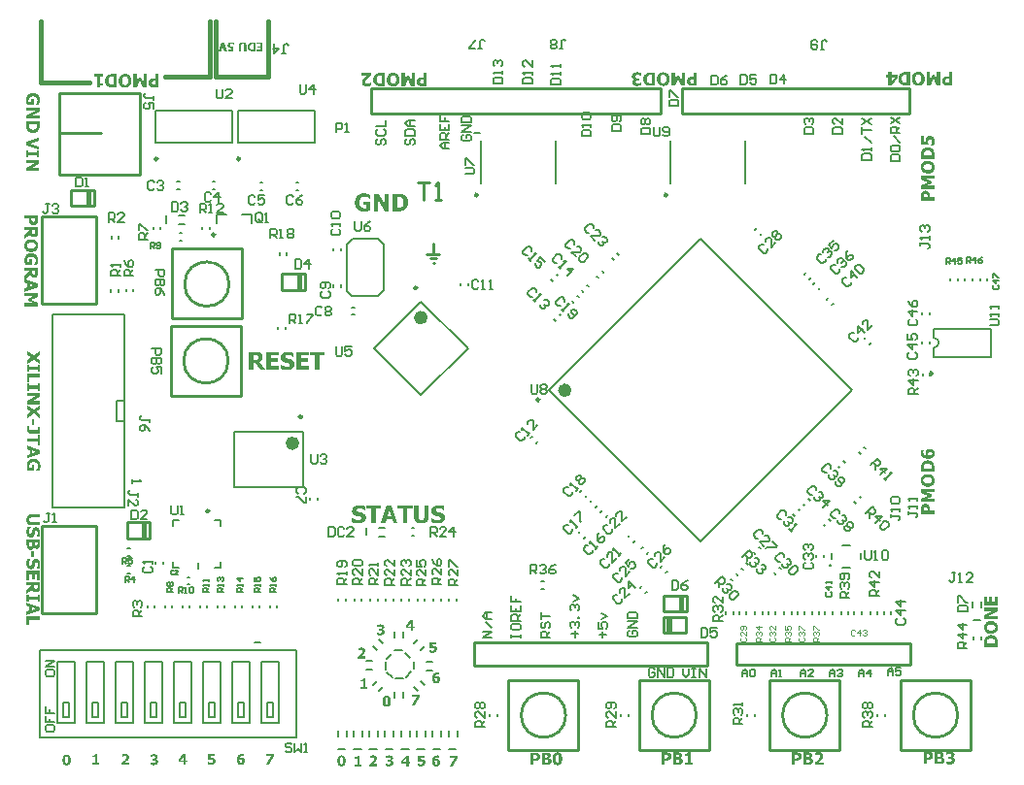
<source format=gto>
%FSLAX25Y25*%
%MOIN*%
G70*
G01*
G75*
G04 Layer_Color=65535*
%ADD10R,0.05512X0.01575*%
%ADD11R,0.09843X0.05610*%
%ADD12R,0.02756X0.05610*%
%ADD13R,0.03347X0.04724*%
%ADD14R,0.03347X0.05000*%
%ADD15R,0.03150X0.03347*%
%ADD16C,0.05000*%
%ADD17R,0.03347X0.03150*%
%ADD18R,0.08500X0.05500*%
G04:AMPARAMS|DCode=19|XSize=33.47mil|YSize=31.5mil|CornerRadius=0mil|HoleSize=0mil|Usage=FLASHONLY|Rotation=225.000|XOffset=0mil|YOffset=0mil|HoleType=Round|Shape=Rectangle|*
%AMROTATEDRECTD19*
4,1,4,0.00070,0.02297,0.02297,0.00070,-0.00070,-0.02297,-0.02297,-0.00070,0.00070,0.02297,0.0*
%
%ADD19ROTATEDRECTD19*%

G04:AMPARAMS|DCode=20|XSize=33.47mil|YSize=31.5mil|CornerRadius=0mil|HoleSize=0mil|Usage=FLASHONLY|Rotation=315.000|XOffset=0mil|YOffset=0mil|HoleType=Round|Shape=Rectangle|*
%AMROTATEDRECTD20*
4,1,4,-0.02297,0.00070,-0.00070,0.02297,0.02297,-0.00070,0.00070,-0.02297,-0.02297,0.00070,0.0*
%
%ADD20ROTATEDRECTD20*%

%ADD21R,0.03543X0.08268*%
%ADD22R,0.12992X0.08268*%
%ADD23R,0.01378X0.03937*%
G04:AMPARAMS|DCode=24|XSize=25.59mil|YSize=33.47mil|CornerRadius=6.4mil|HoleSize=0mil|Usage=FLASHONLY|Rotation=180.000|XOffset=0mil|YOffset=0mil|HoleType=Round|Shape=RoundedRectangle|*
%AMROUNDEDRECTD24*
21,1,0.02559,0.02067,0,0,180.0*
21,1,0.01280,0.03347,0,0,180.0*
1,1,0.01280,-0.00640,0.01034*
1,1,0.01280,0.00640,0.01034*
1,1,0.01280,0.00640,-0.01034*
1,1,0.01280,-0.00640,-0.01034*
%
%ADD24ROUNDEDRECTD24*%
%ADD25R,0.06000X0.08500*%
%ADD26R,0.09449X0.07874*%
G04:AMPARAMS|DCode=27|XSize=9.84mil|YSize=59.06mil|CornerRadius=0mil|HoleSize=0mil|Usage=FLASHONLY|Rotation=315.000|XOffset=0mil|YOffset=0mil|HoleType=Round|Shape=Rectangle|*
%AMROTATEDRECTD27*
4,1,4,-0.02436,-0.01740,0.01740,0.02436,0.02436,0.01740,-0.01740,-0.02436,-0.02436,-0.01740,0.0*
%
%ADD27ROTATEDRECTD27*%

G04:AMPARAMS|DCode=28|XSize=9.84mil|YSize=59.06mil|CornerRadius=0mil|HoleSize=0mil|Usage=FLASHONLY|Rotation=45.000|XOffset=0mil|YOffset=0mil|HoleType=Round|Shape=Rectangle|*
%AMROTATEDRECTD28*
4,1,4,0.01740,-0.02436,-0.02436,0.01740,-0.01740,0.02436,0.02436,-0.01740,0.01740,-0.02436,0.0*
%
%ADD28ROTATEDRECTD28*%

%ADD29R,0.02362X0.04724*%
%ADD30R,0.02900X0.09500*%
%ADD31R,0.02362X0.08071*%
%ADD32R,0.11024X0.03937*%
%ADD33R,0.02362X0.07087*%
%ADD34R,0.08661X0.08661*%
%ADD35O,0.03740X0.01181*%
%ADD36O,0.01181X0.03740*%
%ADD37R,0.15500X0.12500*%
%ADD38C,0.02000*%
%ADD39C,0.01200*%
%ADD40C,0.00600*%
%ADD41C,0.01400*%
%ADD42C,0.00700*%
%ADD43C,0.00800*%
%ADD44R,0.05000X0.02500*%
%ADD45C,0.06299*%
%ADD46C,0.05700*%
%ADD47R,0.05700X0.05700*%
%ADD48R,0.05700X0.05700*%
%ADD49C,0.05300*%
%ADD50C,0.05500*%
%ADD51C,0.08661*%
%ADD52R,0.05100X0.05100*%
%ADD53C,0.05100*%
%ADD54C,0.13100*%
%ADD55C,0.02500*%
%ADD56C,0.02600*%
%ADD57C,0.02598*%
%ADD58C,0.01000*%
%ADD59C,0.00984*%
%ADD60C,0.02362*%
%ADD61C,0.00787*%
%ADD62C,0.01500*%
%ADD63C,0.00591*%
%ADD64C,0.00400*%
%ADD65C,0.00500*%
G36*
X299466Y234786D02*
X297891D01*
X297841Y234793D01*
X297779D01*
X297641Y234799D01*
X297491Y234811D01*
X297335Y234830D01*
X297179Y234849D01*
X297160D01*
X297135Y234855D01*
X297110Y234861D01*
X297072Y234868D01*
X297028Y234880D01*
X296922Y234911D01*
X296803Y234949D01*
X296672Y234999D01*
X296535Y235061D01*
X296397Y235143D01*
X296391Y235149D01*
X296378Y235155D01*
X296354Y235174D01*
X296322Y235193D01*
X296285Y235224D01*
X296241Y235261D01*
X296141Y235349D01*
X296028Y235455D01*
X295916Y235593D01*
X295803Y235743D01*
X295697Y235918D01*
X295691Y235924D01*
X295685Y235936D01*
X295672Y235968D01*
X295654Y236005D01*
X295635Y236049D01*
X295616Y236105D01*
X295591Y236168D01*
X295566Y236243D01*
X295541Y236318D01*
X295516Y236405D01*
X295497Y236499D01*
X295479Y236599D01*
X295447Y236818D01*
X295435Y237055D01*
Y237061D01*
Y237080D01*
Y237118D01*
X295441Y237161D01*
Y237218D01*
X295447Y237280D01*
X295460Y237355D01*
X295472Y237430D01*
X295503Y237611D01*
X295553Y237799D01*
X295622Y237993D01*
X295666Y238093D01*
X295716Y238186D01*
Y238193D01*
X295728Y238205D01*
X295741Y238236D01*
X295766Y238268D01*
X295791Y238311D01*
X295822Y238355D01*
X295903Y238468D01*
X296004Y238586D01*
X296122Y238718D01*
X296260Y238836D01*
X296410Y238949D01*
X296416D01*
X296428Y238961D01*
X296447Y238968D01*
X296472Y238986D01*
X296503Y239005D01*
X296541Y239024D01*
X296635Y239074D01*
X296754Y239124D01*
X296879Y239168D01*
X297022Y239211D01*
X297179Y239243D01*
X297197D01*
X297222Y239249D01*
X297247Y239255D01*
X297291D01*
X297335Y239261D01*
X297385Y239268D01*
X297441Y239274D01*
X297572Y239286D01*
X297722Y239293D01*
X297885Y239305D01*
X299466D01*
Y234786D01*
D02*
G37*
G36*
X313878D02*
X312029D01*
X311991Y234793D01*
X311897D01*
X311791Y234805D01*
X311679Y234818D01*
X311566Y234836D01*
X311454Y234861D01*
X311441D01*
X311403Y234874D01*
X311353Y234893D01*
X311285Y234918D01*
X311204Y234949D01*
X311116Y234986D01*
X311029Y235030D01*
X310941Y235086D01*
X310929Y235093D01*
X310897Y235118D01*
X310854Y235155D01*
X310797Y235205D01*
X310735Y235274D01*
X310666Y235349D01*
X310603Y235443D01*
X310547Y235543D01*
X310541Y235555D01*
X310522Y235593D01*
X310504Y235655D01*
X310472Y235730D01*
X310447Y235830D01*
X310429Y235949D01*
X310410Y236074D01*
X310403Y236218D01*
Y236224D01*
Y236230D01*
Y236249D01*
Y236268D01*
X310410Y236330D01*
X310416Y236411D01*
X310429Y236499D01*
X310447Y236605D01*
X310472Y236711D01*
X310504Y236818D01*
X310510Y236830D01*
X310522Y236868D01*
X310547Y236918D01*
X310578Y236986D01*
X310616Y237061D01*
X310672Y237136D01*
X310729Y237218D01*
X310797Y237293D01*
X310804Y237299D01*
X310816Y237311D01*
X310841Y237336D01*
X310872Y237361D01*
X310910Y237399D01*
X310947Y237436D01*
X311047Y237511D01*
X311053Y237518D01*
X311072Y237530D01*
X311097Y237549D01*
X311135Y237568D01*
X311185Y237599D01*
X311235Y237630D01*
X311353Y237686D01*
X311360D01*
X311385Y237699D01*
X311416Y237711D01*
X311460Y237724D01*
X311516Y237743D01*
X311572Y237761D01*
X311641Y237780D01*
X311716Y237793D01*
X311722D01*
X311747Y237799D01*
X311791Y237805D01*
X311841Y237811D01*
X311910Y237818D01*
X311985Y237824D01*
X312066Y237830D01*
X312741D01*
Y239305D01*
X313878D01*
Y234786D01*
D02*
G37*
G36*
X302429Y239393D02*
X302497Y239386D01*
X302585Y239380D01*
X302678Y239368D01*
X302791Y239349D01*
X302910Y239318D01*
X303035Y239286D01*
X303166Y239243D01*
X303297Y239193D01*
X303435Y239130D01*
X303566Y239061D01*
X303691Y238974D01*
X303816Y238880D01*
X303928Y238768D01*
X303935Y238761D01*
X303954Y238736D01*
X303985Y238699D01*
X304016Y238649D01*
X304066Y238586D01*
X304110Y238511D01*
X304166Y238418D01*
X304216Y238311D01*
X304272Y238199D01*
X304328Y238068D01*
X304372Y237924D01*
X304416Y237774D01*
X304453Y237611D01*
X304485Y237430D01*
X304503Y237249D01*
X304510Y237049D01*
Y237043D01*
Y237036D01*
Y236999D01*
X304503Y236943D01*
Y236868D01*
X304491Y236780D01*
X304479Y236674D01*
X304460Y236555D01*
X304435Y236424D01*
X304403Y236293D01*
X304366Y236149D01*
X304322Y236011D01*
X304266Y235868D01*
X304197Y235724D01*
X304122Y235586D01*
X304029Y235455D01*
X303928Y235330D01*
X303922Y235324D01*
X303904Y235305D01*
X303866Y235274D01*
X303822Y235230D01*
X303760Y235180D01*
X303691Y235130D01*
X303604Y235068D01*
X303510Y235011D01*
X303403Y234949D01*
X303285Y234893D01*
X303153Y234843D01*
X303010Y234793D01*
X302853Y234749D01*
X302691Y234718D01*
X302516Y234699D01*
X302328Y234693D01*
X302285D01*
X302228Y234699D01*
X302160Y234705D01*
X302072Y234711D01*
X301972Y234724D01*
X301866Y234743D01*
X301747Y234774D01*
X301622Y234805D01*
X301491Y234849D01*
X301360Y234899D01*
X301222Y234961D01*
X301091Y235030D01*
X300966Y235118D01*
X300841Y235211D01*
X300729Y235324D01*
X300722Y235330D01*
X300704Y235355D01*
X300672Y235386D01*
X300635Y235436D01*
X300591Y235505D01*
X300541Y235580D01*
X300491Y235674D01*
X300435Y235774D01*
X300378Y235893D01*
X300328Y236024D01*
X300278Y236161D01*
X300235Y236318D01*
X300197Y236486D01*
X300166Y236661D01*
X300147Y236849D01*
X300141Y237049D01*
Y237061D01*
Y237099D01*
X300147Y237155D01*
Y237230D01*
X300160Y237324D01*
X300172Y237430D01*
X300191Y237549D01*
X300216Y237674D01*
X300247Y237811D01*
X300285Y237949D01*
X300335Y238093D01*
X300391Y238236D01*
X300453Y238380D01*
X300535Y238518D01*
X300622Y238649D01*
X300729Y238774D01*
X300735Y238780D01*
X300753Y238799D01*
X300791Y238830D01*
X300835Y238874D01*
X300897Y238918D01*
X300966Y238974D01*
X301047Y239030D01*
X301147Y239086D01*
X301254Y239143D01*
X301372Y239199D01*
X301503Y239255D01*
X301647Y239299D01*
X301803Y239343D01*
X301966Y239374D01*
X302141Y239393D01*
X302328Y239399D01*
X302372D01*
X302429Y239393D01*
D02*
G37*
G36*
X293110Y238255D02*
X295091D01*
Y237418D01*
X293147Y234786D01*
X292010D01*
Y237443D01*
X291397D01*
Y238255D01*
X292010D01*
Y239318D01*
X293110D01*
Y238255D01*
D02*
G37*
G36*
X309797Y234786D02*
X308491D01*
X307491Y237018D01*
X306497Y234786D01*
X305185D01*
Y239305D01*
X306316D01*
Y236311D01*
X307141Y238243D01*
X307910D01*
X308729Y236311D01*
Y239305D01*
X309797D01*
Y234786D01*
D02*
G37*
G36*
X226357Y234635D02*
X224507D01*
X224470Y234642D01*
X224376D01*
X224270Y234654D01*
X224157Y234667D01*
X224045Y234685D01*
X223932Y234711D01*
X223920D01*
X223882Y234723D01*
X223832Y234742D01*
X223763Y234767D01*
X223682Y234798D01*
X223595Y234836D01*
X223507Y234879D01*
X223420Y234935D01*
X223407Y234942D01*
X223376Y234967D01*
X223332Y235004D01*
X223276Y235054D01*
X223214Y235123D01*
X223145Y235198D01*
X223082Y235292D01*
X223026Y235392D01*
X223020Y235404D01*
X223001Y235442D01*
X222982Y235504D01*
X222951Y235579D01*
X222926Y235679D01*
X222907Y235798D01*
X222888Y235923D01*
X222882Y236067D01*
Y236073D01*
Y236079D01*
Y236098D01*
Y236117D01*
X222888Y236179D01*
X222895Y236261D01*
X222907Y236348D01*
X222926Y236454D01*
X222951Y236561D01*
X222982Y236667D01*
X222989Y236679D01*
X223001Y236717D01*
X223026Y236767D01*
X223057Y236836D01*
X223095Y236911D01*
X223151Y236985D01*
X223207Y237067D01*
X223276Y237142D01*
X223282Y237148D01*
X223295Y237160D01*
X223320Y237186D01*
X223351Y237210D01*
X223389Y237248D01*
X223426Y237285D01*
X223526Y237361D01*
X223532Y237367D01*
X223551Y237379D01*
X223576Y237398D01*
X223614Y237417D01*
X223663Y237448D01*
X223713Y237479D01*
X223832Y237536D01*
X223838D01*
X223864Y237548D01*
X223895Y237561D01*
X223938Y237573D01*
X223995Y237592D01*
X224051Y237611D01*
X224120Y237629D01*
X224195Y237642D01*
X224201D01*
X224226Y237648D01*
X224270Y237654D01*
X224320Y237661D01*
X224389Y237667D01*
X224464Y237673D01*
X224545Y237679D01*
X225220D01*
Y239154D01*
X226357D01*
Y234635D01*
D02*
G37*
G36*
X222276D02*
X220970D01*
X219970Y236867D01*
X218976Y234635D01*
X217664D01*
Y239154D01*
X218795D01*
Y236160D01*
X219620Y238092D01*
X220389D01*
X221207Y236160D01*
Y239154D01*
X222276D01*
Y234635D01*
D02*
G37*
G36*
X214907Y239242D02*
X214976Y239235D01*
X215064Y239229D01*
X215157Y239217D01*
X215270Y239198D01*
X215388Y239167D01*
X215513Y239136D01*
X215645Y239092D01*
X215776Y239042D01*
X215914Y238979D01*
X216045Y238911D01*
X216170Y238823D01*
X216295Y238729D01*
X216407Y238617D01*
X216413Y238611D01*
X216432Y238585D01*
X216463Y238548D01*
X216495Y238498D01*
X216545Y238436D01*
X216588Y238361D01*
X216645Y238267D01*
X216695Y238160D01*
X216751Y238048D01*
X216807Y237917D01*
X216851Y237773D01*
X216895Y237623D01*
X216932Y237460D01*
X216964Y237279D01*
X216982Y237098D01*
X216988Y236898D01*
Y236892D01*
Y236885D01*
Y236848D01*
X216982Y236792D01*
Y236717D01*
X216970Y236629D01*
X216957Y236523D01*
X216938Y236404D01*
X216914Y236273D01*
X216882Y236142D01*
X216845Y235998D01*
X216801Y235860D01*
X216745Y235717D01*
X216676Y235573D01*
X216601Y235436D01*
X216507Y235304D01*
X216407Y235179D01*
X216401Y235173D01*
X216382Y235154D01*
X216345Y235123D01*
X216301Y235079D01*
X216238Y235029D01*
X216170Y234979D01*
X216082Y234917D01*
X215988Y234860D01*
X215882Y234798D01*
X215763Y234742D01*
X215632Y234692D01*
X215489Y234642D01*
X215332Y234598D01*
X215170Y234567D01*
X214995Y234548D01*
X214807Y234542D01*
X214763D01*
X214707Y234548D01*
X214638Y234554D01*
X214551Y234560D01*
X214451Y234573D01*
X214345Y234592D01*
X214226Y234623D01*
X214101Y234654D01*
X213970Y234698D01*
X213839Y234748D01*
X213701Y234810D01*
X213570Y234879D01*
X213445Y234967D01*
X213320Y235061D01*
X213207Y235173D01*
X213201Y235179D01*
X213182Y235204D01*
X213151Y235236D01*
X213113Y235285D01*
X213070Y235354D01*
X213020Y235429D01*
X212970Y235523D01*
X212913Y235623D01*
X212857Y235742D01*
X212807Y235873D01*
X212757Y236011D01*
X212714Y236167D01*
X212676Y236335D01*
X212645Y236510D01*
X212626Y236698D01*
X212620Y236898D01*
Y236911D01*
Y236948D01*
X212626Y237004D01*
Y237079D01*
X212638Y237173D01*
X212651Y237279D01*
X212670Y237398D01*
X212695Y237523D01*
X212726Y237661D01*
X212764Y237798D01*
X212813Y237942D01*
X212870Y238086D01*
X212932Y238229D01*
X213014Y238367D01*
X213101Y238498D01*
X213207Y238623D01*
X213213Y238629D01*
X213232Y238648D01*
X213270Y238679D01*
X213314Y238723D01*
X213376Y238767D01*
X213445Y238823D01*
X213526Y238879D01*
X213626Y238935D01*
X213732Y238992D01*
X213851Y239048D01*
X213982Y239104D01*
X214126Y239148D01*
X214282Y239192D01*
X214445Y239223D01*
X214620Y239242D01*
X214807Y239248D01*
X214851D01*
X214907Y239242D01*
D02*
G37*
G36*
X211945Y234635D02*
X210370D01*
X210320Y234642D01*
X210257D01*
X210120Y234648D01*
X209970Y234661D01*
X209813Y234679D01*
X209657Y234698D01*
X209639D01*
X209613Y234704D01*
X209589Y234711D01*
X209551Y234717D01*
X209507Y234729D01*
X209401Y234760D01*
X209282Y234798D01*
X209151Y234848D01*
X209014Y234910D01*
X208876Y234992D01*
X208870Y234998D01*
X208857Y235004D01*
X208832Y235023D01*
X208801Y235042D01*
X208764Y235073D01*
X208720Y235110D01*
X208620Y235198D01*
X208507Y235304D01*
X208395Y235442D01*
X208282Y235592D01*
X208176Y235767D01*
X208170Y235773D01*
X208163Y235786D01*
X208151Y235817D01*
X208132Y235854D01*
X208114Y235898D01*
X208095Y235954D01*
X208070Y236017D01*
X208045Y236092D01*
X208020Y236167D01*
X207995Y236254D01*
X207976Y236348D01*
X207957Y236448D01*
X207926Y236667D01*
X207913Y236904D01*
Y236911D01*
Y236929D01*
Y236967D01*
X207920Y237011D01*
Y237067D01*
X207926Y237129D01*
X207939Y237204D01*
X207951Y237279D01*
X207982Y237460D01*
X208032Y237648D01*
X208101Y237842D01*
X208145Y237942D01*
X208195Y238035D01*
Y238042D01*
X208207Y238054D01*
X208220Y238086D01*
X208245Y238117D01*
X208270Y238160D01*
X208301Y238204D01*
X208382Y238317D01*
X208482Y238436D01*
X208601Y238567D01*
X208738Y238685D01*
X208889Y238798D01*
X208895D01*
X208907Y238810D01*
X208926Y238817D01*
X208951Y238836D01*
X208982Y238854D01*
X209020Y238873D01*
X209114Y238923D01*
X209232Y238973D01*
X209357Y239017D01*
X209501Y239060D01*
X209657Y239092D01*
X209676D01*
X209701Y239098D01*
X209726Y239104D01*
X209770D01*
X209813Y239110D01*
X209863Y239117D01*
X209920Y239123D01*
X210051Y239136D01*
X210201Y239142D01*
X210364Y239154D01*
X211945D01*
Y234635D01*
D02*
G37*
G36*
X305656Y105938D02*
X305713D01*
X305775Y105931D01*
X305850Y105919D01*
X305925Y105906D01*
X306106Y105875D01*
X306294Y105825D01*
X306487Y105756D01*
X306588Y105712D01*
X306681Y105663D01*
X306687D01*
X306700Y105650D01*
X306731Y105638D01*
X306763Y105613D01*
X306806Y105587D01*
X306850Y105556D01*
X306962Y105475D01*
X307081Y105375D01*
X307212Y105256D01*
X307331Y105119D01*
X307444Y104969D01*
Y104963D01*
X307456Y104950D01*
X307463Y104931D01*
X307481Y104906D01*
X307500Y104875D01*
X307519Y104838D01*
X307569Y104744D01*
X307619Y104625D01*
X307663Y104500D01*
X307706Y104356D01*
X307737Y104200D01*
Y104194D01*
Y104181D01*
X307744Y104156D01*
X307750Y104131D01*
Y104087D01*
X307756Y104044D01*
X307763Y103994D01*
X307769Y103937D01*
X307781Y103806D01*
X307787Y103656D01*
X307800Y103494D01*
Y103325D01*
Y101912D01*
X303281D01*
Y103313D01*
Y103319D01*
Y103331D01*
Y103356D01*
Y103394D01*
Y103437D01*
Y103488D01*
X303288Y103537D01*
Y103600D01*
X303294Y103737D01*
X303306Y103887D01*
X303325Y104044D01*
X303344Y104200D01*
Y104206D01*
Y104219D01*
X303350Y104244D01*
X303356Y104269D01*
X303362Y104306D01*
X303375Y104350D01*
X303406Y104456D01*
X303444Y104575D01*
X303494Y104706D01*
X303556Y104844D01*
X303638Y104981D01*
X303644Y104988D01*
X303650Y105000D01*
X303669Y105025D01*
X303688Y105056D01*
X303719Y105094D01*
X303756Y105138D01*
X303844Y105237D01*
X303950Y105350D01*
X304087Y105463D01*
X304238Y105575D01*
X304413Y105681D01*
X304419Y105687D01*
X304431Y105694D01*
X304463Y105706D01*
X304500Y105725D01*
X304544Y105744D01*
X304600Y105763D01*
X304662Y105788D01*
X304737Y105813D01*
X304813Y105838D01*
X304900Y105862D01*
X304994Y105881D01*
X305094Y105900D01*
X305312Y105931D01*
X305550Y105944D01*
X305612D01*
X305656Y105938D01*
D02*
G37*
G36*
X306387Y109894D02*
X306450Y109888D01*
X306519Y109875D01*
X306594Y109862D01*
X306681Y109844D01*
X306775Y109819D01*
X306869Y109787D01*
X306962Y109750D01*
X307063Y109706D01*
X307162Y109656D01*
X307256Y109594D01*
X307350Y109525D01*
X307437Y109444D01*
X307444Y109438D01*
X307456Y109425D01*
X307481Y109400D01*
X307506Y109362D01*
X307544Y109312D01*
X307581Y109263D01*
X307625Y109194D01*
X307663Y109119D01*
X307706Y109037D01*
X307750Y108944D01*
X307787Y108844D01*
X307825Y108731D01*
X307850Y108613D01*
X307875Y108487D01*
X307888Y108350D01*
X307894Y108206D01*
Y108200D01*
Y108187D01*
Y108169D01*
Y108138D01*
X307888Y108106D01*
Y108063D01*
X307881Y107969D01*
X307869Y107862D01*
X307844Y107744D01*
X307819Y107619D01*
X307781Y107500D01*
Y107494D01*
X307775Y107487D01*
X307763Y107450D01*
X307731Y107394D01*
X307700Y107319D01*
X307650Y107238D01*
X307594Y107150D01*
X307525Y107062D01*
X307450Y106975D01*
X307437Y106963D01*
X307400Y106931D01*
X307344Y106887D01*
X307269Y106831D01*
X307169Y106769D01*
X307056Y106700D01*
X306925Y106638D01*
X306775Y106581D01*
X306769D01*
X306756Y106575D01*
X306731Y106569D01*
X306700Y106562D01*
X306663Y106550D01*
X306612Y106537D01*
X306556Y106525D01*
X306494Y106519D01*
X306425Y106506D01*
X306350Y106494D01*
X306181Y106469D01*
X305994Y106456D01*
X305787Y106450D01*
X305687D01*
X305638Y106456D01*
X305575D01*
X305506Y106463D01*
X305431Y106469D01*
X305269Y106481D01*
X305094Y106500D01*
X304912Y106531D01*
X304737Y106575D01*
X304731D01*
X304719Y106581D01*
X304694Y106588D01*
X304662Y106600D01*
X304619Y106613D01*
X304575Y106631D01*
X304463Y106675D01*
X304331Y106731D01*
X304194Y106800D01*
X304056Y106887D01*
X303919Y106988D01*
X303912Y106994D01*
X303906Y107000D01*
X303888Y107019D01*
X303863Y107037D01*
X303800Y107100D01*
X303725Y107181D01*
X303644Y107288D01*
X303556Y107413D01*
X303469Y107556D01*
X303394Y107712D01*
Y107719D01*
X303387Y107731D01*
X303375Y107756D01*
X303362Y107794D01*
X303350Y107831D01*
X303331Y107887D01*
X303312Y107944D01*
X303294Y108012D01*
X303281Y108088D01*
X303262Y108162D01*
X303244Y108250D01*
X303231Y108344D01*
X303206Y108550D01*
X303200Y108769D01*
Y108781D01*
Y108806D01*
Y108850D01*
X303206Y108906D01*
Y108975D01*
X303212Y109044D01*
X303231Y109206D01*
Y109219D01*
X303238Y109244D01*
X303244Y109281D01*
X303250Y109331D01*
X303262Y109431D01*
X303275Y109481D01*
X303281Y109519D01*
X304163D01*
Y109431D01*
Y109425D01*
X304156Y109419D01*
X304150Y109400D01*
X304137Y109369D01*
X304125Y109337D01*
X304113Y109294D01*
X304094Y109238D01*
X304075Y109175D01*
Y109169D01*
X304069Y109144D01*
X304056Y109106D01*
X304050Y109056D01*
X304037Y108994D01*
X304031Y108925D01*
X304025Y108844D01*
Y108756D01*
Y108750D01*
Y108731D01*
Y108706D01*
X304031Y108669D01*
Y108625D01*
X304037Y108575D01*
X304063Y108456D01*
X304094Y108325D01*
X304144Y108187D01*
X304212Y108056D01*
X304256Y107994D01*
X304306Y107938D01*
X304319Y107925D01*
X304338Y107913D01*
X304356Y107894D01*
X304387Y107869D01*
X304425Y107844D01*
X304513Y107788D01*
X304625Y107725D01*
X304763Y107669D01*
X304925Y107619D01*
X305106Y107581D01*
X305100Y107594D01*
X305081Y107619D01*
X305056Y107662D01*
X305025Y107725D01*
X304994Y107788D01*
X304950Y107869D01*
X304881Y108031D01*
X304875Y108044D01*
X304869Y108075D01*
X304856Y108119D01*
X304837Y108181D01*
X304819Y108263D01*
X304806Y108350D01*
X304800Y108444D01*
X304794Y108550D01*
Y108563D01*
Y108594D01*
X304800Y108637D01*
Y108700D01*
X304813Y108769D01*
X304825Y108844D01*
X304837Y108925D01*
X304862Y109006D01*
Y109019D01*
X304875Y109044D01*
X304888Y109081D01*
X304906Y109131D01*
X304938Y109194D01*
X304969Y109256D01*
X305050Y109388D01*
X305056Y109400D01*
X305081Y109425D01*
X305125Y109469D01*
X305175Y109519D01*
X305244Y109581D01*
X305325Y109644D01*
X305419Y109700D01*
X305525Y109756D01*
X305531D01*
X305538Y109763D01*
X305556Y109769D01*
X305575Y109781D01*
X305638Y109800D01*
X305725Y109831D01*
X305831Y109856D01*
X305962Y109875D01*
X306106Y109894D01*
X306269Y109900D01*
X306337D01*
X306387Y109894D01*
D02*
G37*
G36*
X307800Y95063D02*
X304806D01*
X306737Y94238D01*
Y93469D01*
X304806Y92650D01*
X307800D01*
Y91581D01*
X303281D01*
Y92888D01*
X305512Y93888D01*
X303281Y94881D01*
Y96194D01*
X307800D01*
Y95063D01*
D02*
G37*
G36*
X305650Y101231D02*
X305725D01*
X305819Y101219D01*
X305925Y101206D01*
X306044Y101188D01*
X306169Y101163D01*
X306306Y101131D01*
X306444Y101094D01*
X306588Y101044D01*
X306731Y100988D01*
X306875Y100925D01*
X307013Y100844D01*
X307144Y100756D01*
X307269Y100650D01*
X307275Y100644D01*
X307294Y100625D01*
X307325Y100587D01*
X307369Y100544D01*
X307413Y100481D01*
X307469Y100412D01*
X307525Y100331D01*
X307581Y100231D01*
X307638Y100125D01*
X307694Y100006D01*
X307750Y99875D01*
X307794Y99731D01*
X307838Y99575D01*
X307869Y99413D01*
X307888Y99238D01*
X307894Y99050D01*
Y99037D01*
Y99006D01*
X307888Y98950D01*
X307881Y98881D01*
X307875Y98794D01*
X307862Y98700D01*
X307844Y98588D01*
X307812Y98469D01*
X307781Y98344D01*
X307737Y98212D01*
X307687Y98081D01*
X307625Y97944D01*
X307556Y97812D01*
X307469Y97688D01*
X307375Y97562D01*
X307262Y97450D01*
X307256Y97444D01*
X307231Y97425D01*
X307194Y97394D01*
X307144Y97363D01*
X307081Y97312D01*
X307006Y97269D01*
X306912Y97212D01*
X306806Y97162D01*
X306694Y97106D01*
X306562Y97050D01*
X306419Y97006D01*
X306269Y96962D01*
X306106Y96925D01*
X305925Y96894D01*
X305744Y96875D01*
X305544Y96869D01*
X305494D01*
X305437Y96875D01*
X305363D01*
X305275Y96887D01*
X305169Y96900D01*
X305050Y96919D01*
X304919Y96944D01*
X304787Y96975D01*
X304644Y97013D01*
X304506Y97056D01*
X304363Y97113D01*
X304219Y97181D01*
X304081Y97256D01*
X303950Y97350D01*
X303825Y97450D01*
X303819Y97456D01*
X303800Y97475D01*
X303769Y97513D01*
X303725Y97556D01*
X303675Y97619D01*
X303625Y97688D01*
X303562Y97775D01*
X303506Y97869D01*
X303444Y97975D01*
X303387Y98094D01*
X303338Y98225D01*
X303288Y98369D01*
X303244Y98525D01*
X303212Y98687D01*
X303194Y98862D01*
X303187Y99050D01*
Y99063D01*
Y99094D01*
X303194Y99150D01*
X303200Y99219D01*
X303206Y99306D01*
X303219Y99406D01*
X303238Y99512D01*
X303269Y99631D01*
X303300Y99756D01*
X303344Y99888D01*
X303394Y100019D01*
X303456Y100156D01*
X303525Y100287D01*
X303612Y100412D01*
X303706Y100538D01*
X303819Y100650D01*
X303825Y100656D01*
X303850Y100675D01*
X303881Y100706D01*
X303931Y100744D01*
X304000Y100787D01*
X304075Y100838D01*
X304169Y100888D01*
X304269Y100944D01*
X304387Y101000D01*
X304519Y101050D01*
X304656Y101100D01*
X304813Y101144D01*
X304981Y101181D01*
X305156Y101213D01*
X305344Y101231D01*
X305544Y101237D01*
X305594D01*
X305650Y101231D01*
D02*
G37*
G36*
X304825Y198569D02*
X304906Y198563D01*
X304994Y198550D01*
X305100Y198531D01*
X305206Y198506D01*
X305312Y198475D01*
X305325Y198469D01*
X305363Y198456D01*
X305413Y198431D01*
X305481Y198400D01*
X305556Y198363D01*
X305631Y198306D01*
X305713Y198250D01*
X305787Y198181D01*
X305794Y198175D01*
X305806Y198162D01*
X305831Y198137D01*
X305856Y198106D01*
X305894Y198069D01*
X305931Y198031D01*
X306006Y197931D01*
X306013Y197925D01*
X306025Y197906D01*
X306044Y197881D01*
X306063Y197844D01*
X306094Y197794D01*
X306125Y197744D01*
X306181Y197625D01*
Y197619D01*
X306194Y197594D01*
X306206Y197563D01*
X306219Y197519D01*
X306238Y197462D01*
X306256Y197406D01*
X306275Y197337D01*
X306288Y197263D01*
Y197256D01*
X306294Y197231D01*
X306300Y197187D01*
X306306Y197137D01*
X306312Y197069D01*
X306319Y196994D01*
X306325Y196913D01*
Y196825D01*
Y196238D01*
X307800D01*
Y195100D01*
X303281D01*
Y196850D01*
Y196856D01*
Y196869D01*
Y196888D01*
Y196919D01*
Y196950D01*
X303288Y196987D01*
Y197081D01*
X303300Y197187D01*
X303312Y197300D01*
X303331Y197413D01*
X303356Y197525D01*
Y197531D01*
Y197538D01*
X303369Y197575D01*
X303387Y197625D01*
X303413Y197694D01*
X303444Y197775D01*
X303481Y197863D01*
X303525Y197950D01*
X303581Y198038D01*
X303588Y198050D01*
X303612Y198081D01*
X303650Y198125D01*
X303700Y198181D01*
X303769Y198244D01*
X303844Y198312D01*
X303938Y198375D01*
X304037Y198431D01*
X304050Y198438D01*
X304087Y198456D01*
X304150Y198475D01*
X304225Y198506D01*
X304325Y198531D01*
X304444Y198550D01*
X304569Y198569D01*
X304713Y198575D01*
X304763D01*
X304825Y198569D01*
D02*
G37*
G36*
X305656Y213538D02*
X305713D01*
X305775Y213531D01*
X305850Y213519D01*
X305925Y213506D01*
X306106Y213475D01*
X306294Y213425D01*
X306487Y213356D01*
X306588Y213313D01*
X306681Y213263D01*
X306687D01*
X306700Y213250D01*
X306731Y213238D01*
X306763Y213212D01*
X306806Y213188D01*
X306850Y213156D01*
X306962Y213075D01*
X307081Y212975D01*
X307212Y212856D01*
X307331Y212719D01*
X307444Y212569D01*
Y212562D01*
X307456Y212550D01*
X307463Y212531D01*
X307481Y212506D01*
X307500Y212475D01*
X307519Y212438D01*
X307569Y212344D01*
X307619Y212225D01*
X307663Y212100D01*
X307706Y211956D01*
X307737Y211800D01*
Y211794D01*
Y211781D01*
X307744Y211756D01*
X307750Y211731D01*
Y211687D01*
X307756Y211644D01*
X307763Y211594D01*
X307769Y211538D01*
X307781Y211406D01*
X307787Y211256D01*
X307800Y211094D01*
Y210925D01*
Y209512D01*
X303281D01*
Y210912D01*
Y210919D01*
Y210931D01*
Y210956D01*
Y210994D01*
Y211037D01*
Y211087D01*
X303288Y211138D01*
Y211200D01*
X303294Y211337D01*
X303306Y211488D01*
X303325Y211644D01*
X303344Y211800D01*
Y211806D01*
Y211819D01*
X303350Y211844D01*
X303356Y211869D01*
X303362Y211906D01*
X303375Y211950D01*
X303406Y212056D01*
X303444Y212175D01*
X303494Y212306D01*
X303556Y212444D01*
X303638Y212581D01*
X303644Y212587D01*
X303650Y212600D01*
X303669Y212625D01*
X303688Y212656D01*
X303719Y212694D01*
X303756Y212737D01*
X303844Y212838D01*
X303950Y212950D01*
X304087Y213063D01*
X304238Y213175D01*
X304413Y213281D01*
X304419Y213287D01*
X304431Y213294D01*
X304463Y213306D01*
X304500Y213325D01*
X304544Y213344D01*
X304600Y213363D01*
X304662Y213387D01*
X304737Y213412D01*
X304813Y213438D01*
X304900Y213462D01*
X304994Y213481D01*
X305094Y213500D01*
X305312Y213531D01*
X305550Y213544D01*
X305612D01*
X305656Y213538D01*
D02*
G37*
G36*
X306400Y217419D02*
X306487Y217412D01*
X306588Y217394D01*
X306694Y217375D01*
X306813Y217344D01*
X306925Y217300D01*
X306931D01*
X306938Y217294D01*
X306975Y217275D01*
X307031Y217250D01*
X307100Y217213D01*
X307181Y217162D01*
X307269Y217100D01*
X307356Y217025D01*
X307444Y216944D01*
X307456Y216931D01*
X307481Y216900D01*
X307519Y216850D01*
X307569Y216781D01*
X307625Y216700D01*
X307681Y216606D01*
X307731Y216494D01*
X307781Y216375D01*
Y216369D01*
X307787Y216363D01*
X307794Y216344D01*
X307800Y216319D01*
X307806Y216287D01*
X307819Y216250D01*
X307838Y216156D01*
X307856Y216038D01*
X307875Y215900D01*
X307888Y215744D01*
X307894Y215575D01*
Y215569D01*
Y215550D01*
Y215525D01*
Y215494D01*
X307888Y215450D01*
Y215400D01*
X307881Y215281D01*
X307869Y215144D01*
X307856Y215000D01*
X307831Y214850D01*
X307806Y214706D01*
Y214700D01*
X307800Y214687D01*
Y214669D01*
X307794Y214644D01*
X307775Y214581D01*
X307750Y214494D01*
X307725Y214400D01*
X307694Y214300D01*
X307663Y214206D01*
X307625Y214112D01*
X306638D01*
Y214212D01*
Y214219D01*
X306644Y214225D01*
X306656Y214244D01*
X306669Y214269D01*
X306706Y214331D01*
X306750Y214406D01*
Y214412D01*
X306763Y214425D01*
X306775Y214450D01*
X306787Y214481D01*
X306806Y214519D01*
X306831Y214569D01*
X306856Y214619D01*
X306881Y214681D01*
Y214687D01*
X306894Y214713D01*
X306906Y214744D01*
X306919Y214781D01*
X306938Y214831D01*
X306950Y214887D01*
X306988Y215006D01*
Y215013D01*
X306994Y215037D01*
X307000Y215069D01*
X307006Y215119D01*
X307013Y215175D01*
X307019Y215237D01*
X307025Y215306D01*
Y215381D01*
Y215388D01*
Y215412D01*
Y215450D01*
X307019Y215494D01*
X307013Y215550D01*
X307006Y215613D01*
X306981Y215756D01*
Y215762D01*
X306975Y215794D01*
X306962Y215831D01*
X306944Y215875D01*
X306894Y215981D01*
X306862Y216038D01*
X306825Y216088D01*
X306819Y216094D01*
X306806Y216106D01*
X306787Y216119D01*
X306763Y216144D01*
X306700Y216188D01*
X306619Y216231D01*
X306612D01*
X306600Y216237D01*
X306575Y216250D01*
X306538Y216263D01*
X306494Y216269D01*
X306444Y216281D01*
X306387Y216287D01*
X306294D01*
X306262Y216281D01*
X306225D01*
X306131Y216256D01*
X306087Y216244D01*
X306044Y216219D01*
X306037D01*
X306025Y216206D01*
X306006Y216194D01*
X305975Y216175D01*
X305919Y216119D01*
X305856Y216050D01*
X305850Y216044D01*
X305837Y216025D01*
X305825Y215987D01*
X305800Y215944D01*
X305781Y215887D01*
X305756Y215825D01*
X305737Y215756D01*
X305725Y215675D01*
Y215663D01*
X305719Y215637D01*
X305713Y215600D01*
X305706Y215544D01*
Y215488D01*
X305700Y215425D01*
X305694Y215294D01*
Y215281D01*
Y215250D01*
Y215200D01*
X305700Y215138D01*
X305706Y215062D01*
X305713Y214981D01*
X305737Y214806D01*
Y214794D01*
X305744Y214769D01*
X305750Y214725D01*
X305763Y214669D01*
X305775Y214606D01*
X305787Y214538D01*
X305819Y214400D01*
Y214306D01*
X303281D01*
Y217300D01*
X304131D01*
Y215375D01*
X304888D01*
Y215381D01*
Y215394D01*
Y215412D01*
X304881Y215438D01*
Y215500D01*
X304875Y215587D01*
Y215594D01*
Y215606D01*
Y215631D01*
X304869Y215663D01*
Y215725D01*
Y215788D01*
Y215794D01*
Y215800D01*
Y215819D01*
Y215844D01*
X304875Y215906D01*
Y215987D01*
X304888Y216075D01*
X304900Y216175D01*
X304912Y216281D01*
X304938Y216388D01*
Y216394D01*
Y216400D01*
X304950Y216431D01*
X304962Y216488D01*
X304988Y216550D01*
X305012Y216625D01*
X305050Y216712D01*
X305087Y216794D01*
X305137Y216875D01*
X305144Y216887D01*
X305169Y216919D01*
X305206Y216969D01*
X305256Y217025D01*
X305319Y217088D01*
X305400Y217156D01*
X305487Y217225D01*
X305588Y217281D01*
X305600Y217287D01*
X305638Y217306D01*
X305700Y217325D01*
X305781Y217356D01*
X305881Y217381D01*
X305994Y217400D01*
X306131Y217419D01*
X306275Y217425D01*
X306331D01*
X306400Y217419D01*
D02*
G37*
G36*
X307800Y202662D02*
X304806D01*
X306737Y201837D01*
Y201069D01*
X304806Y200250D01*
X307800D01*
Y199181D01*
X303281D01*
Y200487D01*
X305512Y201487D01*
X303281Y202481D01*
Y203794D01*
X307800D01*
Y202662D01*
D02*
G37*
G36*
X305650Y208831D02*
X305725D01*
X305819Y208819D01*
X305925Y208806D01*
X306044Y208787D01*
X306169Y208763D01*
X306306Y208731D01*
X306444Y208694D01*
X306588Y208644D01*
X306731Y208588D01*
X306875Y208525D01*
X307013Y208444D01*
X307144Y208356D01*
X307269Y208250D01*
X307275Y208244D01*
X307294Y208225D01*
X307325Y208188D01*
X307369Y208144D01*
X307413Y208081D01*
X307469Y208013D01*
X307525Y207931D01*
X307581Y207831D01*
X307638Y207725D01*
X307694Y207606D01*
X307750Y207475D01*
X307794Y207331D01*
X307838Y207175D01*
X307869Y207013D01*
X307888Y206838D01*
X307894Y206650D01*
Y206638D01*
Y206606D01*
X307888Y206550D01*
X307881Y206481D01*
X307875Y206394D01*
X307862Y206300D01*
X307844Y206188D01*
X307812Y206069D01*
X307781Y205944D01*
X307737Y205813D01*
X307687Y205681D01*
X307625Y205544D01*
X307556Y205413D01*
X307469Y205288D01*
X307375Y205163D01*
X307262Y205050D01*
X307256Y205044D01*
X307231Y205025D01*
X307194Y204994D01*
X307144Y204962D01*
X307081Y204912D01*
X307006Y204869D01*
X306912Y204813D01*
X306806Y204763D01*
X306694Y204706D01*
X306562Y204650D01*
X306419Y204606D01*
X306269Y204562D01*
X306106Y204525D01*
X305925Y204494D01*
X305744Y204475D01*
X305544Y204469D01*
X305494D01*
X305437Y204475D01*
X305363D01*
X305275Y204487D01*
X305169Y204500D01*
X305050Y204519D01*
X304919Y204544D01*
X304787Y204575D01*
X304644Y204612D01*
X304506Y204656D01*
X304363Y204713D01*
X304219Y204781D01*
X304081Y204856D01*
X303950Y204950D01*
X303825Y205050D01*
X303819Y205056D01*
X303800Y205075D01*
X303769Y205113D01*
X303725Y205156D01*
X303675Y205219D01*
X303625Y205288D01*
X303562Y205375D01*
X303506Y205469D01*
X303444Y205575D01*
X303387Y205694D01*
X303338Y205825D01*
X303288Y205969D01*
X303244Y206125D01*
X303212Y206288D01*
X303194Y206463D01*
X303187Y206650D01*
Y206663D01*
Y206694D01*
X303194Y206750D01*
X303200Y206819D01*
X303206Y206906D01*
X303219Y207006D01*
X303238Y207113D01*
X303269Y207231D01*
X303300Y207356D01*
X303344Y207488D01*
X303394Y207619D01*
X303456Y207756D01*
X303525Y207888D01*
X303612Y208013D01*
X303706Y208137D01*
X303819Y208250D01*
X303825Y208256D01*
X303850Y208275D01*
X303881Y208306D01*
X303931Y208344D01*
X304000Y208387D01*
X304075Y208437D01*
X304169Y208488D01*
X304269Y208544D01*
X304387Y208600D01*
X304519Y208650D01*
X304656Y208700D01*
X304813Y208744D01*
X304981Y208781D01*
X305156Y208812D01*
X305344Y208831D01*
X305544Y208838D01*
X305594D01*
X305650Y208831D01*
D02*
G37*
G36*
X327356Y45925D02*
X327413D01*
X327475Y45919D01*
X327550Y45906D01*
X327625Y45894D01*
X327806Y45862D01*
X327994Y45812D01*
X328187Y45744D01*
X328288Y45700D01*
X328381Y45650D01*
X328387D01*
X328400Y45638D01*
X328431Y45625D01*
X328463Y45600D01*
X328506Y45575D01*
X328550Y45544D01*
X328662Y45463D01*
X328781Y45362D01*
X328912Y45244D01*
X329031Y45106D01*
X329144Y44956D01*
Y44950D01*
X329156Y44938D01*
X329163Y44919D01*
X329181Y44894D01*
X329200Y44862D01*
X329219Y44825D01*
X329269Y44731D01*
X329319Y44613D01*
X329363Y44488D01*
X329406Y44344D01*
X329437Y44188D01*
Y44181D01*
Y44169D01*
X329444Y44144D01*
X329450Y44119D01*
Y44075D01*
X329456Y44031D01*
X329463Y43981D01*
X329469Y43925D01*
X329481Y43794D01*
X329487Y43644D01*
X329500Y43481D01*
Y43312D01*
Y41900D01*
X324981D01*
Y43300D01*
Y43306D01*
Y43319D01*
Y43344D01*
Y43381D01*
Y43425D01*
Y43475D01*
X324988Y43525D01*
Y43587D01*
X324994Y43725D01*
X325006Y43875D01*
X325025Y44031D01*
X325044Y44188D01*
Y44194D01*
Y44206D01*
X325050Y44231D01*
X325056Y44256D01*
X325062Y44294D01*
X325075Y44337D01*
X325106Y44444D01*
X325144Y44563D01*
X325194Y44694D01*
X325256Y44831D01*
X325338Y44969D01*
X325344Y44975D01*
X325350Y44987D01*
X325369Y45013D01*
X325388Y45044D01*
X325419Y45081D01*
X325456Y45125D01*
X325544Y45225D01*
X325650Y45338D01*
X325787Y45450D01*
X325938Y45562D01*
X326113Y45669D01*
X326119Y45675D01*
X326131Y45681D01*
X326163Y45694D01*
X326200Y45713D01*
X326244Y45731D01*
X326300Y45750D01*
X326362Y45775D01*
X326437Y45800D01*
X326513Y45825D01*
X326600Y45850D01*
X326694Y45869D01*
X326794Y45888D01*
X327012Y45919D01*
X327250Y45931D01*
X327312D01*
X327356Y45925D01*
D02*
G37*
G36*
X327350Y50706D02*
X327425D01*
X327519Y50694D01*
X327625Y50681D01*
X327744Y50662D01*
X327869Y50638D01*
X328006Y50606D01*
X328144Y50569D01*
X328288Y50519D01*
X328431Y50463D01*
X328575Y50400D01*
X328713Y50319D01*
X328844Y50231D01*
X328969Y50125D01*
X328975Y50119D01*
X328994Y50100D01*
X329025Y50063D01*
X329069Y50019D01*
X329113Y49956D01*
X329169Y49887D01*
X329225Y49806D01*
X329281Y49706D01*
X329338Y49600D01*
X329394Y49481D01*
X329450Y49350D01*
X329494Y49206D01*
X329538Y49050D01*
X329569Y48888D01*
X329588Y48713D01*
X329594Y48525D01*
Y48513D01*
Y48481D01*
X329588Y48425D01*
X329581Y48356D01*
X329575Y48269D01*
X329562Y48175D01*
X329544Y48063D01*
X329513Y47944D01*
X329481Y47819D01*
X329437Y47688D01*
X329387Y47556D01*
X329325Y47419D01*
X329256Y47287D01*
X329169Y47163D01*
X329075Y47038D01*
X328962Y46925D01*
X328956Y46919D01*
X328931Y46900D01*
X328894Y46869D01*
X328844Y46837D01*
X328781Y46788D01*
X328706Y46744D01*
X328612Y46687D01*
X328506Y46637D01*
X328394Y46581D01*
X328262Y46525D01*
X328119Y46481D01*
X327969Y46437D01*
X327806Y46400D01*
X327625Y46369D01*
X327444Y46350D01*
X327244Y46344D01*
X327194D01*
X327137Y46350D01*
X327063D01*
X326975Y46363D01*
X326869Y46375D01*
X326750Y46394D01*
X326619Y46419D01*
X326487Y46450D01*
X326344Y46488D01*
X326206Y46531D01*
X326062Y46587D01*
X325919Y46656D01*
X325781Y46731D01*
X325650Y46825D01*
X325525Y46925D01*
X325519Y46931D01*
X325500Y46950D01*
X325469Y46988D01*
X325425Y47031D01*
X325375Y47094D01*
X325325Y47163D01*
X325262Y47250D01*
X325206Y47344D01*
X325144Y47450D01*
X325087Y47569D01*
X325038Y47700D01*
X324988Y47844D01*
X324944Y48000D01*
X324913Y48162D01*
X324894Y48338D01*
X324887Y48525D01*
Y48537D01*
Y48569D01*
X324894Y48625D01*
X324900Y48694D01*
X324906Y48781D01*
X324919Y48881D01*
X324938Y48987D01*
X324969Y49106D01*
X325000Y49231D01*
X325044Y49362D01*
X325094Y49494D01*
X325156Y49631D01*
X325225Y49762D01*
X325312Y49887D01*
X325406Y50012D01*
X325519Y50125D01*
X325525Y50131D01*
X325550Y50150D01*
X325581Y50181D01*
X325631Y50219D01*
X325700Y50262D01*
X325775Y50313D01*
X325869Y50362D01*
X325969Y50419D01*
X326087Y50475D01*
X326219Y50525D01*
X326356Y50575D01*
X326513Y50619D01*
X326681Y50656D01*
X326856Y50687D01*
X327044Y50706D01*
X327244Y50713D01*
X327294D01*
X327350Y50706D01*
D02*
G37*
G36*
X41700Y234081D02*
X39850D01*
X39812Y234087D01*
X39719D01*
X39612Y234100D01*
X39500Y234113D01*
X39388Y234131D01*
X39275Y234156D01*
X39263D01*
X39225Y234169D01*
X39175Y234188D01*
X39106Y234212D01*
X39025Y234244D01*
X38938Y234281D01*
X38850Y234325D01*
X38763Y234381D01*
X38750Y234387D01*
X38719Y234413D01*
X38675Y234450D01*
X38619Y234500D01*
X38556Y234569D01*
X38487Y234644D01*
X38425Y234737D01*
X38369Y234838D01*
X38363Y234850D01*
X38344Y234888D01*
X38325Y234950D01*
X38294Y235025D01*
X38269Y235125D01*
X38250Y235244D01*
X38231Y235369D01*
X38225Y235512D01*
Y235519D01*
Y235525D01*
Y235544D01*
Y235562D01*
X38231Y235625D01*
X38238Y235706D01*
X38250Y235794D01*
X38269Y235900D01*
X38294Y236006D01*
X38325Y236112D01*
X38331Y236125D01*
X38344Y236162D01*
X38369Y236212D01*
X38400Y236281D01*
X38438Y236356D01*
X38494Y236431D01*
X38550Y236512D01*
X38619Y236588D01*
X38625Y236594D01*
X38638Y236606D01*
X38662Y236631D01*
X38694Y236656D01*
X38731Y236694D01*
X38769Y236731D01*
X38869Y236806D01*
X38875Y236812D01*
X38894Y236825D01*
X38919Y236844D01*
X38956Y236862D01*
X39006Y236894D01*
X39056Y236925D01*
X39175Y236981D01*
X39181D01*
X39206Y236994D01*
X39237Y237006D01*
X39281Y237019D01*
X39338Y237037D01*
X39394Y237056D01*
X39463Y237075D01*
X39538Y237087D01*
X39544D01*
X39569Y237094D01*
X39612Y237100D01*
X39663Y237106D01*
X39731Y237112D01*
X39806Y237119D01*
X39887Y237125D01*
X40562D01*
Y238600D01*
X41700D01*
Y234081D01*
D02*
G37*
G36*
X37619D02*
X36312D01*
X35313Y236313D01*
X34319Y234081D01*
X33006D01*
Y238600D01*
X34137D01*
Y235606D01*
X34962Y237538D01*
X35731D01*
X36550Y235606D01*
Y238600D01*
X37619D01*
Y234081D01*
D02*
G37*
G36*
X329500Y54163D02*
X326350Y52425D01*
X329500D01*
Y51388D01*
X324981D01*
Y52775D01*
X327575Y54219D01*
X324981D01*
Y55256D01*
X329500D01*
Y54163D01*
D02*
G37*
G36*
X123710Y84400D02*
X122153D01*
X121778Y85624D01*
X119879D01*
X119504Y84400D01*
X117996D01*
X120028Y90423D01*
X121669D01*
X123710Y84400D01*
D02*
G37*
G36*
X128767Y89273D02*
X126984D01*
Y84400D01*
X125468D01*
Y89273D01*
X123685D01*
Y90423D01*
X128767D01*
Y89273D01*
D02*
G37*
G36*
X329500Y56175D02*
X324981D01*
Y59231D01*
X325844D01*
Y57306D01*
X326638D01*
Y59081D01*
X327500D01*
Y57306D01*
X328638D01*
Y59231D01*
X329500D01*
Y56175D01*
D02*
G37*
G36*
X118029Y89273D02*
X116247D01*
Y84400D01*
X114731D01*
Y89273D01*
X112948D01*
Y90423D01*
X118029D01*
Y89273D01*
D02*
G37*
G36*
X122250Y239088D02*
X122319Y239081D01*
X122406Y239075D01*
X122500Y239062D01*
X122613Y239044D01*
X122731Y239013D01*
X122856Y238981D01*
X122987Y238937D01*
X123119Y238888D01*
X123256Y238825D01*
X123388Y238756D01*
X123512Y238669D01*
X123637Y238575D01*
X123750Y238462D01*
X123756Y238456D01*
X123775Y238431D01*
X123806Y238394D01*
X123837Y238344D01*
X123888Y238281D01*
X123931Y238206D01*
X123987Y238112D01*
X124038Y238006D01*
X124094Y237894D01*
X124150Y237762D01*
X124194Y237619D01*
X124238Y237469D01*
X124275Y237306D01*
X124306Y237125D01*
X124325Y236944D01*
X124331Y236744D01*
Y236737D01*
Y236731D01*
Y236694D01*
X124325Y236637D01*
Y236562D01*
X124312Y236475D01*
X124300Y236369D01*
X124281Y236250D01*
X124256Y236119D01*
X124225Y235987D01*
X124188Y235844D01*
X124144Y235706D01*
X124088Y235562D01*
X124019Y235419D01*
X123944Y235281D01*
X123850Y235150D01*
X123750Y235025D01*
X123744Y235019D01*
X123725Y235000D01*
X123688Y234969D01*
X123644Y234925D01*
X123581Y234875D01*
X123512Y234825D01*
X123425Y234763D01*
X123331Y234706D01*
X123225Y234644D01*
X123106Y234588D01*
X122975Y234538D01*
X122831Y234488D01*
X122675Y234444D01*
X122512Y234413D01*
X122337Y234394D01*
X122150Y234387D01*
X122106D01*
X122050Y234394D01*
X121981Y234400D01*
X121894Y234406D01*
X121794Y234419D01*
X121687Y234437D01*
X121569Y234469D01*
X121444Y234500D01*
X121312Y234544D01*
X121181Y234594D01*
X121044Y234656D01*
X120913Y234725D01*
X120788Y234812D01*
X120662Y234906D01*
X120550Y235019D01*
X120544Y235025D01*
X120525Y235050D01*
X120494Y235081D01*
X120456Y235131D01*
X120413Y235200D01*
X120362Y235275D01*
X120312Y235369D01*
X120256Y235469D01*
X120200Y235588D01*
X120150Y235719D01*
X120100Y235856D01*
X120056Y236013D01*
X120019Y236181D01*
X119987Y236356D01*
X119969Y236544D01*
X119963Y236744D01*
Y236756D01*
Y236794D01*
X119969Y236850D01*
Y236925D01*
X119981Y237019D01*
X119994Y237125D01*
X120012Y237244D01*
X120037Y237369D01*
X120069Y237506D01*
X120106Y237644D01*
X120156Y237788D01*
X120212Y237931D01*
X120275Y238075D01*
X120356Y238212D01*
X120444Y238344D01*
X120550Y238469D01*
X120556Y238475D01*
X120575Y238494D01*
X120613Y238525D01*
X120656Y238569D01*
X120719Y238613D01*
X120788Y238669D01*
X120869Y238725D01*
X120969Y238781D01*
X121075Y238838D01*
X121194Y238894D01*
X121325Y238950D01*
X121469Y238994D01*
X121625Y239037D01*
X121788Y239069D01*
X121962Y239088D01*
X122150Y239094D01*
X122194D01*
X122250Y239088D01*
D02*
G37*
G36*
X119288Y234481D02*
X117712D01*
X117663Y234488D01*
X117600D01*
X117463Y234494D01*
X117313Y234506D01*
X117156Y234525D01*
X117000Y234544D01*
X116981D01*
X116956Y234550D01*
X116931Y234556D01*
X116894Y234562D01*
X116850Y234575D01*
X116744Y234606D01*
X116625Y234644D01*
X116494Y234694D01*
X116356Y234756D01*
X116219Y234838D01*
X116212Y234844D01*
X116200Y234850D01*
X116175Y234869D01*
X116144Y234888D01*
X116106Y234919D01*
X116062Y234956D01*
X115963Y235044D01*
X115850Y235150D01*
X115737Y235287D01*
X115625Y235437D01*
X115519Y235613D01*
X115513Y235619D01*
X115506Y235631D01*
X115494Y235663D01*
X115475Y235700D01*
X115456Y235744D01*
X115437Y235800D01*
X115412Y235862D01*
X115387Y235938D01*
X115363Y236013D01*
X115338Y236100D01*
X115319Y236194D01*
X115300Y236294D01*
X115269Y236512D01*
X115256Y236750D01*
Y236756D01*
Y236775D01*
Y236812D01*
X115262Y236856D01*
Y236912D01*
X115269Y236975D01*
X115281Y237050D01*
X115294Y237125D01*
X115325Y237306D01*
X115375Y237494D01*
X115444Y237687D01*
X115488Y237788D01*
X115538Y237881D01*
Y237888D01*
X115550Y237900D01*
X115562Y237931D01*
X115587Y237963D01*
X115612Y238006D01*
X115644Y238050D01*
X115725Y238162D01*
X115825Y238281D01*
X115944Y238412D01*
X116081Y238531D01*
X116231Y238644D01*
X116237D01*
X116250Y238656D01*
X116269Y238663D01*
X116294Y238681D01*
X116325Y238700D01*
X116363Y238719D01*
X116456Y238769D01*
X116575Y238819D01*
X116700Y238862D01*
X116844Y238906D01*
X117000Y238937D01*
X117019D01*
X117044Y238944D01*
X117069Y238950D01*
X117113D01*
X117156Y238956D01*
X117206Y238963D01*
X117262Y238969D01*
X117394Y238981D01*
X117544Y238987D01*
X117706Y239000D01*
X119288D01*
Y234481D01*
D02*
G37*
G36*
X206064Y239242D02*
X206126D01*
X206189Y239235D01*
X206332Y239229D01*
X206482Y239211D01*
X206639Y239192D01*
X206788Y239160D01*
X206795D01*
X206807Y239154D01*
X206826D01*
X206851Y239148D01*
X206920Y239129D01*
X207007Y239104D01*
X207101Y239073D01*
X207201Y239042D01*
X207301Y239004D01*
X207395Y238967D01*
Y237985D01*
X207289D01*
X207276Y237992D01*
X207245Y238011D01*
X207195Y238042D01*
X207120Y238079D01*
X207038Y238123D01*
X206939Y238173D01*
X206826Y238223D01*
X206707Y238267D01*
X206701D01*
X206695Y238273D01*
X206676Y238279D01*
X206651Y238285D01*
X206589Y238304D01*
X206501Y238323D01*
X206407Y238342D01*
X206307Y238361D01*
X206201Y238373D01*
X206095Y238379D01*
X206032D01*
X205989Y238373D01*
X205932D01*
X205876Y238367D01*
X205738Y238354D01*
X205732D01*
X205707Y238348D01*
X205670Y238342D01*
X205626Y238323D01*
X205520Y238285D01*
X205464Y238254D01*
X205414Y238223D01*
X205407Y238217D01*
X205395Y238211D01*
X205376Y238192D01*
X205351Y238173D01*
X205295Y238110D01*
X205245Y238035D01*
Y238029D01*
X205232Y238017D01*
X205226Y237992D01*
X205213Y237954D01*
X205201Y237911D01*
X205195Y237854D01*
X205182Y237792D01*
Y237717D01*
Y237710D01*
Y237685D01*
X205188Y237648D01*
X205195Y237604D01*
X205207Y237554D01*
X205220Y237504D01*
X205245Y237454D01*
X205276Y237410D01*
X205282Y237404D01*
X205295Y237392D01*
X205313Y237373D01*
X205339Y237348D01*
X205370Y237323D01*
X205407Y237292D01*
X205507Y237248D01*
X205514D01*
X205532Y237242D01*
X205563Y237229D01*
X205607Y237217D01*
X205657Y237210D01*
X205714Y237198D01*
X205782Y237192D01*
X205857Y237186D01*
X205932D01*
X205976Y237179D01*
X206407D01*
Y236392D01*
X206107D01*
X206051Y236385D01*
X205989D01*
X205857Y236379D01*
X205851D01*
X205826Y236373D01*
X205795D01*
X205757Y236361D01*
X205657Y236342D01*
X205563Y236304D01*
X205557D01*
X205545Y236292D01*
X205520Y236279D01*
X205495Y236261D01*
X205426Y236217D01*
X205370Y236148D01*
X205363Y236142D01*
X205357Y236129D01*
X205345Y236104D01*
X205332Y236073D01*
X205320Y236029D01*
X205313Y235979D01*
X205301Y235923D01*
Y235860D01*
Y235854D01*
Y235836D01*
X205307Y235817D01*
Y235786D01*
X205332Y235711D01*
X205345Y235673D01*
X205370Y235642D01*
Y235635D01*
X205382Y235629D01*
X205414Y235592D01*
X205464Y235548D01*
X205526Y235504D01*
X205532D01*
X205545Y235498D01*
X205570Y235486D01*
X205595Y235473D01*
X205632Y235460D01*
X205676Y235448D01*
X205782Y235429D01*
X205788D01*
X205807Y235423D01*
X205832D01*
X205863Y235417D01*
X205945Y235410D01*
X206088D01*
X206132Y235417D01*
X206182Y235423D01*
X206245Y235429D01*
X206370Y235454D01*
X206376D01*
X206401Y235460D01*
X206432Y235467D01*
X206476Y235479D01*
X206526Y235498D01*
X206582Y235510D01*
X206701Y235554D01*
X206707D01*
X206720Y235560D01*
X206751Y235573D01*
X206782Y235585D01*
X206820Y235604D01*
X206870Y235629D01*
X206970Y235679D01*
X206976D01*
X206995Y235692D01*
X207014Y235704D01*
X207045Y235723D01*
X207114Y235760D01*
X207145Y235773D01*
X207170Y235792D01*
X207263D01*
Y234829D01*
X207251Y234823D01*
X207220Y234810D01*
X207170Y234792D01*
X207101Y234767D01*
X207007Y234735D01*
X206901Y234704D01*
X206776Y234673D01*
X206639Y234635D01*
X206632D01*
X206620Y234629D01*
X206601D01*
X206570Y234623D01*
X206532Y234611D01*
X206495Y234604D01*
X206388Y234585D01*
X206270Y234573D01*
X206132Y234554D01*
X205982Y234548D01*
X205832Y234542D01*
X205726D01*
X205689Y234548D01*
X205595D01*
X205482Y234560D01*
X205363Y234573D01*
X205245Y234592D01*
X205132Y234617D01*
X205120D01*
X205082Y234629D01*
X205026Y234648D01*
X204957Y234667D01*
X204882Y234698D01*
X204795Y234729D01*
X204707Y234773D01*
X204626Y234817D01*
X204613Y234823D01*
X204589Y234842D01*
X204545Y234873D01*
X204495Y234917D01*
X204438Y234967D01*
X204382Y235029D01*
X204326Y235098D01*
X204282Y235179D01*
X204276Y235192D01*
X204263Y235217D01*
X204245Y235261D01*
X204220Y235323D01*
X204201Y235398D01*
X204182Y235479D01*
X204170Y235573D01*
X204164Y235673D01*
Y235679D01*
Y235692D01*
Y235711D01*
X204170Y235736D01*
X204176Y235810D01*
X204188Y235904D01*
X204220Y236011D01*
X204257Y236123D01*
X204313Y236235D01*
X204388Y236348D01*
X204401Y236361D01*
X204426Y236392D01*
X204476Y236442D01*
X204545Y236504D01*
X204632Y236567D01*
X204732Y236629D01*
X204845Y236679D01*
X204976Y236723D01*
Y236767D01*
X204970D01*
X204951Y236773D01*
X204913Y236779D01*
X204876Y236786D01*
X204826Y236798D01*
X204776Y236810D01*
X204663Y236848D01*
X204657D01*
X204639Y236860D01*
X204607Y236873D01*
X204570Y236892D01*
X204520Y236917D01*
X204470Y236948D01*
X204420Y236992D01*
X204363Y237035D01*
X204357Y237042D01*
X204339Y237054D01*
X204313Y237086D01*
X204282Y237117D01*
X204251Y237160D01*
X204207Y237217D01*
X204176Y237273D01*
X204138Y237342D01*
X204132Y237348D01*
X204126Y237373D01*
X204107Y237417D01*
X204088Y237467D01*
X204076Y237529D01*
X204057Y237611D01*
X204051Y237692D01*
X204045Y237786D01*
Y237792D01*
Y237798D01*
Y237817D01*
Y237842D01*
X204051Y237904D01*
X204057Y237985D01*
X204076Y238079D01*
X204095Y238179D01*
X204126Y238285D01*
X204170Y238392D01*
X204176Y238404D01*
X204195Y238436D01*
X204220Y238486D01*
X204263Y238554D01*
X204313Y238623D01*
X204376Y238704D01*
X204451Y238779D01*
X204532Y238854D01*
X204545Y238861D01*
X204576Y238885D01*
X204626Y238923D01*
X204689Y238961D01*
X204776Y239011D01*
X204870Y239060D01*
X204976Y239104D01*
X205095Y239148D01*
X205101D01*
X205107Y239154D01*
X205126D01*
X205151Y239160D01*
X205182Y239173D01*
X205220Y239179D01*
X205313Y239198D01*
X205426Y239217D01*
X205557Y239229D01*
X205707Y239242D01*
X205876Y239248D01*
X206013D01*
X206064Y239242D01*
D02*
G37*
G36*
X114594Y238269D02*
X114587Y238263D01*
X114575Y238256D01*
X114550Y238238D01*
X114525Y238212D01*
X114488Y238181D01*
X114444Y238144D01*
X114344Y238063D01*
X114225Y237969D01*
X114100Y237862D01*
X113969Y237750D01*
X113838Y237637D01*
X113831Y237631D01*
X113825Y237625D01*
X113806Y237606D01*
X113781Y237587D01*
X113719Y237531D01*
X113637Y237456D01*
X113544Y237369D01*
X113444Y237269D01*
X113344Y237169D01*
X113244Y237069D01*
X113238Y237063D01*
X113231Y237050D01*
X113213Y237037D01*
X113188Y237013D01*
X113131Y236944D01*
X113056Y236862D01*
X112981Y236762D01*
X112900Y236663D01*
X112825Y236556D01*
X112762Y236456D01*
X112756Y236444D01*
X112738Y236413D01*
X112713Y236356D01*
X112688Y236287D01*
X112662Y236206D01*
X112637Y236119D01*
X112619Y236019D01*
X112612Y235912D01*
Y235906D01*
Y235900D01*
Y235862D01*
X112625Y235800D01*
X112637Y235731D01*
X112662Y235656D01*
X112694Y235575D01*
X112744Y235494D01*
X112806Y235425D01*
X112812Y235419D01*
X112838Y235400D01*
X112881Y235369D01*
X112944Y235337D01*
X113019Y235313D01*
X113106Y235281D01*
X113213Y235262D01*
X113331Y235256D01*
X113394D01*
X113437Y235262D01*
X113488Y235269D01*
X113538Y235275D01*
X113656Y235300D01*
X113663D01*
X113681Y235306D01*
X113713Y235319D01*
X113756Y235331D01*
X113800Y235344D01*
X113856Y235369D01*
X113969Y235413D01*
X113975D01*
X113994Y235425D01*
X114025Y235437D01*
X114062Y235456D01*
X114150Y235500D01*
X114237Y235556D01*
X114244D01*
X114256Y235569D01*
X114294Y235594D01*
X114350Y235625D01*
X114394Y235656D01*
X114481D01*
Y234675D01*
X114475Y234669D01*
X114444Y234656D01*
X114400Y234637D01*
X114338Y234619D01*
X114256Y234588D01*
X114150Y234556D01*
X114031Y234525D01*
X113888Y234488D01*
X113881D01*
X113869Y234481D01*
X113850Y234475D01*
X113819Y234469D01*
X113781Y234462D01*
X113737Y234456D01*
X113637Y234437D01*
X113519Y234419D01*
X113388Y234400D01*
X113250Y234394D01*
X113106Y234387D01*
X113031D01*
X112975Y234394D01*
X112906Y234400D01*
X112831Y234406D01*
X112744Y234419D01*
X112650Y234431D01*
X112456Y234475D01*
X112350Y234506D01*
X112250Y234538D01*
X112150Y234581D01*
X112056Y234631D01*
X111969Y234687D01*
X111888Y234750D01*
X111881Y234756D01*
X111869Y234769D01*
X111850Y234788D01*
X111819Y234812D01*
X111787Y234850D01*
X111756Y234894D01*
X111719Y234950D01*
X111675Y235006D01*
X111637Y235075D01*
X111600Y235150D01*
X111569Y235238D01*
X111531Y235325D01*
X111506Y235419D01*
X111487Y235525D01*
X111475Y235637D01*
X111469Y235756D01*
Y235763D01*
Y235775D01*
Y235794D01*
Y235825D01*
X111475Y235862D01*
X111481Y235906D01*
X111494Y236006D01*
X111519Y236131D01*
X111550Y236262D01*
X111600Y236406D01*
X111662Y236550D01*
Y236556D01*
X111669Y236569D01*
X111681Y236588D01*
X111700Y236619D01*
X111719Y236650D01*
X111744Y236694D01*
X111812Y236794D01*
X111900Y236919D01*
X112006Y237056D01*
X112137Y237206D01*
X112287Y237369D01*
X112300Y237381D01*
X112331Y237413D01*
X112388Y237469D01*
X112456Y237531D01*
X112538Y237606D01*
X112625Y237687D01*
X112819Y237856D01*
X112831Y237862D01*
X112863Y237888D01*
X112906Y237925D01*
X112962Y237969D01*
X113087Y238069D01*
X113144Y238112D01*
X113194Y238150D01*
X111269D01*
Y239000D01*
X114594D01*
Y238269D01*
D02*
G37*
G36*
X133700Y234481D02*
X131850D01*
X131813Y234488D01*
X131719D01*
X131613Y234500D01*
X131500Y234512D01*
X131387Y234531D01*
X131275Y234556D01*
X131263D01*
X131225Y234569D01*
X131175Y234588D01*
X131106Y234612D01*
X131025Y234644D01*
X130938Y234681D01*
X130850Y234725D01*
X130763Y234781D01*
X130750Y234788D01*
X130719Y234812D01*
X130675Y234850D01*
X130619Y234900D01*
X130556Y234969D01*
X130488Y235044D01*
X130425Y235138D01*
X130369Y235238D01*
X130362Y235250D01*
X130344Y235287D01*
X130325Y235350D01*
X130294Y235425D01*
X130269Y235525D01*
X130250Y235644D01*
X130231Y235769D01*
X130225Y235912D01*
Y235919D01*
Y235925D01*
Y235944D01*
Y235963D01*
X130231Y236025D01*
X130237Y236106D01*
X130250Y236194D01*
X130269Y236300D01*
X130294Y236406D01*
X130325Y236512D01*
X130331Y236525D01*
X130344Y236562D01*
X130369Y236613D01*
X130400Y236681D01*
X130438Y236756D01*
X130494Y236831D01*
X130550Y236912D01*
X130619Y236987D01*
X130625Y236994D01*
X130638Y237006D01*
X130663Y237031D01*
X130694Y237056D01*
X130731Y237094D01*
X130769Y237131D01*
X130869Y237206D01*
X130875Y237212D01*
X130894Y237225D01*
X130919Y237244D01*
X130956Y237263D01*
X131006Y237294D01*
X131056Y237325D01*
X131175Y237381D01*
X131181D01*
X131206Y237394D01*
X131237Y237406D01*
X131281Y237419D01*
X131337Y237438D01*
X131394Y237456D01*
X131463Y237475D01*
X131537Y237488D01*
X131544D01*
X131569Y237494D01*
X131613Y237500D01*
X131662Y237506D01*
X131731Y237512D01*
X131806Y237519D01*
X131887Y237525D01*
X132562D01*
Y239000D01*
X133700D01*
Y234481D01*
D02*
G37*
G36*
X22456Y237812D02*
X21506D01*
Y235425D01*
X22456D01*
Y234687D01*
X22381D01*
X22325Y234681D01*
X22263D01*
X22194Y234675D01*
X22044Y234663D01*
X22038D01*
X22006Y234656D01*
X21969Y234650D01*
X21925Y234644D01*
X21819Y234612D01*
X21763Y234594D01*
X21712Y234575D01*
X21706Y234569D01*
X21688Y234562D01*
X21663Y234544D01*
X21631Y234525D01*
X21556Y234462D01*
X21487Y234381D01*
X21481Y234375D01*
X21475Y234356D01*
X21463Y234331D01*
X21444Y234294D01*
X21431Y234250D01*
X21419Y234194D01*
X21406Y234138D01*
X21400Y234069D01*
X20406D01*
Y237812D01*
X19475D01*
Y238600D01*
X22456D01*
Y237812D01*
D02*
G37*
G36*
X27288Y234081D02*
X25712D01*
X25662Y234087D01*
X25600D01*
X25462Y234094D01*
X25313Y234106D01*
X25156Y234125D01*
X25000Y234144D01*
X24981D01*
X24956Y234150D01*
X24931Y234156D01*
X24894Y234162D01*
X24850Y234175D01*
X24744Y234206D01*
X24625Y234244D01*
X24494Y234294D01*
X24356Y234356D01*
X24219Y234437D01*
X24213Y234444D01*
X24200Y234450D01*
X24175Y234469D01*
X24144Y234488D01*
X24106Y234519D01*
X24062Y234556D01*
X23963Y234644D01*
X23850Y234750D01*
X23738Y234888D01*
X23625Y235037D01*
X23519Y235212D01*
X23513Y235219D01*
X23506Y235231D01*
X23494Y235262D01*
X23475Y235300D01*
X23456Y235344D01*
X23438Y235400D01*
X23413Y235462D01*
X23388Y235538D01*
X23362Y235613D01*
X23337Y235700D01*
X23319Y235794D01*
X23300Y235894D01*
X23269Y236112D01*
X23256Y236350D01*
Y236356D01*
Y236375D01*
Y236413D01*
X23262Y236456D01*
Y236512D01*
X23269Y236575D01*
X23281Y236650D01*
X23294Y236725D01*
X23325Y236906D01*
X23375Y237094D01*
X23444Y237287D01*
X23487Y237387D01*
X23538Y237481D01*
Y237488D01*
X23550Y237500D01*
X23562Y237531D01*
X23587Y237562D01*
X23613Y237606D01*
X23644Y237650D01*
X23725Y237762D01*
X23825Y237881D01*
X23944Y238013D01*
X24081Y238131D01*
X24231Y238244D01*
X24238D01*
X24250Y238256D01*
X24269Y238263D01*
X24294Y238281D01*
X24325Y238300D01*
X24363Y238319D01*
X24456Y238369D01*
X24575Y238419D01*
X24700Y238462D01*
X24844Y238506D01*
X25000Y238538D01*
X25019D01*
X25044Y238544D01*
X25069Y238550D01*
X25113D01*
X25156Y238556D01*
X25206Y238562D01*
X25262Y238569D01*
X25394Y238581D01*
X25544Y238587D01*
X25706Y238600D01*
X27288D01*
Y234081D01*
D02*
G37*
G36*
X129619Y234481D02*
X128313D01*
X127313Y236713D01*
X126319Y234481D01*
X125006D01*
Y239000D01*
X126137D01*
Y236006D01*
X126962Y237937D01*
X127731D01*
X128550Y236006D01*
Y239000D01*
X129619D01*
Y234481D01*
D02*
G37*
G36*
X30250Y238687D02*
X30319Y238681D01*
X30406Y238675D01*
X30500Y238663D01*
X30612Y238644D01*
X30731Y238613D01*
X30856Y238581D01*
X30988Y238538D01*
X31119Y238488D01*
X31256Y238425D01*
X31387Y238356D01*
X31512Y238269D01*
X31637Y238175D01*
X31750Y238063D01*
X31756Y238056D01*
X31775Y238031D01*
X31806Y237994D01*
X31837Y237944D01*
X31888Y237881D01*
X31931Y237806D01*
X31988Y237713D01*
X32037Y237606D01*
X32094Y237494D01*
X32150Y237363D01*
X32194Y237219D01*
X32237Y237069D01*
X32275Y236906D01*
X32306Y236725D01*
X32325Y236544D01*
X32331Y236344D01*
Y236337D01*
Y236331D01*
Y236294D01*
X32325Y236238D01*
Y236162D01*
X32313Y236075D01*
X32300Y235969D01*
X32281Y235850D01*
X32256Y235719D01*
X32225Y235588D01*
X32188Y235444D01*
X32144Y235306D01*
X32087Y235162D01*
X32019Y235019D01*
X31944Y234881D01*
X31850Y234750D01*
X31750Y234625D01*
X31744Y234619D01*
X31725Y234600D01*
X31688Y234569D01*
X31644Y234525D01*
X31581Y234475D01*
X31512Y234425D01*
X31425Y234363D01*
X31331Y234306D01*
X31225Y234244D01*
X31106Y234188D01*
X30975Y234138D01*
X30831Y234087D01*
X30675Y234044D01*
X30512Y234013D01*
X30338Y233994D01*
X30150Y233987D01*
X30106D01*
X30050Y233994D01*
X29981Y234000D01*
X29894Y234006D01*
X29794Y234019D01*
X29688Y234037D01*
X29569Y234069D01*
X29444Y234100D01*
X29313Y234144D01*
X29181Y234194D01*
X29044Y234256D01*
X28912Y234325D01*
X28787Y234413D01*
X28662Y234506D01*
X28550Y234619D01*
X28544Y234625D01*
X28525Y234650D01*
X28494Y234681D01*
X28456Y234731D01*
X28413Y234800D01*
X28363Y234875D01*
X28313Y234969D01*
X28256Y235069D01*
X28200Y235188D01*
X28150Y235319D01*
X28100Y235456D01*
X28056Y235613D01*
X28019Y235781D01*
X27988Y235956D01*
X27969Y236144D01*
X27962Y236344D01*
Y236356D01*
Y236394D01*
X27969Y236450D01*
Y236525D01*
X27981Y236619D01*
X27994Y236725D01*
X28012Y236844D01*
X28038Y236969D01*
X28069Y237106D01*
X28106Y237244D01*
X28156Y237387D01*
X28212Y237531D01*
X28275Y237675D01*
X28356Y237812D01*
X28444Y237944D01*
X28550Y238069D01*
X28556Y238075D01*
X28575Y238094D01*
X28613Y238125D01*
X28656Y238169D01*
X28719Y238212D01*
X28787Y238269D01*
X28869Y238325D01*
X28969Y238381D01*
X29075Y238438D01*
X29194Y238494D01*
X29325Y238550D01*
X29469Y238594D01*
X29625Y238637D01*
X29787Y238669D01*
X29963Y238687D01*
X30150Y238694D01*
X30194D01*
X30250Y238687D01*
D02*
G37*
G36*
X304825Y90969D02*
X304906Y90962D01*
X304994Y90950D01*
X305100Y90931D01*
X305206Y90906D01*
X305312Y90875D01*
X305325Y90869D01*
X305363Y90856D01*
X305413Y90831D01*
X305481Y90800D01*
X305556Y90763D01*
X305631Y90706D01*
X305713Y90650D01*
X305787Y90581D01*
X305794Y90575D01*
X305806Y90562D01*
X305831Y90538D01*
X305856Y90506D01*
X305894Y90469D01*
X305931Y90431D01*
X306006Y90331D01*
X306013Y90325D01*
X306025Y90306D01*
X306044Y90281D01*
X306063Y90244D01*
X306094Y90194D01*
X306125Y90144D01*
X306181Y90025D01*
Y90019D01*
X306194Y89994D01*
X306206Y89963D01*
X306219Y89919D01*
X306238Y89863D01*
X306256Y89806D01*
X306275Y89737D01*
X306288Y89662D01*
Y89656D01*
X306294Y89631D01*
X306300Y89587D01*
X306306Y89538D01*
X306312Y89469D01*
X306319Y89394D01*
X306325Y89312D01*
Y89225D01*
Y88638D01*
X307800D01*
Y87500D01*
X303281D01*
Y89250D01*
Y89256D01*
Y89269D01*
Y89288D01*
Y89319D01*
Y89350D01*
X303288Y89388D01*
Y89481D01*
X303300Y89587D01*
X303312Y89700D01*
X303331Y89812D01*
X303356Y89925D01*
Y89931D01*
Y89938D01*
X303369Y89975D01*
X303387Y90025D01*
X303413Y90094D01*
X303444Y90175D01*
X303481Y90263D01*
X303525Y90350D01*
X303581Y90438D01*
X303588Y90450D01*
X303612Y90481D01*
X303650Y90525D01*
X303700Y90581D01*
X303769Y90644D01*
X303844Y90712D01*
X303938Y90775D01*
X304037Y90831D01*
X304050Y90838D01*
X304087Y90856D01*
X304150Y90875D01*
X304225Y90906D01*
X304325Y90931D01*
X304444Y90950D01*
X304569Y90969D01*
X304713Y90975D01*
X304763D01*
X304825Y90969D01*
D02*
G37*
G36*
X-1225Y123337D02*
X1019Y124750D01*
Y123444D01*
X-350Y122625D01*
X1019Y121788D01*
Y120531D01*
X-1181Y121950D01*
X-3500Y120481D01*
Y121794D01*
X-2069Y122669D01*
X-3500Y123556D01*
Y124806D01*
X-1225Y123337D01*
D02*
G37*
G36*
X1019Y127700D02*
X-1575Y126256D01*
X1019D01*
Y125219D01*
X-3500D01*
Y126312D01*
X-350Y128050D01*
X-3500D01*
Y129087D01*
X1019D01*
Y127700D01*
D02*
G37*
G36*
X-2569Y117719D02*
Y117712D01*
X-2575Y117694D01*
X-2588Y117669D01*
X-2600Y117631D01*
X-2619Y117587D01*
X-2637Y117544D01*
X-2675Y117438D01*
Y117431D01*
X-2681Y117412D01*
X-2688Y117375D01*
X-2694Y117331D01*
X-2706Y117281D01*
X-2712Y117212D01*
X-2719Y117138D01*
Y117056D01*
Y117050D01*
Y117044D01*
Y117006D01*
X-2712Y116950D01*
X-2706Y116887D01*
X-2700Y116813D01*
X-2681Y116737D01*
X-2662Y116663D01*
X-2637Y116600D01*
X-2631Y116594D01*
X-2619Y116575D01*
X-2600Y116544D01*
X-2575Y116513D01*
X-2544Y116475D01*
X-2500Y116431D01*
X-2450Y116400D01*
X-2400Y116369D01*
X-2394Y116363D01*
X-2375Y116356D01*
X-2344Y116344D01*
X-2300Y116331D01*
X-2250Y116319D01*
X-2194Y116306D01*
X-2125Y116300D01*
X-2056Y116294D01*
X-2025D01*
X-1981Y116288D01*
X-1863D01*
X-1788Y116281D01*
X194D01*
Y117306D01*
X1019D01*
Y115144D01*
X-2225D01*
X-2281Y115150D01*
X-2356Y115156D01*
X-2437Y115169D01*
X-2531Y115188D01*
X-2631Y115213D01*
X-2731Y115244D01*
X-2744Y115250D01*
X-2775Y115262D01*
X-2819Y115287D01*
X-2881Y115319D01*
X-2950Y115363D01*
X-3025Y115412D01*
X-3100Y115475D01*
X-3169Y115550D01*
X-3175Y115562D01*
X-3200Y115587D01*
X-3238Y115638D01*
X-3281Y115700D01*
X-3331Y115781D01*
X-3387Y115869D01*
X-3431Y115975D01*
X-3475Y116087D01*
Y116094D01*
X-3481Y116100D01*
Y116119D01*
X-3488Y116144D01*
X-3506Y116206D01*
X-3519Y116288D01*
X-3537Y116394D01*
X-3556Y116513D01*
X-3562Y116650D01*
X-3569Y116794D01*
Y116800D01*
Y116806D01*
Y116844D01*
Y116900D01*
X-3562Y116975D01*
Y117062D01*
X-3556Y117163D01*
X-3544Y117362D01*
Y117375D01*
X-3537Y117406D01*
X-3531Y117456D01*
X-3525Y117519D01*
X-3519Y117587D01*
X-3506Y117663D01*
X-3494Y117744D01*
X-3481Y117819D01*
X-2569D01*
Y117719D01*
D02*
G37*
G36*
X-1087Y118175D02*
X-1925D01*
Y120187D01*
X-1087D01*
Y118175D01*
D02*
G37*
G36*
X1019Y129831D02*
X231D01*
Y130481D01*
X-2712D01*
Y129831D01*
X-3500D01*
Y132269D01*
X-2712D01*
Y131619D01*
X231D01*
Y132269D01*
X1019D01*
Y129831D01*
D02*
G37*
G36*
X-1225Y141931D02*
X1019Y143344D01*
Y142037D01*
X-350Y141219D01*
X1019Y140381D01*
Y139125D01*
X-1181Y140544D01*
X-3500Y139075D01*
Y140387D01*
X-2069Y141262D01*
X-3500Y142150D01*
Y143400D01*
X-1225Y141931D01*
D02*
G37*
G36*
X919Y51206D02*
X-2737D01*
Y49331D01*
X-3600D01*
Y52344D01*
X919D01*
Y51206D01*
D02*
G37*
G36*
X1019Y134506D02*
X-2637D01*
Y132631D01*
X-3500D01*
Y135644D01*
X1019D01*
Y134506D01*
D02*
G37*
G36*
Y136388D02*
X231D01*
Y137038D01*
X-2712D01*
Y136388D01*
X-3500D01*
Y138825D01*
X-2712D01*
Y138175D01*
X231D01*
Y138825D01*
X1019D01*
Y136388D01*
D02*
G37*
G36*
X719Y215725D02*
X-2356Y214738D01*
X719Y213750D01*
Y212606D01*
X-3800Y214162D01*
Y215350D01*
X719Y216900D01*
Y215725D01*
D02*
G37*
G36*
X819Y221019D02*
Y221012D01*
Y221000D01*
Y220975D01*
Y220937D01*
Y220894D01*
Y220844D01*
X812Y220794D01*
Y220731D01*
X806Y220594D01*
X794Y220444D01*
X775Y220287D01*
X756Y220131D01*
Y220125D01*
Y220112D01*
X750Y220088D01*
X744Y220062D01*
X738Y220025D01*
X725Y219981D01*
X694Y219875D01*
X656Y219756D01*
X606Y219625D01*
X544Y219488D01*
X463Y219350D01*
X456Y219344D01*
X450Y219331D01*
X431Y219306D01*
X412Y219275D01*
X381Y219237D01*
X344Y219194D01*
X256Y219094D01*
X150Y218981D01*
X13Y218869D01*
X-137Y218756D01*
X-313Y218650D01*
X-319Y218644D01*
X-331Y218637D01*
X-362Y218625D01*
X-400Y218606D01*
X-444Y218587D01*
X-500Y218569D01*
X-563Y218544D01*
X-637Y218519D01*
X-713Y218494D01*
X-800Y218469D01*
X-894Y218450D01*
X-994Y218431D01*
X-1213Y218400D01*
X-1450Y218388D01*
X-1512D01*
X-1556Y218394D01*
X-1612D01*
X-1675Y218400D01*
X-1750Y218412D01*
X-1825Y218425D01*
X-2006Y218456D01*
X-2194Y218506D01*
X-2387Y218575D01*
X-2488Y218619D01*
X-2581Y218669D01*
X-2588D01*
X-2600Y218681D01*
X-2631Y218694D01*
X-2662Y218719D01*
X-2706Y218744D01*
X-2750Y218775D01*
X-2863Y218856D01*
X-2981Y218956D01*
X-3112Y219075D01*
X-3231Y219213D01*
X-3344Y219362D01*
Y219369D01*
X-3356Y219381D01*
X-3362Y219400D01*
X-3381Y219425D01*
X-3400Y219456D01*
X-3419Y219494D01*
X-3469Y219587D01*
X-3519Y219706D01*
X-3562Y219831D01*
X-3606Y219975D01*
X-3638Y220131D01*
Y220138D01*
Y220150D01*
X-3644Y220175D01*
X-3650Y220200D01*
Y220244D01*
X-3656Y220287D01*
X-3663Y220338D01*
X-3669Y220394D01*
X-3681Y220525D01*
X-3687Y220675D01*
X-3700Y220837D01*
Y221006D01*
Y222419D01*
X819D01*
Y221019D01*
D02*
G37*
G36*
X719Y207800D02*
X-1875Y206356D01*
X719D01*
Y205319D01*
X-3800D01*
Y206413D01*
X-650Y208150D01*
X-3800D01*
Y209188D01*
X719D01*
Y207800D01*
D02*
G37*
G36*
Y209931D02*
X-69D01*
Y210581D01*
X-3012D01*
Y209931D01*
X-3800D01*
Y212369D01*
X-3012D01*
Y211719D01*
X-69D01*
Y212369D01*
X719D01*
Y209931D01*
D02*
G37*
G36*
X819Y225819D02*
X-1775Y224375D01*
X819D01*
Y223338D01*
X-3700D01*
Y224431D01*
X-550Y226169D01*
X-3700D01*
Y227206D01*
X819D01*
Y225819D01*
D02*
G37*
G36*
X1019Y109419D02*
Y108187D01*
X-3500Y106656D01*
Y107825D01*
X-2581Y108106D01*
Y109531D01*
X-3500Y109812D01*
Y110944D01*
X1019Y109419D01*
D02*
G37*
G36*
Y110919D02*
X156D01*
Y112256D01*
X-3500D01*
Y113394D01*
X156D01*
Y114731D01*
X1019D01*
Y110919D01*
D02*
G37*
G36*
X-1338Y232094D02*
X-1263Y232087D01*
X-1169Y232081D01*
X-1069Y232069D01*
X-950Y232050D01*
X-825Y232019D01*
X-694Y231988D01*
X-556Y231944D01*
X-412Y231894D01*
X-269Y231831D01*
X-125Y231763D01*
X13Y231675D01*
X144Y231581D01*
X269Y231469D01*
X275Y231463D01*
X294Y231437D01*
X331Y231400D01*
X369Y231350D01*
X419Y231288D01*
X475Y231212D01*
X531Y231119D01*
X594Y231013D01*
X650Y230900D01*
X706Y230769D01*
X763Y230625D01*
X812Y230469D01*
X856Y230306D01*
X888Y230125D01*
X906Y229938D01*
X912Y229737D01*
Y229731D01*
Y229713D01*
Y229681D01*
Y229644D01*
X906Y229594D01*
Y229538D01*
Y229481D01*
X900Y229413D01*
X888Y229269D01*
X862Y229113D01*
X838Y228962D01*
X800Y228819D01*
Y228813D01*
X794Y228800D01*
X788Y228781D01*
X781Y228756D01*
X769Y228725D01*
X756Y228688D01*
X725Y228594D01*
X681Y228481D01*
X631Y228356D01*
X575Y228225D01*
X513Y228081D01*
X-544D01*
Y228187D01*
Y228194D01*
X-531Y228200D01*
X-519Y228219D01*
X-500Y228250D01*
X-475Y228281D01*
X-444Y228319D01*
X-406Y228369D01*
X-369Y228425D01*
X-362Y228431D01*
X-350Y228450D01*
X-325Y228481D01*
X-300Y228519D01*
X-269Y228562D01*
X-231Y228612D01*
X-169Y228719D01*
X-163Y228725D01*
X-150Y228750D01*
X-137Y228787D01*
X-112Y228831D01*
X-88Y228894D01*
X-62Y228962D01*
X-31Y229037D01*
X-6Y229119D01*
X0Y229131D01*
X6Y229156D01*
X19Y229200D01*
X31Y229256D01*
X44Y229331D01*
X56Y229406D01*
X69Y229494D01*
Y229588D01*
Y229600D01*
Y229638D01*
X62Y229694D01*
X56Y229763D01*
X44Y229844D01*
X31Y229931D01*
X6Y230025D01*
X-25Y230119D01*
X-31Y230131D01*
X-44Y230156D01*
X-62Y230206D01*
X-94Y230262D01*
X-137Y230325D01*
X-181Y230400D01*
X-237Y230469D01*
X-306Y230544D01*
X-313Y230550D01*
X-338Y230575D01*
X-381Y230606D01*
X-431Y230650D01*
X-500Y230694D01*
X-575Y230744D01*
X-669Y230787D01*
X-769Y230831D01*
X-781Y230837D01*
X-819Y230844D01*
X-875Y230862D01*
X-956Y230881D01*
X-1050Y230900D01*
X-1163Y230912D01*
X-1288Y230925D01*
X-1419Y230931D01*
X-1494D01*
X-1550Y230925D01*
X-1612Y230919D01*
X-1694Y230912D01*
X-1775Y230900D01*
X-1863Y230881D01*
X-2056Y230837D01*
X-2156Y230800D01*
X-2250Y230763D01*
X-2344Y230719D01*
X-2437Y230669D01*
X-2519Y230606D01*
X-2594Y230538D01*
X-2600Y230531D01*
X-2613Y230519D01*
X-2631Y230494D01*
X-2650Y230463D01*
X-2681Y230425D01*
X-2712Y230375D01*
X-2744Y230319D01*
X-2781Y230250D01*
X-2819Y230175D01*
X-2850Y230094D01*
X-2881Y230006D01*
X-2912Y229912D01*
X-2931Y229806D01*
X-2950Y229694D01*
X-2963Y229575D01*
X-2969Y229450D01*
Y229437D01*
Y229406D01*
Y229363D01*
Y229306D01*
Y229300D01*
Y229294D01*
Y229256D01*
Y229212D01*
X-2963Y229163D01*
X-2063D01*
Y230037D01*
X-1213D01*
Y228063D01*
X-3444D01*
Y228069D01*
X-3450Y228075D01*
X-3456Y228094D01*
X-3463Y228119D01*
X-3475Y228144D01*
X-3488Y228181D01*
X-3519Y228269D01*
X-3556Y228381D01*
X-3594Y228519D01*
X-3638Y228669D01*
X-3681Y228837D01*
Y228844D01*
X-3687Y228856D01*
X-3694Y228881D01*
X-3700Y228919D01*
X-3706Y228962D01*
X-3719Y229012D01*
X-3725Y229069D01*
X-3737Y229131D01*
X-3756Y229275D01*
X-3775Y229431D01*
X-3788Y229600D01*
X-3794Y229775D01*
Y229787D01*
Y229819D01*
X-3788Y229875D01*
X-3781Y229950D01*
X-3775Y230037D01*
X-3762Y230144D01*
X-3744Y230262D01*
X-3719Y230387D01*
X-3687Y230519D01*
X-3644Y230656D01*
X-3594Y230794D01*
X-3537Y230938D01*
X-3463Y231075D01*
X-3381Y231212D01*
X-3288Y231344D01*
X-3181Y231469D01*
X-3175Y231475D01*
X-3150Y231494D01*
X-3119Y231525D01*
X-3069Y231569D01*
X-3006Y231612D01*
X-2925Y231669D01*
X-2837Y231725D01*
X-2731Y231781D01*
X-2619Y231844D01*
X-2488Y231900D01*
X-2344Y231956D01*
X-2187Y232000D01*
X-2019Y232044D01*
X-1837Y232075D01*
X-1644Y232094D01*
X-1438Y232100D01*
X-1388D01*
X-1338Y232094D01*
D02*
G37*
G36*
X-1137Y106463D02*
X-1063Y106456D01*
X-969Y106450D01*
X-869Y106438D01*
X-750Y106419D01*
X-625Y106387D01*
X-494Y106356D01*
X-356Y106313D01*
X-213Y106263D01*
X-69Y106200D01*
X75Y106131D01*
X213Y106044D01*
X344Y105950D01*
X469Y105838D01*
X475Y105831D01*
X494Y105806D01*
X531Y105769D01*
X569Y105719D01*
X619Y105656D01*
X675Y105581D01*
X731Y105488D01*
X794Y105381D01*
X850Y105269D01*
X906Y105138D01*
X962Y104994D01*
X1013Y104838D01*
X1056Y104675D01*
X1087Y104494D01*
X1106Y104306D01*
X1113Y104106D01*
Y104100D01*
Y104081D01*
Y104050D01*
Y104013D01*
X1106Y103963D01*
Y103906D01*
Y103850D01*
X1100Y103781D01*
X1087Y103638D01*
X1063Y103481D01*
X1037Y103331D01*
X1000Y103188D01*
Y103181D01*
X994Y103169D01*
X988Y103150D01*
X981Y103125D01*
X969Y103094D01*
X956Y103056D01*
X925Y102963D01*
X881Y102850D01*
X831Y102725D01*
X775Y102594D01*
X713Y102450D01*
X-344D01*
Y102556D01*
Y102562D01*
X-331Y102569D01*
X-319Y102587D01*
X-300Y102619D01*
X-275Y102650D01*
X-244Y102688D01*
X-206Y102737D01*
X-169Y102794D01*
X-163Y102800D01*
X-150Y102819D01*
X-125Y102850D01*
X-100Y102887D01*
X-69Y102931D01*
X-31Y102981D01*
X31Y103087D01*
X38Y103094D01*
X50Y103119D01*
X62Y103156D01*
X88Y103200D01*
X112Y103262D01*
X137Y103331D01*
X169Y103406D01*
X194Y103488D01*
X200Y103500D01*
X206Y103525D01*
X219Y103569D01*
X231Y103625D01*
X244Y103700D01*
X256Y103775D01*
X269Y103863D01*
Y103956D01*
Y103969D01*
Y104006D01*
X262Y104062D01*
X256Y104131D01*
X244Y104212D01*
X231Y104300D01*
X206Y104394D01*
X175Y104488D01*
X169Y104500D01*
X156Y104525D01*
X137Y104575D01*
X106Y104631D01*
X62Y104694D01*
X19Y104769D01*
X-38Y104838D01*
X-106Y104912D01*
X-112Y104919D01*
X-137Y104944D01*
X-181Y104975D01*
X-231Y105019D01*
X-300Y105062D01*
X-375Y105113D01*
X-469Y105156D01*
X-569Y105200D01*
X-581Y105206D01*
X-619Y105212D01*
X-675Y105231D01*
X-756Y105250D01*
X-850Y105269D01*
X-962Y105281D01*
X-1087Y105294D01*
X-1219Y105300D01*
X-1294D01*
X-1350Y105294D01*
X-1412Y105288D01*
X-1494Y105281D01*
X-1575Y105269D01*
X-1663Y105250D01*
X-1856Y105206D01*
X-1956Y105169D01*
X-2050Y105131D01*
X-2144Y105087D01*
X-2238Y105037D01*
X-2319Y104975D01*
X-2394Y104906D01*
X-2400Y104900D01*
X-2413Y104887D01*
X-2431Y104862D01*
X-2450Y104831D01*
X-2481Y104794D01*
X-2513Y104744D01*
X-2544Y104688D01*
X-2581Y104619D01*
X-2619Y104544D01*
X-2650Y104463D01*
X-2681Y104375D01*
X-2712Y104281D01*
X-2731Y104175D01*
X-2750Y104062D01*
X-2763Y103944D01*
X-2769Y103819D01*
Y103806D01*
Y103775D01*
Y103731D01*
Y103675D01*
Y103669D01*
Y103663D01*
Y103625D01*
Y103581D01*
X-2763Y103531D01*
X-1863D01*
Y104406D01*
X-1013D01*
Y102431D01*
X-3244D01*
Y102437D01*
X-3250Y102444D01*
X-3256Y102462D01*
X-3263Y102488D01*
X-3275Y102513D01*
X-3288Y102550D01*
X-3319Y102638D01*
X-3356Y102750D01*
X-3394Y102887D01*
X-3438Y103038D01*
X-3481Y103206D01*
Y103212D01*
X-3488Y103225D01*
X-3494Y103250D01*
X-3500Y103287D01*
X-3506Y103331D01*
X-3519Y103381D01*
X-3525Y103437D01*
X-3537Y103500D01*
X-3556Y103644D01*
X-3575Y103800D01*
X-3588Y103969D01*
X-3594Y104144D01*
Y104156D01*
Y104188D01*
X-3588Y104244D01*
X-3581Y104319D01*
X-3575Y104406D01*
X-3562Y104513D01*
X-3544Y104631D01*
X-3519Y104756D01*
X-3488Y104887D01*
X-3444Y105025D01*
X-3394Y105163D01*
X-3337Y105306D01*
X-3263Y105444D01*
X-3181Y105581D01*
X-3087Y105712D01*
X-2981Y105838D01*
X-2975Y105844D01*
X-2950Y105862D01*
X-2919Y105894D01*
X-2869Y105938D01*
X-2806Y105981D01*
X-2725Y106037D01*
X-2637Y106094D01*
X-2531Y106150D01*
X-2419Y106212D01*
X-2287Y106269D01*
X-2144Y106325D01*
X-1987Y106369D01*
X-1819Y106412D01*
X-1637Y106444D01*
X-1444Y106463D01*
X-1237Y106469D01*
X-1187D01*
X-1137Y106463D01*
D02*
G37*
G36*
X-1938Y177081D02*
X-1863Y177075D01*
X-1769Y177069D01*
X-1669Y177056D01*
X-1550Y177038D01*
X-1425Y177006D01*
X-1294Y176975D01*
X-1156Y176931D01*
X-1013Y176881D01*
X-869Y176819D01*
X-725Y176750D01*
X-587Y176663D01*
X-456Y176569D01*
X-331Y176456D01*
X-325Y176450D01*
X-306Y176425D01*
X-269Y176388D01*
X-231Y176338D01*
X-181Y176275D01*
X-125Y176200D01*
X-69Y176106D01*
X-6Y176000D01*
X50Y175888D01*
X106Y175756D01*
X163Y175612D01*
X213Y175456D01*
X256Y175294D01*
X288Y175112D01*
X306Y174925D01*
X313Y174725D01*
Y174719D01*
Y174700D01*
Y174669D01*
Y174631D01*
X306Y174581D01*
Y174525D01*
Y174469D01*
X300Y174400D01*
X288Y174256D01*
X262Y174100D01*
X237Y173950D01*
X200Y173806D01*
Y173800D01*
X194Y173787D01*
X187Y173769D01*
X181Y173744D01*
X169Y173713D01*
X156Y173675D01*
X125Y173581D01*
X81Y173469D01*
X31Y173344D01*
X-25Y173213D01*
X-88Y173069D01*
X-1144D01*
Y173175D01*
Y173181D01*
X-1131Y173187D01*
X-1119Y173206D01*
X-1100Y173238D01*
X-1075Y173269D01*
X-1044Y173306D01*
X-1006Y173356D01*
X-969Y173413D01*
X-962Y173419D01*
X-950Y173438D01*
X-925Y173469D01*
X-900Y173506D01*
X-869Y173550D01*
X-831Y173600D01*
X-769Y173706D01*
X-763Y173713D01*
X-750Y173738D01*
X-738Y173775D01*
X-713Y173819D01*
X-687Y173881D01*
X-662Y173950D01*
X-631Y174025D01*
X-606Y174106D01*
X-600Y174119D01*
X-594Y174144D01*
X-581Y174188D01*
X-569Y174244D01*
X-556Y174319D01*
X-544Y174394D01*
X-531Y174481D01*
Y174575D01*
Y174588D01*
Y174625D01*
X-538Y174681D01*
X-544Y174750D01*
X-556Y174831D01*
X-569Y174919D01*
X-594Y175013D01*
X-625Y175106D01*
X-631Y175119D01*
X-644Y175144D01*
X-662Y175194D01*
X-694Y175250D01*
X-738Y175312D01*
X-781Y175388D01*
X-838Y175456D01*
X-906Y175531D01*
X-912Y175538D01*
X-938Y175563D01*
X-981Y175594D01*
X-1031Y175637D01*
X-1100Y175681D01*
X-1175Y175731D01*
X-1269Y175775D01*
X-1369Y175819D01*
X-1381Y175825D01*
X-1419Y175831D01*
X-1475Y175850D01*
X-1556Y175869D01*
X-1650Y175888D01*
X-1763Y175900D01*
X-1887Y175912D01*
X-2019Y175919D01*
X-2094D01*
X-2150Y175912D01*
X-2213Y175906D01*
X-2294Y175900D01*
X-2375Y175888D01*
X-2462Y175869D01*
X-2656Y175825D01*
X-2756Y175787D01*
X-2850Y175750D01*
X-2944Y175706D01*
X-3038Y175656D01*
X-3119Y175594D01*
X-3194Y175525D01*
X-3200Y175519D01*
X-3212Y175506D01*
X-3231Y175481D01*
X-3250Y175450D01*
X-3281Y175412D01*
X-3312Y175363D01*
X-3344Y175306D01*
X-3381Y175238D01*
X-3419Y175162D01*
X-3450Y175081D01*
X-3481Y174994D01*
X-3512Y174900D01*
X-3531Y174794D01*
X-3550Y174681D01*
X-3562Y174563D01*
X-3569Y174437D01*
Y174425D01*
Y174394D01*
Y174350D01*
Y174294D01*
Y174287D01*
Y174281D01*
Y174244D01*
Y174200D01*
X-3562Y174150D01*
X-2662D01*
Y175025D01*
X-1812D01*
Y173050D01*
X-4044D01*
Y173056D01*
X-4050Y173063D01*
X-4056Y173081D01*
X-4062Y173106D01*
X-4075Y173131D01*
X-4087Y173169D01*
X-4119Y173256D01*
X-4156Y173369D01*
X-4194Y173506D01*
X-4237Y173656D01*
X-4281Y173825D01*
Y173831D01*
X-4287Y173844D01*
X-4294Y173869D01*
X-4300Y173906D01*
X-4306Y173950D01*
X-4319Y174000D01*
X-4325Y174056D01*
X-4338Y174119D01*
X-4356Y174262D01*
X-4375Y174419D01*
X-4388Y174588D01*
X-4394Y174762D01*
Y174775D01*
Y174806D01*
X-4388Y174863D01*
X-4381Y174937D01*
X-4375Y175025D01*
X-4363Y175131D01*
X-4344Y175250D01*
X-4319Y175375D01*
X-4287Y175506D01*
X-4244Y175644D01*
X-4194Y175781D01*
X-4138Y175925D01*
X-4062Y176063D01*
X-3981Y176200D01*
X-3887Y176331D01*
X-3781Y176456D01*
X-3775Y176462D01*
X-3750Y176481D01*
X-3719Y176513D01*
X-3669Y176556D01*
X-3606Y176600D01*
X-3525Y176656D01*
X-3438Y176713D01*
X-3331Y176769D01*
X-3219Y176831D01*
X-3087Y176888D01*
X-2944Y176944D01*
X-2788Y176988D01*
X-2619Y177031D01*
X-2437Y177062D01*
X-2244Y177081D01*
X-2038Y177087D01*
X-1987D01*
X-1938Y177081D01*
D02*
G37*
G36*
Y181862D02*
X-1863D01*
X-1775Y181850D01*
X-1669Y181837D01*
X-1550Y181819D01*
X-1419Y181794D01*
X-1288Y181763D01*
X-1144Y181725D01*
X-1006Y181681D01*
X-862Y181625D01*
X-719Y181556D01*
X-581Y181481D01*
X-450Y181387D01*
X-325Y181288D01*
X-319Y181281D01*
X-300Y181263D01*
X-269Y181225D01*
X-225Y181181D01*
X-175Y181119D01*
X-125Y181050D01*
X-62Y180963D01*
X-6Y180869D01*
X56Y180763D01*
X112Y180644D01*
X163Y180512D01*
X213Y180369D01*
X256Y180212D01*
X288Y180050D01*
X306Y179875D01*
X313Y179688D01*
Y179675D01*
Y179644D01*
X306Y179587D01*
X300Y179519D01*
X294Y179431D01*
X281Y179331D01*
X262Y179225D01*
X231Y179106D01*
X200Y178981D01*
X156Y178850D01*
X106Y178719D01*
X44Y178581D01*
X-25Y178450D01*
X-112Y178325D01*
X-206Y178200D01*
X-319Y178087D01*
X-325Y178081D01*
X-350Y178062D01*
X-381Y178031D01*
X-431Y177994D01*
X-500Y177950D01*
X-575Y177900D01*
X-669Y177850D01*
X-769Y177794D01*
X-888Y177737D01*
X-1019Y177688D01*
X-1156Y177638D01*
X-1312Y177594D01*
X-1481Y177556D01*
X-1656Y177525D01*
X-1844Y177506D01*
X-2044Y177500D01*
X-2094D01*
X-2150Y177506D01*
X-2225D01*
X-2319Y177519D01*
X-2425Y177531D01*
X-2544Y177550D01*
X-2669Y177575D01*
X-2806Y177606D01*
X-2944Y177644D01*
X-3087Y177694D01*
X-3231Y177750D01*
X-3375Y177813D01*
X-3512Y177894D01*
X-3644Y177981D01*
X-3769Y178087D01*
X-3775Y178094D01*
X-3794Y178112D01*
X-3825Y178150D01*
X-3869Y178194D01*
X-3912Y178256D01*
X-3969Y178325D01*
X-4025Y178406D01*
X-4081Y178506D01*
X-4138Y178612D01*
X-4194Y178731D01*
X-4250Y178863D01*
X-4294Y179006D01*
X-4338Y179163D01*
X-4369Y179325D01*
X-4388Y179500D01*
X-4394Y179688D01*
Y179700D01*
Y179731D01*
X-4388Y179788D01*
X-4381Y179856D01*
X-4375Y179944D01*
X-4363Y180037D01*
X-4344Y180150D01*
X-4312Y180269D01*
X-4281Y180394D01*
X-4237Y180525D01*
X-4188Y180656D01*
X-4125Y180794D01*
X-4056Y180925D01*
X-3969Y181050D01*
X-3875Y181175D01*
X-3762Y181288D01*
X-3756Y181294D01*
X-3731Y181313D01*
X-3694Y181344D01*
X-3644Y181375D01*
X-3581Y181425D01*
X-3506Y181469D01*
X-3413Y181525D01*
X-3306Y181575D01*
X-3194Y181631D01*
X-3063Y181687D01*
X-2919Y181731D01*
X-2769Y181775D01*
X-2606Y181813D01*
X-2425Y181844D01*
X-2244Y181862D01*
X-2044Y181869D01*
X-1994D01*
X-1938Y181862D01*
D02*
G37*
G36*
X219Y162125D02*
X-2012Y161125D01*
X219Y160131D01*
Y158819D01*
X-4300D01*
Y159950D01*
X-1306D01*
X-3238Y160775D01*
Y161544D01*
X-1306Y162363D01*
X-4300D01*
Y163431D01*
X219D01*
Y162125D01*
D02*
G37*
G36*
Y170381D02*
Y170375D01*
Y170362D01*
Y170344D01*
Y170319D01*
Y170250D01*
X213Y170156D01*
X206Y170056D01*
X200Y169950D01*
X187Y169837D01*
X169Y169731D01*
Y169725D01*
Y169719D01*
X156Y169681D01*
X144Y169631D01*
X125Y169562D01*
X100Y169481D01*
X69Y169394D01*
X25Y169300D01*
X-25Y169212D01*
X-31Y169200D01*
X-50Y169175D01*
X-88Y169125D01*
X-131Y169075D01*
X-187Y169012D01*
X-256Y168944D01*
X-331Y168881D01*
X-419Y168825D01*
X-431Y168819D01*
X-463Y168800D01*
X-513Y168781D01*
X-581Y168750D01*
X-669Y168725D01*
X-775Y168706D01*
X-894Y168687D01*
X-1025Y168681D01*
X-1075D01*
X-1113Y168687D01*
X-1156D01*
X-1206Y168694D01*
X-1325Y168712D01*
X-1456Y168737D01*
X-1600Y168781D01*
X-1737Y168837D01*
X-1869Y168919D01*
X-1875D01*
X-1881Y168931D01*
X-1900Y168944D01*
X-1925Y168963D01*
X-1981Y169012D01*
X-2056Y169081D01*
X-2138Y169175D01*
X-2219Y169281D01*
X-2306Y169406D01*
X-2381Y169544D01*
X-4168Y168124D01*
X219Y166644D01*
Y165412D01*
X-4300Y163881D01*
Y165050D01*
X-3381Y165331D01*
Y166756D01*
X-4300Y167037D01*
Y168019D01*
Y169406D01*
X-2644Y170662D01*
Y171063D01*
X-4300D01*
Y172194D01*
X219D01*
Y170381D01*
D02*
G37*
G36*
Y184306D02*
Y184300D01*
Y184288D01*
Y184269D01*
Y184244D01*
Y184175D01*
X213Y184081D01*
X206Y183981D01*
X200Y183875D01*
X187Y183763D01*
X169Y183656D01*
Y183650D01*
Y183644D01*
X156Y183606D01*
X144Y183556D01*
X125Y183487D01*
X100Y183406D01*
X69Y183319D01*
X25Y183225D01*
X-25Y183138D01*
X-31Y183125D01*
X-50Y183100D01*
X-88Y183050D01*
X-131Y183000D01*
X-187Y182938D01*
X-256Y182869D01*
X-331Y182806D01*
X-419Y182750D01*
X-431Y182744D01*
X-463Y182725D01*
X-513Y182706D01*
X-581Y182675D01*
X-669Y182650D01*
X-775Y182631D01*
X-894Y182613D01*
X-1025Y182606D01*
X-1075D01*
X-1113Y182613D01*
X-1156D01*
X-1206Y182619D01*
X-1325Y182638D01*
X-1456Y182662D01*
X-1600Y182706D01*
X-1737Y182763D01*
X-1869Y182844D01*
X-1875D01*
X-1881Y182856D01*
X-1900Y182869D01*
X-1925Y182887D01*
X-1981Y182938D01*
X-2056Y183006D01*
X-2138Y183100D01*
X-2219Y183206D01*
X-2306Y183331D01*
X-2381Y183469D01*
X-4300Y181944D01*
Y183331D01*
X-2644Y184588D01*
Y184987D01*
X-4300D01*
Y186119D01*
X219D01*
Y184306D01*
D02*
G37*
G36*
X120679Y191500D02*
X119221D01*
X116905Y195698D01*
Y191500D01*
X115522D01*
Y197523D01*
X117372D01*
X119296Y194066D01*
Y197523D01*
X120679D01*
Y191500D01*
D02*
G37*
G36*
X112340Y197639D02*
X112490D01*
X112582Y197631D01*
X112774Y197614D01*
X112982Y197581D01*
X113182Y197548D01*
X113373Y197498D01*
X113382D01*
X113398Y197489D01*
X113423Y197481D01*
X113456Y197473D01*
X113498Y197456D01*
X113548Y197439D01*
X113673Y197398D01*
X113823Y197339D01*
X113990Y197273D01*
X114165Y197198D01*
X114356Y197114D01*
Y195707D01*
X114206D01*
X114198Y195723D01*
X114173Y195740D01*
X114131Y195765D01*
X114090Y195798D01*
X114040Y195840D01*
X113973Y195890D01*
X113898Y195940D01*
X113890Y195948D01*
X113865Y195965D01*
X113823Y195998D01*
X113773Y196031D01*
X113715Y196073D01*
X113648Y196123D01*
X113506Y196206D01*
X113498Y196215D01*
X113465Y196231D01*
X113415Y196248D01*
X113357Y196281D01*
X113273Y196315D01*
X113182Y196348D01*
X113082Y196390D01*
X112973Y196423D01*
X112957Y196431D01*
X112923Y196440D01*
X112865Y196456D01*
X112790Y196473D01*
X112690Y196490D01*
X112590Y196506D01*
X112474Y196523D01*
X112282D01*
X112207Y196515D01*
X112115Y196506D01*
X112007Y196490D01*
X111890Y196473D01*
X111766Y196440D01*
X111641Y196398D01*
X111624Y196390D01*
X111591Y196373D01*
X111524Y196348D01*
X111449Y196306D01*
X111366Y196248D01*
X111266Y196190D01*
X111174Y196115D01*
X111074Y196023D01*
X111066Y196015D01*
X111032Y195982D01*
X110991Y195923D01*
X110933Y195857D01*
X110874Y195765D01*
X110808Y195665D01*
X110749Y195540D01*
X110691Y195407D01*
X110683Y195390D01*
X110674Y195340D01*
X110649Y195265D01*
X110624Y195157D01*
X110599Y195032D01*
X110583Y194882D01*
X110566Y194715D01*
X110558Y194541D01*
Y194532D01*
Y194491D01*
Y194440D01*
X110566Y194366D01*
X110574Y194282D01*
X110583Y194174D01*
X110599Y194066D01*
X110624Y193949D01*
X110683Y193691D01*
X110733Y193558D01*
X110783Y193433D01*
X110841Y193308D01*
X110908Y193183D01*
X110991Y193074D01*
X111082Y192974D01*
X111091Y192966D01*
X111108Y192949D01*
X111141Y192924D01*
X111182Y192899D01*
X111232Y192858D01*
X111299Y192816D01*
X111374Y192774D01*
X111466Y192725D01*
X111566Y192675D01*
X111674Y192633D01*
X111791Y192591D01*
X111916Y192550D01*
X112057Y192525D01*
X112207Y192500D01*
X112365Y192483D01*
X112532Y192475D01*
X112848D01*
X112915Y192483D01*
Y193683D01*
X111749D01*
Y194815D01*
X114381D01*
Y191841D01*
X114373D01*
X114365Y191833D01*
X114339Y191825D01*
X114306Y191816D01*
X114273Y191800D01*
X114223Y191783D01*
X114106Y191742D01*
X113956Y191692D01*
X113773Y191642D01*
X113573Y191583D01*
X113348Y191525D01*
X113340D01*
X113323Y191517D01*
X113290Y191508D01*
X113240Y191500D01*
X113182Y191492D01*
X113115Y191475D01*
X113040Y191467D01*
X112957Y191450D01*
X112765Y191425D01*
X112557Y191400D01*
X112332Y191383D01*
X112099Y191375D01*
X112040D01*
X111966Y191383D01*
X111865Y191392D01*
X111749Y191400D01*
X111607Y191417D01*
X111449Y191442D01*
X111282Y191475D01*
X111108Y191517D01*
X110924Y191575D01*
X110741Y191642D01*
X110549Y191717D01*
X110366Y191816D01*
X110183Y191925D01*
X110008Y192050D01*
X109841Y192191D01*
X109833Y192200D01*
X109808Y192233D01*
X109766Y192275D01*
X109708Y192341D01*
X109650Y192425D01*
X109575Y192533D01*
X109500Y192649D01*
X109425Y192791D01*
X109342Y192941D01*
X109267Y193116D01*
X109192Y193308D01*
X109133Y193516D01*
X109075Y193741D01*
X109033Y193982D01*
X109008Y194241D01*
X109000Y194516D01*
Y194532D01*
Y194582D01*
X109008Y194649D01*
X109017Y194749D01*
X109025Y194874D01*
X109042Y195007D01*
X109067Y195165D01*
X109108Y195332D01*
X109150Y195507D01*
X109208Y195690D01*
X109275Y195882D01*
X109358Y196073D01*
X109450Y196265D01*
X109566Y196448D01*
X109691Y196623D01*
X109841Y196790D01*
X109850Y196798D01*
X109883Y196823D01*
X109933Y196873D01*
X110000Y196923D01*
X110083Y196990D01*
X110183Y197064D01*
X110308Y197139D01*
X110449Y197223D01*
X110599Y197298D01*
X110774Y197373D01*
X110966Y197448D01*
X111174Y197514D01*
X111391Y197573D01*
X111632Y197614D01*
X111882Y197639D01*
X112149Y197648D01*
X112274D01*
X112340Y197639D01*
D02*
G37*
G36*
X219Y188450D02*
Y188444D01*
Y188431D01*
Y188412D01*
Y188381D01*
Y188350D01*
X213Y188312D01*
Y188219D01*
X200Y188112D01*
X187Y188000D01*
X169Y187888D01*
X144Y187775D01*
Y187769D01*
Y187762D01*
X131Y187725D01*
X112Y187675D01*
X88Y187606D01*
X56Y187525D01*
X19Y187437D01*
X-25Y187350D01*
X-81Y187262D01*
X-88Y187250D01*
X-112Y187219D01*
X-150Y187175D01*
X-200Y187119D01*
X-269Y187056D01*
X-344Y186987D01*
X-438Y186925D01*
X-538Y186869D01*
X-550Y186863D01*
X-587Y186844D01*
X-650Y186825D01*
X-725Y186794D01*
X-825Y186769D01*
X-944Y186750D01*
X-1069Y186731D01*
X-1213Y186725D01*
X-1263D01*
X-1325Y186731D01*
X-1406Y186738D01*
X-1494Y186750D01*
X-1600Y186769D01*
X-1706Y186794D01*
X-1812Y186825D01*
X-1825Y186831D01*
X-1863Y186844D01*
X-1912Y186869D01*
X-1981Y186900D01*
X-2056Y186937D01*
X-2131Y186994D01*
X-2213Y187050D01*
X-2287Y187119D01*
X-2294Y187125D01*
X-2306Y187137D01*
X-2331Y187162D01*
X-2356Y187194D01*
X-2394Y187231D01*
X-2431Y187269D01*
X-2506Y187369D01*
X-2513Y187375D01*
X-2525Y187394D01*
X-2544Y187419D01*
X-2562Y187456D01*
X-2594Y187506D01*
X-2625Y187556D01*
X-2681Y187675D01*
Y187681D01*
X-2694Y187706D01*
X-2706Y187738D01*
X-2719Y187781D01*
X-2737Y187838D01*
X-2756Y187894D01*
X-2775Y187962D01*
X-2788Y188038D01*
Y188044D01*
X-2794Y188069D01*
X-2800Y188112D01*
X-2806Y188163D01*
X-2812Y188231D01*
X-2819Y188306D01*
X-2825Y188388D01*
Y188475D01*
Y189062D01*
X-4300D01*
Y190200D01*
X219D01*
Y188450D01*
D02*
G37*
G36*
X124069Y197514D02*
X124152D01*
X124336Y197506D01*
X124535Y197489D01*
X124744Y197464D01*
X124952Y197439D01*
X124977D01*
X125010Y197431D01*
X125044Y197423D01*
X125094Y197414D01*
X125152Y197398D01*
X125294Y197356D01*
X125452Y197306D01*
X125627Y197239D01*
X125810Y197156D01*
X125993Y197048D01*
X126002Y197039D01*
X126018Y197031D01*
X126051Y197006D01*
X126093Y196981D01*
X126143Y196940D01*
X126201Y196889D01*
X126335Y196773D01*
X126485Y196631D01*
X126635Y196448D01*
X126785Y196248D01*
X126926Y196015D01*
X126935Y196007D01*
X126943Y195990D01*
X126960Y195948D01*
X126985Y195898D01*
X127009Y195840D01*
X127034Y195765D01*
X127068Y195682D01*
X127101Y195582D01*
X127134Y195482D01*
X127168Y195365D01*
X127193Y195240D01*
X127218Y195107D01*
X127259Y194815D01*
X127276Y194499D01*
Y194491D01*
Y194465D01*
Y194415D01*
X127268Y194357D01*
Y194282D01*
X127259Y194199D01*
X127243Y194099D01*
X127226Y193999D01*
X127184Y193757D01*
X127118Y193508D01*
X127026Y193249D01*
X126968Y193116D01*
X126901Y192991D01*
Y192983D01*
X126884Y192966D01*
X126868Y192924D01*
X126834Y192883D01*
X126801Y192824D01*
X126760Y192766D01*
X126651Y192616D01*
X126518Y192458D01*
X126360Y192283D01*
X126177Y192125D01*
X125977Y191975D01*
X125968D01*
X125952Y191958D01*
X125927Y191950D01*
X125893Y191925D01*
X125852Y191900D01*
X125802Y191875D01*
X125677Y191808D01*
X125518Y191742D01*
X125352Y191683D01*
X125160Y191625D01*
X124952Y191583D01*
X124927D01*
X124894Y191575D01*
X124860Y191567D01*
X124802D01*
X124744Y191558D01*
X124677Y191550D01*
X124602Y191542D01*
X124427Y191525D01*
X124227Y191517D01*
X124011Y191500D01*
X121903D01*
Y197523D01*
X124002D01*
X124069Y197514D01*
D02*
G37*
G36*
X919Y62294D02*
Y62287D01*
Y62275D01*
Y62256D01*
Y62231D01*
Y62163D01*
X912Y62069D01*
X906Y61969D01*
X900Y61862D01*
X888Y61750D01*
X869Y61644D01*
Y61638D01*
Y61631D01*
X856Y61594D01*
X844Y61544D01*
X825Y61475D01*
X800Y61394D01*
X769Y61306D01*
X725Y61212D01*
X675Y61125D01*
X669Y61112D01*
X650Y61088D01*
X612Y61037D01*
X569Y60988D01*
X513Y60925D01*
X444Y60856D01*
X369Y60794D01*
X281Y60738D01*
X269Y60731D01*
X237Y60712D01*
X187Y60694D01*
X119Y60663D01*
X31Y60637D01*
X-75Y60619D01*
X-194Y60600D01*
X-325Y60594D01*
X-375D01*
X-412Y60600D01*
X-456D01*
X-506Y60606D01*
X-625Y60625D01*
X-756Y60650D01*
X-900Y60694D01*
X-1037Y60750D01*
X-1169Y60831D01*
X-1175D01*
X-1181Y60844D01*
X-1200Y60856D01*
X-1225Y60875D01*
X-1281Y60925D01*
X-1356Y60994D01*
X-1438Y61088D01*
X-1519Y61194D01*
X-1606Y61319D01*
X-1681Y61456D01*
X-3600Y59931D01*
Y61319D01*
X-1944Y62575D01*
Y62975D01*
X-3600D01*
Y64106D01*
X919D01*
Y62294D01*
D02*
G37*
G36*
Y64875D02*
X56D01*
Y66800D01*
X-738D01*
Y65025D01*
X-1600D01*
Y66800D01*
X-2737D01*
Y64875D01*
X-3600D01*
Y67931D01*
X919D01*
Y64875D01*
D02*
G37*
G36*
Y55556D02*
Y54325D01*
X-3600Y52794D01*
Y53962D01*
X-2681Y54244D01*
Y55669D01*
X-3600Y55950D01*
Y57081D01*
X919Y55556D01*
D02*
G37*
G36*
Y57337D02*
X131D01*
Y57987D01*
X-2812D01*
Y57337D01*
X-3600D01*
Y59775D01*
X-2812D01*
Y59125D01*
X131D01*
Y59775D01*
X919D01*
Y57337D01*
D02*
G37*
G36*
X-2256Y72013D02*
X-2262Y72006D01*
X-2269Y72000D01*
X-2281Y71981D01*
X-2306Y71950D01*
X-2331Y71919D01*
X-2356Y71881D01*
X-2425Y71794D01*
X-2494Y71681D01*
X-2569Y71556D01*
X-2644Y71412D01*
X-2706Y71263D01*
Y71256D01*
X-2712Y71244D01*
X-2719Y71219D01*
X-2731Y71194D01*
X-2744Y71156D01*
X-2756Y71113D01*
X-2781Y71006D01*
X-2806Y70888D01*
X-2831Y70756D01*
X-2850Y70613D01*
X-2856Y70469D01*
Y70463D01*
Y70450D01*
Y70431D01*
Y70400D01*
X-2850Y70363D01*
Y70319D01*
X-2844Y70269D01*
X-2837Y70213D01*
Y70206D01*
X-2831Y70187D01*
Y70156D01*
X-2819Y70119D01*
X-2800Y70038D01*
X-2788Y69994D01*
X-2769Y69956D01*
Y69950D01*
X-2756Y69937D01*
X-2750Y69912D01*
X-2731Y69888D01*
X-2688Y69819D01*
X-2631Y69756D01*
X-2625Y69750D01*
X-2613Y69744D01*
X-2594Y69731D01*
X-2562Y69713D01*
X-2531Y69694D01*
X-2488Y69681D01*
X-2437Y69675D01*
X-2381Y69669D01*
X-2350D01*
X-2325Y69675D01*
X-2281Y69687D01*
X-2238Y69700D01*
X-2194Y69725D01*
X-2150Y69762D01*
X-2106Y69806D01*
X-2100Y69813D01*
X-2087Y69831D01*
X-2069Y69856D01*
X-2044Y69894D01*
X-2019Y69944D01*
X-1994Y69994D01*
X-1969Y70056D01*
X-1950Y70125D01*
Y70138D01*
X-1938Y70162D01*
X-1931Y70213D01*
X-1912Y70275D01*
X-1900Y70350D01*
X-1881Y70431D01*
X-1856Y70525D01*
X-1837Y70619D01*
Y70631D01*
X-1825Y70662D01*
X-1812Y70713D01*
X-1800Y70775D01*
X-1781Y70850D01*
X-1756Y70938D01*
X-1706Y71106D01*
Y71113D01*
X-1700Y71131D01*
X-1688Y71156D01*
X-1669Y71194D01*
X-1650Y71237D01*
X-1631Y71288D01*
X-1575Y71400D01*
X-1500Y71525D01*
X-1419Y71650D01*
X-1319Y71763D01*
X-1263Y71819D01*
X-1206Y71863D01*
X-1200D01*
X-1194Y71875D01*
X-1175Y71881D01*
X-1150Y71900D01*
X-1119Y71912D01*
X-1081Y71931D01*
X-994Y71975D01*
X-875Y72019D01*
X-744Y72050D01*
X-594Y72075D01*
X-425Y72088D01*
X-394D01*
X-362Y72081D01*
X-319D01*
X-262Y72069D01*
X-200Y72056D01*
X-131Y72044D01*
X-56Y72019D01*
X25Y71994D01*
X106Y71956D01*
X194Y71912D01*
X281Y71863D01*
X362Y71800D01*
X450Y71731D01*
X531Y71650D01*
X606Y71556D01*
X612Y71550D01*
X625Y71531D01*
X644Y71500D01*
X669Y71463D01*
X700Y71406D01*
X731Y71344D01*
X769Y71269D01*
X806Y71188D01*
X838Y71094D01*
X875Y70994D01*
X906Y70881D01*
X938Y70762D01*
X962Y70638D01*
X981Y70500D01*
X994Y70363D01*
X1000Y70213D01*
Y70206D01*
Y70194D01*
Y70175D01*
Y70144D01*
Y70106D01*
X994Y70063D01*
X988Y69963D01*
X981Y69844D01*
X962Y69706D01*
X944Y69563D01*
X912Y69412D01*
Y69406D01*
X906Y69394D01*
Y69375D01*
X900Y69344D01*
X888Y69313D01*
X881Y69269D01*
X856Y69175D01*
X825Y69063D01*
X788Y68937D01*
X744Y68819D01*
X694Y68694D01*
X-338D01*
Y68800D01*
X-325Y68813D01*
X-300Y68844D01*
X-262Y68900D01*
X-213Y68969D01*
X-156Y69056D01*
X-94Y69162D01*
X-31Y69281D01*
X25Y69412D01*
Y69419D01*
X31Y69431D01*
X38Y69450D01*
X50Y69475D01*
X62Y69506D01*
X75Y69550D01*
X100Y69644D01*
X125Y69756D01*
X150Y69881D01*
X169Y70012D01*
X175Y70156D01*
Y70162D01*
Y70181D01*
Y70213D01*
Y70244D01*
X163Y70331D01*
X150Y70425D01*
Y70431D01*
X144Y70444D01*
Y70469D01*
X131Y70500D01*
X106Y70581D01*
X69Y70675D01*
Y70681D01*
X62Y70694D01*
X50Y70713D01*
X31Y70737D01*
X-13Y70794D01*
X-75Y70856D01*
X-81D01*
X-94Y70869D01*
X-112Y70881D01*
X-137Y70894D01*
X-206Y70919D01*
X-244Y70925D01*
X-288Y70931D01*
X-313D01*
X-344Y70925D01*
X-387Y70919D01*
X-431Y70900D01*
X-475Y70881D01*
X-519Y70850D01*
X-563Y70812D01*
X-569Y70806D01*
X-581Y70788D01*
X-600Y70756D01*
X-625Y70706D01*
X-650Y70644D01*
X-681Y70556D01*
X-713Y70456D01*
X-744Y70337D01*
Y70325D01*
X-750Y70300D01*
X-763Y70256D01*
X-775Y70194D01*
X-788Y70131D01*
X-806Y70056D01*
X-844Y69900D01*
Y69888D01*
X-850Y69863D01*
X-862Y69819D01*
X-881Y69762D01*
X-900Y69694D01*
X-919Y69619D01*
X-944Y69531D01*
X-975Y69444D01*
Y69437D01*
X-981Y69425D01*
X-994Y69400D01*
X-1006Y69369D01*
X-1025Y69325D01*
X-1044Y69281D01*
X-1100Y69181D01*
X-1163Y69069D01*
X-1244Y68950D01*
X-1338Y68837D01*
X-1438Y68744D01*
X-1450Y68731D01*
X-1469Y68725D01*
X-1488Y68706D01*
X-1550Y68669D01*
X-1637Y68625D01*
X-1744Y68587D01*
X-1875Y68550D01*
X-2025Y68525D01*
X-2194Y68512D01*
X-2225D01*
X-2256Y68519D01*
X-2306D01*
X-2362Y68531D01*
X-2425Y68537D01*
X-2500Y68556D01*
X-2581Y68581D01*
X-2662Y68606D01*
X-2750Y68644D01*
X-2844Y68687D01*
X-2931Y68738D01*
X-3019Y68800D01*
X-3112Y68869D01*
X-3194Y68950D01*
X-3275Y69044D01*
X-3281Y69050D01*
X-3294Y69069D01*
X-3312Y69100D01*
X-3337Y69138D01*
X-3369Y69194D01*
X-3406Y69256D01*
X-3438Y69337D01*
X-3475Y69419D01*
X-3519Y69519D01*
X-3550Y69625D01*
X-3588Y69744D01*
X-3619Y69869D01*
X-3644Y70006D01*
X-3663Y70156D01*
X-3675Y70312D01*
X-3681Y70475D01*
Y70481D01*
Y70500D01*
Y70525D01*
Y70562D01*
X-3675Y70606D01*
Y70662D01*
Y70719D01*
X-3669Y70781D01*
X-3656Y70925D01*
X-3638Y71081D01*
X-3613Y71237D01*
X-3581Y71387D01*
Y71394D01*
X-3575Y71406D01*
X-3569Y71425D01*
X-3562Y71456D01*
X-3556Y71487D01*
X-3544Y71531D01*
X-3512Y71625D01*
X-3475Y71737D01*
X-3438Y71856D01*
X-3337Y72113D01*
X-2256D01*
Y72013D01*
D02*
G37*
G36*
Y82894D02*
X-2262Y82888D01*
X-2269Y82881D01*
X-2281Y82863D01*
X-2306Y82831D01*
X-2331Y82800D01*
X-2356Y82762D01*
X-2425Y82675D01*
X-2494Y82563D01*
X-2569Y82437D01*
X-2644Y82294D01*
X-2706Y82144D01*
Y82138D01*
X-2712Y82125D01*
X-2719Y82100D01*
X-2731Y82075D01*
X-2744Y82038D01*
X-2756Y81994D01*
X-2781Y81888D01*
X-2806Y81769D01*
X-2831Y81638D01*
X-2850Y81494D01*
X-2856Y81350D01*
Y81344D01*
Y81331D01*
Y81313D01*
Y81281D01*
X-2850Y81244D01*
Y81200D01*
X-2844Y81150D01*
X-2837Y81094D01*
Y81087D01*
X-2831Y81069D01*
Y81037D01*
X-2819Y81000D01*
X-2800Y80919D01*
X-2788Y80875D01*
X-2769Y80838D01*
Y80831D01*
X-2756Y80819D01*
X-2750Y80794D01*
X-2731Y80769D01*
X-2688Y80700D01*
X-2631Y80638D01*
X-2625Y80631D01*
X-2613Y80625D01*
X-2594Y80612D01*
X-2562Y80594D01*
X-2531Y80575D01*
X-2488Y80563D01*
X-2437Y80556D01*
X-2381Y80550D01*
X-2350D01*
X-2325Y80556D01*
X-2281Y80569D01*
X-2238Y80581D01*
X-2194Y80606D01*
X-2150Y80644D01*
X-2106Y80687D01*
X-2100Y80694D01*
X-2087Y80712D01*
X-2069Y80738D01*
X-2044Y80775D01*
X-2019Y80825D01*
X-1994Y80875D01*
X-1969Y80937D01*
X-1950Y81006D01*
Y81019D01*
X-1938Y81044D01*
X-1931Y81094D01*
X-1912Y81156D01*
X-1900Y81231D01*
X-1881Y81313D01*
X-1856Y81406D01*
X-1837Y81500D01*
Y81512D01*
X-1825Y81544D01*
X-1812Y81594D01*
X-1800Y81656D01*
X-1781Y81731D01*
X-1756Y81819D01*
X-1706Y81988D01*
Y81994D01*
X-1700Y82012D01*
X-1688Y82038D01*
X-1669Y82075D01*
X-1650Y82119D01*
X-1631Y82169D01*
X-1575Y82281D01*
X-1500Y82406D01*
X-1419Y82531D01*
X-1319Y82644D01*
X-1263Y82700D01*
X-1206Y82744D01*
X-1200D01*
X-1194Y82756D01*
X-1175Y82762D01*
X-1150Y82781D01*
X-1119Y82794D01*
X-1081Y82812D01*
X-994Y82856D01*
X-875Y82900D01*
X-744Y82931D01*
X-594Y82956D01*
X-425Y82969D01*
X-394D01*
X-362Y82963D01*
X-319D01*
X-262Y82950D01*
X-200Y82938D01*
X-131Y82925D01*
X-56Y82900D01*
X25Y82875D01*
X106Y82837D01*
X194Y82794D01*
X281Y82744D01*
X362Y82681D01*
X450Y82613D01*
X531Y82531D01*
X606Y82437D01*
X612Y82431D01*
X625Y82412D01*
X644Y82381D01*
X669Y82344D01*
X700Y82288D01*
X731Y82225D01*
X769Y82150D01*
X806Y82069D01*
X838Y81975D01*
X875Y81875D01*
X906Y81762D01*
X938Y81644D01*
X962Y81519D01*
X981Y81381D01*
X994Y81244D01*
X1000Y81094D01*
Y81087D01*
Y81075D01*
Y81056D01*
Y81025D01*
Y80988D01*
X994Y80944D01*
X988Y80844D01*
X981Y80725D01*
X962Y80588D01*
X944Y80444D01*
X912Y80294D01*
Y80287D01*
X906Y80275D01*
Y80256D01*
X900Y80225D01*
X888Y80194D01*
X881Y80150D01*
X856Y80056D01*
X825Y79944D01*
X788Y79819D01*
X744Y79700D01*
X694Y79575D01*
X-338D01*
Y79681D01*
X-325Y79694D01*
X-300Y79725D01*
X-262Y79781D01*
X-213Y79850D01*
X-156Y79937D01*
X-94Y80044D01*
X-31Y80163D01*
X25Y80294D01*
Y80300D01*
X31Y80313D01*
X38Y80331D01*
X50Y80356D01*
X62Y80388D01*
X75Y80431D01*
X100Y80525D01*
X125Y80638D01*
X150Y80762D01*
X169Y80894D01*
X175Y81037D01*
Y81044D01*
Y81063D01*
Y81094D01*
Y81125D01*
X163Y81213D01*
X150Y81306D01*
Y81313D01*
X144Y81325D01*
Y81350D01*
X131Y81381D01*
X106Y81463D01*
X69Y81556D01*
Y81563D01*
X62Y81575D01*
X50Y81594D01*
X31Y81619D01*
X-13Y81675D01*
X-75Y81738D01*
X-81D01*
X-94Y81750D01*
X-112Y81762D01*
X-137Y81775D01*
X-206Y81800D01*
X-244Y81806D01*
X-288Y81813D01*
X-313D01*
X-344Y81806D01*
X-387Y81800D01*
X-431Y81781D01*
X-475Y81762D01*
X-519Y81731D01*
X-563Y81694D01*
X-569Y81687D01*
X-581Y81669D01*
X-600Y81638D01*
X-625Y81587D01*
X-650Y81525D01*
X-681Y81437D01*
X-713Y81337D01*
X-744Y81219D01*
Y81206D01*
X-750Y81181D01*
X-763Y81138D01*
X-775Y81075D01*
X-788Y81012D01*
X-806Y80937D01*
X-844Y80781D01*
Y80769D01*
X-850Y80744D01*
X-862Y80700D01*
X-881Y80644D01*
X-900Y80575D01*
X-919Y80500D01*
X-944Y80413D01*
X-975Y80325D01*
Y80319D01*
X-981Y80306D01*
X-994Y80281D01*
X-1006Y80250D01*
X-1025Y80206D01*
X-1044Y80163D01*
X-1100Y80063D01*
X-1163Y79950D01*
X-1244Y79831D01*
X-1338Y79719D01*
X-1438Y79625D01*
X-1450Y79612D01*
X-1469Y79606D01*
X-1488Y79588D01*
X-1550Y79550D01*
X-1637Y79506D01*
X-1744Y79469D01*
X-1875Y79431D01*
X-2025Y79406D01*
X-2194Y79394D01*
X-2225D01*
X-2256Y79400D01*
X-2306D01*
X-2362Y79413D01*
X-2425Y79419D01*
X-2500Y79438D01*
X-2581Y79462D01*
X-2662Y79488D01*
X-2750Y79525D01*
X-2844Y79569D01*
X-2931Y79619D01*
X-3019Y79681D01*
X-3112Y79750D01*
X-3194Y79831D01*
X-3275Y79925D01*
X-3281Y79931D01*
X-3294Y79950D01*
X-3312Y79981D01*
X-3337Y80019D01*
X-3369Y80075D01*
X-3406Y80137D01*
X-3438Y80219D01*
X-3475Y80300D01*
X-3519Y80400D01*
X-3550Y80506D01*
X-3588Y80625D01*
X-3619Y80750D01*
X-3644Y80888D01*
X-3663Y81037D01*
X-3675Y81194D01*
X-3681Y81356D01*
Y81362D01*
Y81381D01*
Y81406D01*
Y81444D01*
X-3675Y81488D01*
Y81544D01*
Y81600D01*
X-3669Y81662D01*
X-3656Y81806D01*
X-3638Y81963D01*
X-3613Y82119D01*
X-3581Y82269D01*
Y82275D01*
X-3575Y82288D01*
X-3569Y82306D01*
X-3562Y82337D01*
X-3556Y82369D01*
X-3544Y82412D01*
X-3512Y82506D01*
X-3475Y82619D01*
X-3438Y82737D01*
X-3337Y82994D01*
X-2256D01*
Y82894D01*
D02*
G37*
G36*
X919Y86263D02*
X-1975D01*
X-2019Y86256D01*
X-2063Y86250D01*
X-2169Y86238D01*
X-2281Y86219D01*
X-2400Y86187D01*
X-2506Y86144D01*
X-2606Y86088D01*
X-2619Y86081D01*
X-2644Y86056D01*
X-2675Y86013D01*
X-2719Y85950D01*
X-2763Y85869D01*
X-2794Y85775D01*
X-2819Y85656D01*
X-2831Y85519D01*
Y85513D01*
Y85500D01*
Y85481D01*
X-2825Y85456D01*
X-2819Y85387D01*
X-2806Y85300D01*
X-2775Y85212D01*
X-2737Y85113D01*
X-2688Y85025D01*
X-2613Y84950D01*
X-2600Y84944D01*
X-2569Y84919D01*
X-2519Y84887D01*
X-2444Y84856D01*
X-2344Y84819D01*
X-2219Y84794D01*
X-2150Y84781D01*
X-2075Y84769D01*
X-1987Y84763D01*
X919D01*
Y83625D01*
X-2050D01*
X-2106Y83631D01*
X-2175Y83637D01*
X-2256Y83650D01*
X-2344Y83662D01*
X-2437Y83688D01*
X-2544Y83713D01*
X-2644Y83744D01*
X-2756Y83781D01*
X-2863Y83825D01*
X-2963Y83881D01*
X-3063Y83950D01*
X-3162Y84019D01*
X-3250Y84106D01*
X-3256Y84113D01*
X-3269Y84131D01*
X-3294Y84156D01*
X-3319Y84194D01*
X-3350Y84244D01*
X-3387Y84306D01*
X-3431Y84375D01*
X-3469Y84462D01*
X-3512Y84556D01*
X-3556Y84662D01*
X-3594Y84775D01*
X-3625Y84900D01*
X-3650Y85037D01*
X-3675Y85188D01*
X-3687Y85350D01*
X-3694Y85519D01*
Y85531D01*
Y85556D01*
Y85606D01*
X-3687Y85669D01*
X-3681Y85744D01*
X-3669Y85831D01*
X-3656Y85925D01*
X-3638Y86031D01*
X-3619Y86144D01*
X-3588Y86256D01*
X-3550Y86375D01*
X-3506Y86488D01*
X-3456Y86600D01*
X-3400Y86712D01*
X-3331Y86819D01*
X-3256Y86913D01*
X-3250Y86919D01*
X-3238Y86931D01*
X-3212Y86956D01*
X-3175Y86988D01*
X-3131Y87025D01*
X-3075Y87069D01*
X-3006Y87112D01*
X-2931Y87156D01*
X-2844Y87200D01*
X-2750Y87244D01*
X-2644Y87287D01*
X-2531Y87325D01*
X-2400Y87356D01*
X-2269Y87381D01*
X-2125Y87394D01*
X-1969Y87400D01*
X919D01*
Y86263D01*
D02*
G37*
G36*
X-1187Y72675D02*
X-2025D01*
Y74687D01*
X-1187D01*
Y72675D01*
D02*
G37*
G36*
X919Y77219D02*
Y77213D01*
Y77194D01*
Y77169D01*
Y77138D01*
Y77094D01*
Y77050D01*
X912Y76938D01*
X906Y76819D01*
X900Y76694D01*
X888Y76575D01*
X875Y76469D01*
Y76456D01*
X869Y76425D01*
X856Y76375D01*
X844Y76313D01*
X819Y76237D01*
X794Y76156D01*
X763Y76075D01*
X719Y75987D01*
X713Y75975D01*
X694Y75950D01*
X669Y75906D01*
X625Y75850D01*
X575Y75794D01*
X519Y75731D01*
X444Y75675D01*
X369Y75625D01*
X356Y75619D01*
X331Y75606D01*
X288Y75587D01*
X225Y75563D01*
X150Y75538D01*
X62Y75519D01*
X-31Y75506D01*
X-137Y75500D01*
X-194D01*
X-256Y75506D01*
X-338Y75519D01*
X-425Y75544D01*
X-525Y75569D01*
X-625Y75612D01*
X-725Y75669D01*
X-738Y75675D01*
X-769Y75700D01*
X-812Y75738D01*
X-869Y75788D01*
X-931Y75850D01*
X-994Y75931D01*
X-1056Y76019D01*
X-1106Y76125D01*
X-1131D01*
Y76119D01*
X-1137Y76106D01*
X-1144Y76087D01*
X-1150Y76056D01*
X-1163Y76019D01*
X-1175Y75981D01*
X-1206Y75881D01*
X-1256Y75775D01*
X-1319Y75669D01*
X-1400Y75556D01*
X-1494Y75456D01*
X-1506Y75444D01*
X-1544Y75419D01*
X-1600Y75375D01*
X-1688Y75325D01*
X-1788Y75281D01*
X-1912Y75238D01*
X-2056Y75213D01*
X-2219Y75200D01*
X-2275D01*
X-2338Y75206D01*
X-2419Y75219D01*
X-2513Y75231D01*
X-2613Y75256D01*
X-2712Y75287D01*
X-2812Y75331D01*
X-2825Y75337D01*
X-2856Y75356D01*
X-2900Y75381D01*
X-2963Y75419D01*
X-3025Y75469D01*
X-3100Y75531D01*
X-3169Y75600D01*
X-3231Y75675D01*
X-3238Y75687D01*
X-3263Y75719D01*
X-3300Y75769D01*
X-3344Y75837D01*
X-3387Y75919D01*
X-3438Y76012D01*
X-3481Y76119D01*
X-3519Y76231D01*
Y76237D01*
X-3525Y76244D01*
Y76262D01*
X-3531Y76288D01*
X-3537Y76319D01*
X-3544Y76350D01*
X-3556Y76444D01*
X-3575Y76556D01*
X-3588Y76688D01*
X-3594Y76837D01*
X-3600Y77006D01*
Y78812D01*
X919D01*
Y77219D01*
D02*
G37*
G36*
X134331Y86574D02*
Y86566D01*
Y86524D01*
Y86466D01*
X134323Y86391D01*
X134315Y86299D01*
X134298Y86191D01*
X134281Y86074D01*
X134248Y85949D01*
X134214Y85808D01*
X134173Y85675D01*
X134123Y85524D01*
X134065Y85383D01*
X133990Y85250D01*
X133898Y85116D01*
X133806Y84983D01*
X133690Y84866D01*
X133681Y84858D01*
X133656Y84842D01*
X133623Y84808D01*
X133573Y84775D01*
X133507Y84733D01*
X133423Y84683D01*
X133332Y84625D01*
X133215Y84575D01*
X133090Y84517D01*
X132948Y84458D01*
X132798Y84408D01*
X132632Y84367D01*
X132449Y84333D01*
X132249Y84300D01*
X132032Y84283D01*
X131807Y84275D01*
X131691D01*
X131607Y84283D01*
X131507Y84292D01*
X131391Y84308D01*
X131266Y84325D01*
X131124Y84350D01*
X130974Y84375D01*
X130824Y84417D01*
X130666Y84467D01*
X130516Y84525D01*
X130366Y84592D01*
X130216Y84667D01*
X130075Y84758D01*
X129949Y84858D01*
X129941Y84866D01*
X129925Y84883D01*
X129891Y84917D01*
X129850Y84966D01*
X129800Y85025D01*
X129741Y85100D01*
X129683Y85191D01*
X129625Y85291D01*
X129566Y85408D01*
X129508Y85533D01*
X129450Y85675D01*
X129400Y85824D01*
X129358Y85999D01*
X129325Y86174D01*
X129308Y86366D01*
X129300Y86574D01*
Y90423D01*
X130816D01*
Y86666D01*
Y86657D01*
Y86641D01*
Y86607D01*
Y86566D01*
X130824Y86507D01*
X130833Y86449D01*
X130849Y86308D01*
X130874Y86158D01*
X130916Y85999D01*
X130974Y85858D01*
X131049Y85725D01*
X131057Y85708D01*
X131091Y85675D01*
X131149Y85633D01*
X131232Y85575D01*
X131341Y85516D01*
X131466Y85475D01*
X131624Y85441D01*
X131807Y85425D01*
X131857D01*
X131890Y85433D01*
X131982Y85441D01*
X132099Y85458D01*
X132215Y85500D01*
X132349Y85549D01*
X132465Y85616D01*
X132565Y85716D01*
X132573Y85733D01*
X132607Y85774D01*
X132649Y85841D01*
X132690Y85941D01*
X132740Y86074D01*
X132773Y86241D01*
X132790Y86333D01*
X132807Y86432D01*
X132815Y86549D01*
Y86666D01*
Y90423D01*
X134331D01*
Y86574D01*
D02*
G37*
G36*
X75416Y143114D02*
X75549Y143106D01*
X75691Y143098D01*
X75840Y143081D01*
X75982Y143056D01*
X75999D01*
X76049Y143039D01*
X76115Y143023D01*
X76207Y142998D01*
X76315Y142964D01*
X76432Y142923D01*
X76557Y142864D01*
X76673Y142798D01*
X76690Y142789D01*
X76723Y142764D01*
X76790Y142714D01*
X76857Y142656D01*
X76940Y142581D01*
X77032Y142490D01*
X77115Y142390D01*
X77190Y142273D01*
X77198Y142256D01*
X77223Y142215D01*
X77248Y142148D01*
X77290Y142056D01*
X77323Y141940D01*
X77348Y141798D01*
X77373Y141640D01*
X77381Y141465D01*
Y141457D01*
Y141432D01*
Y141398D01*
X77373Y141348D01*
Y141290D01*
X77365Y141223D01*
X77340Y141065D01*
X77306Y140890D01*
X77248Y140699D01*
X77173Y140515D01*
X77065Y140340D01*
Y140332D01*
X77048Y140324D01*
X77032Y140299D01*
X77007Y140265D01*
X76940Y140190D01*
X76848Y140091D01*
X76723Y139982D01*
X76582Y139874D01*
X76415Y139757D01*
X76232Y139657D01*
X78264Y137100D01*
X76415D01*
X74741Y139307D01*
X74208D01*
Y137100D01*
X72700D01*
Y143123D01*
X75291D01*
X75416Y143114D01*
D02*
G37*
G36*
X82788Y141973D02*
X80222D01*
Y140915D01*
X82588D01*
Y139766D01*
X80222D01*
Y138250D01*
X82788D01*
Y137100D01*
X78714D01*
Y143123D01*
X82788D01*
Y141973D01*
D02*
G37*
G36*
X20640Y2030D02*
X21385D01*
Y1400D01*
X19000D01*
Y2030D01*
X19760D01*
Y3940D01*
X19000D01*
Y4530D01*
X19060D01*
X19105Y4535D01*
X19155D01*
X19210Y4540D01*
X19330Y4550D01*
X19335D01*
X19360Y4555D01*
X19390Y4560D01*
X19425Y4565D01*
X19510Y4590D01*
X19555Y4605D01*
X19595Y4620D01*
X19600Y4625D01*
X19615Y4630D01*
X19635Y4645D01*
X19660Y4660D01*
X19720Y4710D01*
X19775Y4775D01*
X19780Y4780D01*
X19785Y4795D01*
X19795Y4815D01*
X19810Y4845D01*
X19820Y4880D01*
X19830Y4925D01*
X19840Y4970D01*
X19845Y5025D01*
X20640D01*
Y2030D01*
D02*
G37*
G36*
X10190Y4885D02*
X10225D01*
X10320Y4875D01*
X10420Y4860D01*
X10530Y4835D01*
X10640Y4805D01*
X10740Y4765D01*
X10745D01*
X10750Y4760D01*
X10765Y4750D01*
X10785Y4740D01*
X10830Y4715D01*
X10890Y4675D01*
X10960Y4620D01*
X11030Y4560D01*
X11105Y4485D01*
X11170Y4400D01*
Y4395D01*
X11175Y4390D01*
X11185Y4375D01*
X11195Y4355D01*
X11225Y4305D01*
X11260Y4235D01*
X11300Y4150D01*
X11340Y4050D01*
X11380Y3935D01*
X11410Y3810D01*
Y3805D01*
X11415Y3795D01*
Y3775D01*
X11420Y3750D01*
X11430Y3715D01*
X11435Y3675D01*
X11440Y3630D01*
X11450Y3580D01*
X11455Y3520D01*
X11460Y3460D01*
X11475Y3325D01*
X11480Y3170D01*
X11485Y3005D01*
Y3000D01*
Y2985D01*
Y2960D01*
Y2925D01*
Y2885D01*
X11480Y2840D01*
Y2785D01*
X11475Y2730D01*
X11465Y2600D01*
X11450Y2465D01*
X11430Y2320D01*
X11405Y2185D01*
Y2180D01*
X11400Y2170D01*
X11395Y2150D01*
X11390Y2125D01*
X11385Y2095D01*
X11375Y2060D01*
X11345Y1980D01*
X11315Y1890D01*
X11270Y1790D01*
X11225Y1695D01*
X11165Y1600D01*
Y1595D01*
X11160Y1590D01*
X11135Y1560D01*
X11100Y1520D01*
X11050Y1470D01*
X10990Y1410D01*
X10915Y1350D01*
X10830Y1295D01*
X10735Y1245D01*
X10730D01*
X10725Y1240D01*
X10710Y1235D01*
X10690Y1225D01*
X10665Y1215D01*
X10635Y1205D01*
X10555Y1185D01*
X10465Y1165D01*
X10355Y1145D01*
X10230Y1130D01*
X10090Y1125D01*
X10025D01*
X9995Y1130D01*
X9955D01*
X9865Y1140D01*
X9765Y1155D01*
X9660Y1175D01*
X9550Y1205D01*
X9445Y1245D01*
X9440D01*
X9435Y1250D01*
X9420Y1260D01*
X9400Y1270D01*
X9355Y1295D01*
X9290Y1335D01*
X9225Y1385D01*
X9150Y1450D01*
X9080Y1520D01*
X9015Y1605D01*
Y1610D01*
X9010Y1615D01*
X9000Y1630D01*
X8990Y1645D01*
X8960Y1700D01*
X8925Y1765D01*
X8885Y1850D01*
X8845Y1950D01*
X8805Y2065D01*
X8775Y2190D01*
Y2195D01*
X8770Y2205D01*
Y2225D01*
X8765Y2250D01*
X8760Y2285D01*
X8750Y2325D01*
X8745Y2370D01*
X8740Y2425D01*
X8730Y2480D01*
X8725Y2545D01*
X8710Y2680D01*
X8705Y2835D01*
X8700Y3005D01*
Y3010D01*
Y3025D01*
Y3050D01*
Y3085D01*
Y3125D01*
X8705Y3175D01*
Y3230D01*
X8710Y3290D01*
X8715Y3415D01*
X8730Y3555D01*
X8745Y3690D01*
X8770Y3825D01*
Y3830D01*
X8775Y3840D01*
X8780Y3860D01*
X8785Y3880D01*
X8795Y3910D01*
X8805Y3945D01*
X8830Y4025D01*
X8865Y4115D01*
X8905Y4215D01*
X8960Y4315D01*
X9020Y4410D01*
Y4415D01*
X9030Y4420D01*
X9050Y4450D01*
X9090Y4490D01*
X9140Y4545D01*
X9200Y4605D01*
X9275Y4665D01*
X9360Y4720D01*
X9455Y4770D01*
X9460D01*
X9465Y4775D01*
X9480Y4780D01*
X9500Y4790D01*
X9530Y4800D01*
X9560Y4810D01*
X9635Y4830D01*
X9725Y4850D01*
X9835Y4870D01*
X9955Y4885D01*
X10090Y4890D01*
X10155D01*
X10190Y4885D01*
D02*
G37*
G36*
X86220Y143223D02*
X86353Y143214D01*
X86511Y143206D01*
X86694Y143181D01*
X86886Y143156D01*
X87086Y143114D01*
X87094D01*
X87111Y143106D01*
X87136D01*
X87177Y143098D01*
X87219Y143081D01*
X87278Y143073D01*
X87402Y143039D01*
X87552Y142998D01*
X87719Y142948D01*
X87877Y142889D01*
X88044Y142823D01*
Y141448D01*
X87902D01*
X87886Y141465D01*
X87844Y141498D01*
X87769Y141548D01*
X87677Y141615D01*
X87561Y141690D01*
X87419Y141773D01*
X87261Y141856D01*
X87086Y141931D01*
X87078D01*
X87061Y141940D01*
X87036Y141948D01*
X87003Y141965D01*
X86961Y141981D01*
X86903Y141998D01*
X86778Y142031D01*
X86628Y142065D01*
X86461Y142098D01*
X86286Y142123D01*
X86095Y142131D01*
X85978D01*
X85861Y142115D01*
X85737Y142098D01*
X85728D01*
X85711Y142090D01*
X85678D01*
X85637Y142073D01*
X85528Y142040D01*
X85403Y141990D01*
X85395D01*
X85378Y141981D01*
X85353Y141965D01*
X85320Y141940D01*
X85245Y141881D01*
X85162Y141798D01*
Y141790D01*
X85145Y141773D01*
X85128Y141748D01*
X85112Y141715D01*
X85078Y141623D01*
X85070Y141573D01*
X85062Y141515D01*
Y141507D01*
Y141482D01*
X85070Y141440D01*
X85078Y141382D01*
X85103Y141323D01*
X85128Y141265D01*
X85170Y141207D01*
X85220Y141148D01*
X85228Y141140D01*
X85253Y141123D01*
X85295Y141098D01*
X85362Y141065D01*
X85445Y141032D01*
X85562Y140990D01*
X85695Y140948D01*
X85853Y140907D01*
X85870D01*
X85903Y140899D01*
X85961Y140882D01*
X86045Y140865D01*
X86128Y140849D01*
X86228Y140823D01*
X86436Y140773D01*
X86453D01*
X86486Y140765D01*
X86545Y140749D01*
X86619Y140724D01*
X86711Y140699D01*
X86811Y140674D01*
X86928Y140640D01*
X87044Y140599D01*
X87053D01*
X87069Y140590D01*
X87103Y140574D01*
X87144Y140557D01*
X87203Y140532D01*
X87261Y140507D01*
X87394Y140432D01*
X87544Y140349D01*
X87702Y140240D01*
X87852Y140115D01*
X87977Y139982D01*
X87994Y139965D01*
X88002Y139941D01*
X88027Y139916D01*
X88077Y139832D01*
X88135Y139716D01*
X88186Y139574D01*
X88235Y139399D01*
X88269Y139199D01*
X88285Y138974D01*
Y138966D01*
Y138933D01*
X88277Y138891D01*
Y138824D01*
X88260Y138749D01*
X88252Y138666D01*
X88227Y138566D01*
X88194Y138458D01*
X88161Y138349D01*
X88111Y138233D01*
X88052Y138108D01*
X87986Y137991D01*
X87902Y137875D01*
X87811Y137750D01*
X87702Y137642D01*
X87577Y137533D01*
X87569Y137525D01*
X87544Y137508D01*
X87502Y137483D01*
X87452Y137450D01*
X87378Y137408D01*
X87294Y137358D01*
X87186Y137317D01*
X87078Y137267D01*
X86944Y137208D01*
X86803Y137167D01*
X86644Y137117D01*
X86478Y137075D01*
X86295Y137042D01*
X86095Y137017D01*
X85886Y137000D01*
X85670Y136992D01*
X85553D01*
X85495Y137000D01*
X85345D01*
X85262Y137008D01*
X85070Y137025D01*
X84862Y137050D01*
X84654Y137083D01*
X84454Y137125D01*
X84445D01*
X84429Y137133D01*
X84404Y137142D01*
X84362Y137150D01*
X84320Y137158D01*
X84262Y137175D01*
X84137Y137217D01*
X83987Y137267D01*
X83829Y137317D01*
X83487Y137450D01*
Y138891D01*
X83621D01*
X83629Y138883D01*
X83637Y138874D01*
X83662Y138858D01*
X83704Y138824D01*
X83746Y138791D01*
X83796Y138758D01*
X83912Y138666D01*
X84062Y138574D01*
X84229Y138475D01*
X84420Y138374D01*
X84620Y138291D01*
X84629D01*
X84645Y138283D01*
X84679Y138275D01*
X84712Y138258D01*
X84762Y138241D01*
X84820Y138224D01*
X84962Y138191D01*
X85120Y138158D01*
X85295Y138125D01*
X85487Y138100D01*
X85678Y138091D01*
X85770D01*
X85820Y138100D01*
X85878D01*
X85945Y138108D01*
X86020Y138116D01*
X86028D01*
X86053Y138125D01*
X86095D01*
X86145Y138141D01*
X86253Y138166D01*
X86311Y138183D01*
X86361Y138208D01*
X86370D01*
X86386Y138224D01*
X86419Y138233D01*
X86453Y138258D01*
X86545Y138316D01*
X86628Y138391D01*
X86636Y138400D01*
X86644Y138416D01*
X86661Y138441D01*
X86686Y138483D01*
X86711Y138524D01*
X86728Y138583D01*
X86736Y138649D01*
X86744Y138724D01*
Y138733D01*
Y138766D01*
X86736Y138799D01*
X86719Y138858D01*
X86703Y138916D01*
X86669Y138974D01*
X86619Y139033D01*
X86561Y139091D01*
X86553Y139099D01*
X86528Y139116D01*
X86494Y139141D01*
X86444Y139174D01*
X86378Y139207D01*
X86311Y139241D01*
X86228Y139274D01*
X86136Y139299D01*
X86120D01*
X86086Y139316D01*
X86020Y139324D01*
X85936Y139349D01*
X85836Y139366D01*
X85728Y139391D01*
X85603Y139424D01*
X85478Y139449D01*
X85462D01*
X85420Y139466D01*
X85353Y139482D01*
X85270Y139499D01*
X85170Y139524D01*
X85053Y139557D01*
X84829Y139624D01*
X84820D01*
X84795Y139632D01*
X84762Y139649D01*
X84712Y139674D01*
X84654Y139699D01*
X84587Y139724D01*
X84437Y139799D01*
X84270Y139899D01*
X84104Y140007D01*
X83954Y140140D01*
X83879Y140215D01*
X83821Y140290D01*
Y140299D01*
X83804Y140307D01*
X83796Y140332D01*
X83771Y140365D01*
X83754Y140407D01*
X83729Y140457D01*
X83671Y140574D01*
X83612Y140732D01*
X83571Y140907D01*
X83537Y141107D01*
X83521Y141332D01*
Y141340D01*
Y141373D01*
X83529Y141415D01*
Y141473D01*
X83546Y141548D01*
X83562Y141631D01*
X83579Y141723D01*
X83612Y141823D01*
X83646Y141931D01*
X83696Y142040D01*
X83754Y142156D01*
X83821Y142273D01*
X83904Y142381D01*
X83995Y142498D01*
X84104Y142606D01*
X84229Y142706D01*
X84237Y142714D01*
X84262Y142731D01*
X84304Y142756D01*
X84354Y142789D01*
X84429Y142831D01*
X84512Y142873D01*
X84612Y142923D01*
X84720Y142973D01*
X84845Y143014D01*
X84978Y143064D01*
X85128Y143106D01*
X85287Y143148D01*
X85453Y143181D01*
X85637Y143206D01*
X85820Y143223D01*
X86020Y143231D01*
X86161D01*
X86220Y143223D01*
D02*
G37*
G36*
X65170Y246492D02*
X64388D01*
X63730Y248539D01*
X63073Y246492D01*
X62312D01*
X63348Y249500D01*
X64138D01*
X65170Y246492D01*
D02*
G37*
G36*
X93133Y141973D02*
X90568D01*
Y140915D01*
X92934D01*
Y139766D01*
X90568D01*
Y138250D01*
X93133D01*
Y137100D01*
X89060D01*
Y143123D01*
X93133D01*
Y141973D01*
D02*
G37*
G36*
X98615D02*
X96832D01*
Y137100D01*
X95316D01*
Y141973D01*
X93533D01*
Y143123D01*
X98615D01*
Y141973D01*
D02*
G37*
G36*
X81155Y4295D02*
X79615Y1400D01*
X78610D01*
X80215Y4335D01*
X78500D01*
Y5015D01*
X81155D01*
Y4295D01*
D02*
G37*
G36*
X70465Y5075D02*
X70520D01*
X70575Y5070D01*
X70705Y5055D01*
X70715D01*
X70735Y5050D01*
X70765Y5045D01*
X70805Y5040D01*
X70885Y5030D01*
X70925Y5020D01*
X70955Y5015D01*
Y4310D01*
X70880D01*
X70875Y4315D01*
X70860Y4320D01*
X70835Y4330D01*
X70810Y4340D01*
X70775Y4350D01*
X70730Y4365D01*
X70680Y4380D01*
X70675D01*
X70655Y4385D01*
X70625Y4395D01*
X70585Y4400D01*
X70535Y4410D01*
X70480Y4415D01*
X70415Y4420D01*
X70305D01*
X70275Y4415D01*
X70240D01*
X70200Y4410D01*
X70105Y4390D01*
X70000Y4365D01*
X69890Y4325D01*
X69785Y4270D01*
X69735Y4235D01*
X69690Y4195D01*
X69680Y4185D01*
X69670Y4170D01*
X69655Y4155D01*
X69635Y4130D01*
X69615Y4100D01*
X69570Y4030D01*
X69520Y3940D01*
X69475Y3830D01*
X69435Y3700D01*
X69405Y3555D01*
X69415Y3560D01*
X69435Y3575D01*
X69470Y3595D01*
X69520Y3620D01*
X69570Y3645D01*
X69635Y3680D01*
X69765Y3735D01*
X69775Y3740D01*
X69800Y3745D01*
X69835Y3755D01*
X69885Y3770D01*
X69950Y3785D01*
X70020Y3795D01*
X70095Y3800D01*
X70180Y3805D01*
X70215D01*
X70250Y3800D01*
X70300D01*
X70355Y3790D01*
X70415Y3780D01*
X70480Y3770D01*
X70545Y3750D01*
X70555D01*
X70575Y3740D01*
X70605Y3730D01*
X70645Y3715D01*
X70695Y3690D01*
X70745Y3665D01*
X70850Y3600D01*
X70860Y3595D01*
X70880Y3575D01*
X70915Y3540D01*
X70955Y3500D01*
X71005Y3445D01*
X71055Y3380D01*
X71100Y3305D01*
X71145Y3220D01*
Y3215D01*
X71150Y3210D01*
X71155Y3195D01*
X71165Y3180D01*
X71180Y3130D01*
X71205Y3060D01*
X71225Y2975D01*
X71240Y2870D01*
X71255Y2755D01*
X71260Y2625D01*
Y2620D01*
Y2600D01*
Y2570D01*
X71255Y2530D01*
X71250Y2480D01*
X71240Y2425D01*
X71230Y2365D01*
X71215Y2295D01*
X71195Y2220D01*
X71170Y2145D01*
X71140Y2070D01*
X71105Y1990D01*
X71065Y1910D01*
X71015Y1835D01*
X70960Y1760D01*
X70895Y1690D01*
X70890Y1685D01*
X70880Y1675D01*
X70860Y1655D01*
X70830Y1635D01*
X70790Y1605D01*
X70750Y1575D01*
X70695Y1540D01*
X70635Y1510D01*
X70570Y1475D01*
X70495Y1440D01*
X70415Y1410D01*
X70325Y1380D01*
X70230Y1360D01*
X70130Y1340D01*
X70020Y1330D01*
X69905Y1325D01*
X69850D01*
X69825Y1330D01*
X69790D01*
X69715Y1335D01*
X69630Y1345D01*
X69535Y1365D01*
X69435Y1385D01*
X69340Y1415D01*
X69335D01*
X69330Y1420D01*
X69300Y1430D01*
X69255Y1455D01*
X69195Y1480D01*
X69130Y1520D01*
X69060Y1565D01*
X68990Y1620D01*
X68920Y1680D01*
X68910Y1690D01*
X68885Y1720D01*
X68850Y1765D01*
X68805Y1825D01*
X68755Y1905D01*
X68700Y1995D01*
X68650Y2100D01*
X68605Y2220D01*
Y2225D01*
X68600Y2235D01*
X68595Y2255D01*
X68590Y2280D01*
X68580Y2310D01*
X68570Y2350D01*
X68560Y2395D01*
X68555Y2445D01*
X68545Y2500D01*
X68535Y2560D01*
X68515Y2695D01*
X68505Y2845D01*
X68500Y3010D01*
Y3015D01*
Y3030D01*
Y3055D01*
Y3090D01*
X68505Y3130D01*
Y3180D01*
X68510Y3235D01*
X68515Y3295D01*
X68525Y3425D01*
X68540Y3565D01*
X68565Y3710D01*
X68600Y3850D01*
Y3855D01*
X68605Y3865D01*
X68610Y3885D01*
X68620Y3910D01*
X68630Y3945D01*
X68645Y3980D01*
X68680Y4070D01*
X68725Y4175D01*
X68780Y4285D01*
X68850Y4395D01*
X68930Y4505D01*
X68935Y4510D01*
X68940Y4515D01*
X68955Y4530D01*
X68970Y4550D01*
X69020Y4600D01*
X69085Y4660D01*
X69170Y4725D01*
X69270Y4795D01*
X69385Y4865D01*
X69510Y4925D01*
X69515D01*
X69525Y4930D01*
X69545Y4940D01*
X69575Y4950D01*
X69605Y4960D01*
X69650Y4975D01*
X69695Y4990D01*
X69750Y5005D01*
X69810Y5015D01*
X69870Y5030D01*
X69940Y5045D01*
X70015Y5055D01*
X70180Y5075D01*
X70355Y5080D01*
X70420D01*
X70465Y5075D01*
D02*
G37*
G36*
X137465Y4575D02*
X137520D01*
X137575Y4570D01*
X137705Y4555D01*
X137715D01*
X137735Y4550D01*
X137765Y4545D01*
X137805Y4540D01*
X137885Y4530D01*
X137925Y4520D01*
X137955Y4515D01*
Y3810D01*
X137880D01*
X137875Y3815D01*
X137860Y3820D01*
X137835Y3830D01*
X137810Y3840D01*
X137775Y3850D01*
X137730Y3865D01*
X137680Y3880D01*
X137675D01*
X137655Y3885D01*
X137625Y3895D01*
X137585Y3900D01*
X137535Y3910D01*
X137480Y3915D01*
X137415Y3920D01*
X137305D01*
X137275Y3915D01*
X137240D01*
X137200Y3910D01*
X137105Y3890D01*
X137000Y3865D01*
X136890Y3825D01*
X136785Y3770D01*
X136735Y3735D01*
X136690Y3695D01*
X136680Y3685D01*
X136670Y3670D01*
X136655Y3655D01*
X136635Y3630D01*
X136615Y3600D01*
X136570Y3530D01*
X136520Y3440D01*
X136475Y3330D01*
X136435Y3200D01*
X136405Y3055D01*
X136415Y3060D01*
X136435Y3075D01*
X136470Y3095D01*
X136520Y3120D01*
X136570Y3145D01*
X136635Y3180D01*
X136765Y3235D01*
X136775Y3240D01*
X136800Y3245D01*
X136835Y3255D01*
X136885Y3270D01*
X136950Y3285D01*
X137020Y3295D01*
X137095Y3300D01*
X137180Y3305D01*
X137215D01*
X137250Y3300D01*
X137300D01*
X137355Y3290D01*
X137415Y3280D01*
X137480Y3270D01*
X137545Y3250D01*
X137555D01*
X137575Y3240D01*
X137605Y3230D01*
X137645Y3215D01*
X137695Y3190D01*
X137745Y3165D01*
X137850Y3100D01*
X137860Y3095D01*
X137880Y3075D01*
X137915Y3040D01*
X137955Y3000D01*
X138005Y2945D01*
X138055Y2880D01*
X138100Y2805D01*
X138145Y2720D01*
Y2715D01*
X138150Y2710D01*
X138155Y2695D01*
X138165Y2680D01*
X138180Y2630D01*
X138205Y2560D01*
X138225Y2475D01*
X138240Y2370D01*
X138255Y2255D01*
X138260Y2125D01*
Y2120D01*
Y2100D01*
Y2070D01*
X138255Y2030D01*
X138250Y1980D01*
X138240Y1925D01*
X138230Y1865D01*
X138215Y1795D01*
X138195Y1720D01*
X138170Y1645D01*
X138140Y1570D01*
X138105Y1490D01*
X138065Y1410D01*
X138015Y1335D01*
X137960Y1260D01*
X137895Y1190D01*
X137890Y1185D01*
X137880Y1175D01*
X137860Y1155D01*
X137830Y1135D01*
X137790Y1105D01*
X137750Y1075D01*
X137695Y1040D01*
X137635Y1010D01*
X137570Y975D01*
X137495Y940D01*
X137415Y910D01*
X137325Y880D01*
X137230Y860D01*
X137130Y840D01*
X137020Y830D01*
X136905Y825D01*
X136850D01*
X136825Y830D01*
X136790D01*
X136715Y835D01*
X136630Y845D01*
X136535Y865D01*
X136435Y885D01*
X136340Y915D01*
X136335D01*
X136330Y920D01*
X136300Y930D01*
X136255Y955D01*
X136195Y980D01*
X136130Y1020D01*
X136060Y1065D01*
X135990Y1120D01*
X135920Y1180D01*
X135910Y1190D01*
X135885Y1220D01*
X135850Y1265D01*
X135805Y1325D01*
X135755Y1405D01*
X135700Y1495D01*
X135650Y1600D01*
X135605Y1720D01*
Y1725D01*
X135600Y1735D01*
X135595Y1755D01*
X135590Y1780D01*
X135580Y1810D01*
X135570Y1850D01*
X135560Y1895D01*
X135555Y1945D01*
X135545Y2000D01*
X135535Y2060D01*
X135515Y2195D01*
X135505Y2345D01*
X135500Y2510D01*
Y2515D01*
Y2530D01*
Y2555D01*
Y2590D01*
X135505Y2630D01*
Y2680D01*
X135510Y2735D01*
X135515Y2795D01*
X135525Y2925D01*
X135540Y3065D01*
X135565Y3210D01*
X135600Y3350D01*
Y3355D01*
X135605Y3365D01*
X135610Y3385D01*
X135620Y3410D01*
X135630Y3445D01*
X135645Y3480D01*
X135680Y3570D01*
X135725Y3675D01*
X135780Y3785D01*
X135850Y3895D01*
X135930Y4005D01*
X135935Y4010D01*
X135940Y4015D01*
X135955Y4030D01*
X135970Y4050D01*
X136020Y4100D01*
X136085Y4160D01*
X136170Y4225D01*
X136270Y4295D01*
X136385Y4365D01*
X136510Y4425D01*
X136515D01*
X136525Y4430D01*
X136545Y4440D01*
X136575Y4450D01*
X136605Y4460D01*
X136650Y4475D01*
X136695Y4490D01*
X136750Y4505D01*
X136810Y4515D01*
X136870Y4530D01*
X136940Y4545D01*
X137015Y4555D01*
X137180Y4575D01*
X137355Y4580D01*
X137420D01*
X137465Y4575D01*
D02*
G37*
G36*
X144155Y3795D02*
X142615Y900D01*
X141610D01*
X143215Y3835D01*
X141500D01*
Y4515D01*
X144155D01*
Y3795D01*
D02*
G37*
G36*
X40165Y4985D02*
X40240D01*
X40330Y4975D01*
X40425Y4965D01*
X40520Y4950D01*
X40610Y4930D01*
X40620D01*
X40650Y4920D01*
X40695Y4905D01*
X40750Y4890D01*
X40810Y4865D01*
X40880Y4840D01*
X40950Y4805D01*
X41015Y4770D01*
X41025Y4765D01*
X41045Y4750D01*
X41080Y4725D01*
X41120Y4690D01*
X41165Y4650D01*
X41210Y4600D01*
X41255Y4545D01*
X41290Y4480D01*
X41295Y4470D01*
X41305Y4450D01*
X41320Y4415D01*
X41340Y4365D01*
X41355Y4305D01*
X41370Y4240D01*
X41380Y4165D01*
X41385Y4085D01*
Y4080D01*
Y4070D01*
Y4055D01*
X41380Y4035D01*
X41375Y3975D01*
X41365Y3900D01*
X41340Y3815D01*
X41310Y3725D01*
X41265Y3635D01*
X41205Y3545D01*
X41195Y3535D01*
X41175Y3510D01*
X41135Y3470D01*
X41080Y3420D01*
X41010Y3370D01*
X40930Y3320D01*
X40840Y3280D01*
X40735Y3245D01*
Y3210D01*
X40740D01*
X40755Y3205D01*
X40785Y3200D01*
X40815Y3195D01*
X40855Y3185D01*
X40895Y3175D01*
X40985Y3145D01*
X40990D01*
X41005Y3135D01*
X41030Y3125D01*
X41060Y3110D01*
X41100Y3090D01*
X41140Y3065D01*
X41180Y3030D01*
X41225Y2995D01*
X41230Y2990D01*
X41245Y2980D01*
X41265Y2955D01*
X41290Y2930D01*
X41315Y2895D01*
X41350Y2850D01*
X41375Y2805D01*
X41405Y2750D01*
X41410Y2745D01*
X41415Y2725D01*
X41430Y2690D01*
X41445Y2650D01*
X41455Y2600D01*
X41470Y2535D01*
X41475Y2470D01*
X41480Y2395D01*
Y2390D01*
Y2385D01*
Y2370D01*
Y2350D01*
X41475Y2300D01*
X41470Y2235D01*
X41455Y2160D01*
X41440Y2080D01*
X41415Y1995D01*
X41380Y1910D01*
X41375Y1900D01*
X41360Y1875D01*
X41340Y1835D01*
X41305Y1780D01*
X41265Y1725D01*
X41215Y1660D01*
X41155Y1600D01*
X41090Y1540D01*
X41080Y1535D01*
X41055Y1515D01*
X41015Y1485D01*
X40965Y1455D01*
X40895Y1415D01*
X40820Y1375D01*
X40735Y1340D01*
X40640Y1305D01*
X40635D01*
X40630Y1300D01*
X40615D01*
X40595Y1295D01*
X40570Y1285D01*
X40540Y1280D01*
X40465Y1265D01*
X40375Y1250D01*
X40270Y1240D01*
X40150Y1230D01*
X40015Y1225D01*
X39905D01*
X39865Y1230D01*
X39815D01*
X39765Y1235D01*
X39650Y1240D01*
X39530Y1255D01*
X39405Y1270D01*
X39285Y1295D01*
X39280D01*
X39270Y1300D01*
X39255D01*
X39235Y1305D01*
X39180Y1320D01*
X39110Y1340D01*
X39035Y1365D01*
X38955Y1390D01*
X38875Y1420D01*
X38800Y1450D01*
Y2235D01*
X38885D01*
X38895Y2230D01*
X38920Y2215D01*
X38960Y2190D01*
X39020Y2160D01*
X39085Y2125D01*
X39165Y2085D01*
X39255Y2045D01*
X39350Y2010D01*
X39355D01*
X39360Y2005D01*
X39375Y2000D01*
X39395Y1995D01*
X39445Y1980D01*
X39515Y1965D01*
X39590Y1950D01*
X39670Y1935D01*
X39755Y1925D01*
X39840Y1920D01*
X39890D01*
X39925Y1925D01*
X39970D01*
X40015Y1930D01*
X40125Y1940D01*
X40130D01*
X40150Y1945D01*
X40180Y1950D01*
X40215Y1965D01*
X40300Y1995D01*
X40345Y2020D01*
X40385Y2045D01*
X40390Y2050D01*
X40400Y2055D01*
X40415Y2070D01*
X40435Y2085D01*
X40480Y2135D01*
X40520Y2195D01*
Y2200D01*
X40530Y2210D01*
X40535Y2230D01*
X40545Y2260D01*
X40555Y2295D01*
X40560Y2340D01*
X40570Y2390D01*
Y2450D01*
Y2455D01*
Y2475D01*
X40565Y2505D01*
X40560Y2540D01*
X40550Y2580D01*
X40540Y2620D01*
X40520Y2660D01*
X40495Y2695D01*
X40490Y2700D01*
X40480Y2710D01*
X40465Y2725D01*
X40445Y2745D01*
X40420Y2765D01*
X40390Y2790D01*
X40310Y2825D01*
X40305D01*
X40290Y2830D01*
X40265Y2840D01*
X40230Y2850D01*
X40190Y2855D01*
X40145Y2865D01*
X40090Y2870D01*
X40030Y2875D01*
X39970D01*
X39935Y2880D01*
X39590D01*
Y3510D01*
X39830D01*
X39875Y3515D01*
X39925D01*
X40030Y3520D01*
X40035D01*
X40055Y3525D01*
X40080D01*
X40110Y3535D01*
X40190Y3550D01*
X40265Y3580D01*
X40270D01*
X40280Y3590D01*
X40300Y3600D01*
X40320Y3615D01*
X40375Y3650D01*
X40420Y3705D01*
X40425Y3710D01*
X40430Y3720D01*
X40440Y3740D01*
X40450Y3765D01*
X40460Y3800D01*
X40465Y3840D01*
X40475Y3885D01*
Y3935D01*
Y3940D01*
Y3955D01*
X40470Y3970D01*
Y3995D01*
X40450Y4055D01*
X40440Y4085D01*
X40420Y4110D01*
Y4115D01*
X40410Y4120D01*
X40385Y4150D01*
X40345Y4185D01*
X40295Y4220D01*
X40290D01*
X40280Y4225D01*
X40260Y4235D01*
X40240Y4245D01*
X40210Y4255D01*
X40175Y4265D01*
X40090Y4280D01*
X40085D01*
X40070Y4285D01*
X40050D01*
X40025Y4290D01*
X39960Y4295D01*
X39845D01*
X39810Y4290D01*
X39770Y4285D01*
X39720Y4280D01*
X39620Y4260D01*
X39615D01*
X39595Y4255D01*
X39570Y4250D01*
X39535Y4240D01*
X39495Y4225D01*
X39450Y4215D01*
X39355Y4180D01*
X39350D01*
X39340Y4175D01*
X39315Y4165D01*
X39290Y4155D01*
X39260Y4140D01*
X39220Y4120D01*
X39140Y4080D01*
X39135D01*
X39120Y4070D01*
X39105Y4060D01*
X39080Y4045D01*
X39025Y4015D01*
X39000Y4005D01*
X38980Y3990D01*
X38905D01*
Y4760D01*
X38915Y4765D01*
X38940Y4775D01*
X38980Y4790D01*
X39035Y4810D01*
X39110Y4835D01*
X39195Y4860D01*
X39295Y4885D01*
X39405Y4915D01*
X39410D01*
X39420Y4920D01*
X39435D01*
X39460Y4925D01*
X39490Y4935D01*
X39520Y4940D01*
X39605Y4955D01*
X39700Y4965D01*
X39810Y4980D01*
X39930Y4985D01*
X40050Y4990D01*
X40135D01*
X40165Y4985D01*
D02*
G37*
G36*
X30295Y5085D02*
X30350Y5080D01*
X30410Y5075D01*
X30480Y5065D01*
X30555Y5055D01*
X30710Y5020D01*
X30795Y4995D01*
X30875Y4970D01*
X30955Y4935D01*
X31030Y4895D01*
X31100Y4850D01*
X31165Y4800D01*
X31170Y4795D01*
X31180Y4785D01*
X31195Y4770D01*
X31220Y4750D01*
X31245Y4720D01*
X31270Y4685D01*
X31300Y4640D01*
X31335Y4595D01*
X31365Y4540D01*
X31395Y4480D01*
X31420Y4410D01*
X31450Y4340D01*
X31470Y4265D01*
X31485Y4180D01*
X31495Y4090D01*
X31500Y3995D01*
Y3990D01*
Y3980D01*
Y3965D01*
Y3940D01*
X31495Y3910D01*
X31490Y3875D01*
X31480Y3795D01*
X31460Y3695D01*
X31435Y3590D01*
X31395Y3475D01*
X31345Y3360D01*
Y3355D01*
X31340Y3345D01*
X31330Y3330D01*
X31315Y3305D01*
X31300Y3280D01*
X31280Y3245D01*
X31225Y3165D01*
X31155Y3065D01*
X31070Y2955D01*
X30965Y2835D01*
X30845Y2705D01*
X30835Y2695D01*
X30810Y2670D01*
X30765Y2625D01*
X30710Y2575D01*
X30645Y2515D01*
X30575Y2450D01*
X30420Y2315D01*
X30410Y2310D01*
X30385Y2290D01*
X30350Y2260D01*
X30305Y2225D01*
X30205Y2145D01*
X30160Y2110D01*
X30120Y2080D01*
X31660D01*
Y1400D01*
X29000D01*
Y1985D01*
X29005Y1990D01*
X29015Y1995D01*
X29035Y2010D01*
X29055Y2030D01*
X29085Y2055D01*
X29120Y2085D01*
X29200Y2150D01*
X29295Y2225D01*
X29395Y2310D01*
X29500Y2400D01*
X29605Y2490D01*
X29610Y2495D01*
X29615Y2500D01*
X29630Y2515D01*
X29650Y2530D01*
X29700Y2575D01*
X29765Y2635D01*
X29840Y2705D01*
X29920Y2785D01*
X30000Y2865D01*
X30080Y2945D01*
X30085Y2950D01*
X30090Y2960D01*
X30105Y2970D01*
X30125Y2990D01*
X30170Y3045D01*
X30230Y3110D01*
X30290Y3190D01*
X30355Y3270D01*
X30415Y3355D01*
X30465Y3435D01*
X30470Y3445D01*
X30485Y3470D01*
X30505Y3515D01*
X30525Y3570D01*
X30545Y3635D01*
X30565Y3705D01*
X30580Y3785D01*
X30585Y3870D01*
Y3875D01*
Y3880D01*
Y3910D01*
X30575Y3960D01*
X30565Y4015D01*
X30545Y4075D01*
X30520Y4140D01*
X30480Y4205D01*
X30430Y4260D01*
X30425Y4265D01*
X30405Y4280D01*
X30370Y4305D01*
X30320Y4330D01*
X30260Y4350D01*
X30190Y4375D01*
X30105Y4390D01*
X30010Y4395D01*
X29960D01*
X29925Y4390D01*
X29885Y4385D01*
X29845Y4380D01*
X29750Y4360D01*
X29745D01*
X29730Y4355D01*
X29705Y4345D01*
X29670Y4335D01*
X29635Y4325D01*
X29590Y4305D01*
X29500Y4270D01*
X29495D01*
X29480Y4260D01*
X29455Y4250D01*
X29425Y4235D01*
X29355Y4200D01*
X29285Y4155D01*
X29280D01*
X29270Y4145D01*
X29240Y4125D01*
X29195Y4100D01*
X29160Y4075D01*
X29090D01*
Y4860D01*
X29095Y4865D01*
X29120Y4875D01*
X29155Y4890D01*
X29205Y4905D01*
X29270Y4930D01*
X29355Y4955D01*
X29450Y4980D01*
X29565Y5010D01*
X29570D01*
X29580Y5015D01*
X29595Y5020D01*
X29620Y5025D01*
X29650Y5030D01*
X29685Y5035D01*
X29765Y5050D01*
X29860Y5065D01*
X29965Y5080D01*
X30075Y5085D01*
X30190Y5090D01*
X30250D01*
X30295Y5085D01*
D02*
G37*
G36*
X61050Y4335D02*
X59510D01*
Y3730D01*
X59540D01*
X59560Y3735D01*
X59610D01*
X59680Y3740D01*
X59715D01*
X59740Y3745D01*
X59885D01*
X59935Y3740D01*
X60000D01*
X60070Y3730D01*
X60150Y3720D01*
X60235Y3710D01*
X60320Y3690D01*
X60330D01*
X60355Y3680D01*
X60400Y3670D01*
X60450Y3650D01*
X60510Y3630D01*
X60580Y3600D01*
X60645Y3570D01*
X60710Y3530D01*
X60720Y3525D01*
X60745Y3505D01*
X60785Y3475D01*
X60830Y3435D01*
X60880Y3385D01*
X60935Y3320D01*
X60990Y3250D01*
X61035Y3170D01*
X61040Y3160D01*
X61055Y3130D01*
X61070Y3080D01*
X61095Y3015D01*
X61115Y2935D01*
X61130Y2845D01*
X61145Y2735D01*
X61150Y2620D01*
Y2615D01*
Y2610D01*
Y2595D01*
Y2575D01*
X61145Y2520D01*
X61140Y2450D01*
X61125Y2370D01*
X61110Y2285D01*
X61085Y2190D01*
X61050Y2100D01*
Y2095D01*
X61045Y2090D01*
X61030Y2060D01*
X61010Y2015D01*
X60980Y1960D01*
X60940Y1895D01*
X60890Y1825D01*
X60830Y1755D01*
X60765Y1685D01*
X60755Y1675D01*
X60730Y1655D01*
X60690Y1625D01*
X60635Y1585D01*
X60570Y1540D01*
X60495Y1495D01*
X60405Y1455D01*
X60310Y1415D01*
X60305D01*
X60300Y1410D01*
X60285Y1405D01*
X60265Y1400D01*
X60240Y1395D01*
X60210Y1385D01*
X60135Y1370D01*
X60040Y1355D01*
X59930Y1340D01*
X59805Y1330D01*
X59670Y1325D01*
X59605D01*
X59570Y1330D01*
X59530D01*
X59435Y1335D01*
X59325Y1345D01*
X59210Y1355D01*
X59090Y1375D01*
X58975Y1395D01*
X58970D01*
X58960Y1400D01*
X58945D01*
X58925Y1405D01*
X58875Y1420D01*
X58805Y1440D01*
X58730Y1460D01*
X58650Y1485D01*
X58575Y1510D01*
X58500Y1540D01*
Y2330D01*
X58585D01*
X58590Y2325D01*
X58605Y2315D01*
X58625Y2305D01*
X58675Y2275D01*
X58735Y2240D01*
X58740D01*
X58750Y2230D01*
X58770Y2220D01*
X58795Y2210D01*
X58825Y2195D01*
X58865Y2175D01*
X58905Y2155D01*
X58955Y2135D01*
X58960D01*
X58980Y2125D01*
X59005Y2115D01*
X59035Y2105D01*
X59075Y2090D01*
X59120Y2080D01*
X59215Y2050D01*
X59220D01*
X59240Y2045D01*
X59265Y2040D01*
X59305Y2035D01*
X59350Y2030D01*
X59400Y2025D01*
X59455Y2020D01*
X59570D01*
X59605Y2025D01*
X59650Y2030D01*
X59700Y2035D01*
X59815Y2055D01*
X59820D01*
X59845Y2060D01*
X59875Y2070D01*
X59910Y2085D01*
X59995Y2125D01*
X60040Y2150D01*
X60080Y2180D01*
X60085Y2185D01*
X60095Y2195D01*
X60105Y2210D01*
X60125Y2230D01*
X60160Y2280D01*
X60195Y2345D01*
Y2350D01*
X60200Y2360D01*
X60210Y2380D01*
X60220Y2410D01*
X60225Y2445D01*
X60235Y2485D01*
X60240Y2530D01*
Y2585D01*
Y2590D01*
Y2605D01*
X60235Y2630D01*
Y2660D01*
X60215Y2735D01*
X60205Y2770D01*
X60185Y2805D01*
Y2810D01*
X60175Y2820D01*
X60165Y2835D01*
X60150Y2860D01*
X60105Y2905D01*
X60050Y2955D01*
X60045Y2960D01*
X60030Y2970D01*
X60000Y2980D01*
X59965Y3000D01*
X59920Y3015D01*
X59870Y3035D01*
X59815Y3050D01*
X59750Y3060D01*
X59740D01*
X59720Y3065D01*
X59690Y3070D01*
X59645Y3075D01*
X59600D01*
X59550Y3080D01*
X59445Y3085D01*
X59370D01*
X59320Y3080D01*
X59260Y3075D01*
X59195Y3070D01*
X59055Y3050D01*
X59045D01*
X59025Y3045D01*
X58990Y3040D01*
X58945Y3030D01*
X58895Y3020D01*
X58840Y3010D01*
X58730Y2985D01*
X58655D01*
Y5015D01*
X61050D01*
Y4335D01*
D02*
G37*
G36*
X50965Y2890D02*
X51455D01*
Y2240D01*
X50965D01*
Y1390D01*
X50085D01*
Y2240D01*
X48500D01*
Y2910D01*
X50055Y5015D01*
X50965D01*
Y2890D01*
D02*
G37*
G36*
X260761Y5609D02*
X260848D01*
X260947Y5598D01*
X261052Y5586D01*
X261157Y5568D01*
X261262Y5545D01*
X261274D01*
X261309Y5534D01*
X261355Y5516D01*
X261420Y5493D01*
X261495Y5463D01*
X261577Y5429D01*
X261659Y5388D01*
X261740Y5335D01*
X261752Y5329D01*
X261781Y5306D01*
X261822Y5271D01*
X261874Y5224D01*
X261932Y5160D01*
X261997Y5090D01*
X262055Y5003D01*
X262107Y4910D01*
X262113Y4898D01*
X262131Y4863D01*
X262148Y4805D01*
X262177Y4735D01*
X262201Y4642D01*
X262218Y4531D01*
X262236Y4414D01*
X262242Y4280D01*
Y4274D01*
Y4268D01*
Y4251D01*
Y4233D01*
X262236Y4175D01*
X262230Y4099D01*
X262218Y4018D01*
X262201Y3919D01*
X262177Y3819D01*
X262148Y3720D01*
X262142Y3709D01*
X262131Y3674D01*
X262107Y3627D01*
X262078Y3563D01*
X262043Y3493D01*
X261991Y3423D01*
X261938Y3347D01*
X261874Y3277D01*
X261868Y3271D01*
X261857Y3260D01*
X261833Y3236D01*
X261804Y3213D01*
X261769Y3178D01*
X261734Y3143D01*
X261641Y3073D01*
X261635Y3067D01*
X261618Y3056D01*
X261594Y3038D01*
X261559Y3021D01*
X261513Y2992D01*
X261466Y2962D01*
X261355Y2910D01*
X261350D01*
X261326Y2898D01*
X261297Y2887D01*
X261256Y2875D01*
X261204Y2857D01*
X261151Y2840D01*
X261087Y2822D01*
X261017Y2811D01*
X261011D01*
X260988Y2805D01*
X260947Y2799D01*
X260901Y2793D01*
X260837Y2788D01*
X260767Y2782D01*
X260691Y2776D01*
X260061D01*
Y1400D01*
X259000D01*
Y5615D01*
X260726D01*
X260761Y5609D01*
D02*
G37*
G36*
X264556D02*
X264667Y5603D01*
X264783Y5598D01*
X264894Y5586D01*
X264993Y5574D01*
X265005D01*
X265034Y5568D01*
X265081Y5557D01*
X265139Y5545D01*
X265209Y5522D01*
X265285Y5499D01*
X265360Y5469D01*
X265442Y5429D01*
X265454Y5423D01*
X265477Y5405D01*
X265518Y5382D01*
X265570Y5341D01*
X265623Y5294D01*
X265681Y5242D01*
X265734Y5172D01*
X265780Y5102D01*
X265786Y5090D01*
X265798Y5067D01*
X265815Y5026D01*
X265839Y4968D01*
X265862Y4898D01*
X265879Y4816D01*
X265891Y4729D01*
X265897Y4630D01*
Y4624D01*
Y4618D01*
Y4601D01*
Y4577D01*
X265891Y4519D01*
X265879Y4443D01*
X265856Y4362D01*
X265833Y4268D01*
X265792Y4175D01*
X265739Y4082D01*
X265734Y4070D01*
X265710Y4041D01*
X265675Y4000D01*
X265629Y3948D01*
X265570Y3889D01*
X265495Y3831D01*
X265413Y3773D01*
X265314Y3726D01*
Y3703D01*
X265320D01*
X265331Y3697D01*
X265349Y3691D01*
X265378Y3685D01*
X265413Y3674D01*
X265448Y3662D01*
X265541Y3633D01*
X265640Y3586D01*
X265739Y3528D01*
X265844Y3452D01*
X265938Y3365D01*
X265949Y3353D01*
X265973Y3318D01*
X266014Y3266D01*
X266060Y3184D01*
X266101Y3091D01*
X266142Y2974D01*
X266165Y2840D01*
X266177Y2688D01*
Y2683D01*
Y2677D01*
Y2659D01*
Y2636D01*
X266171Y2578D01*
X266159Y2502D01*
X266148Y2414D01*
X266124Y2321D01*
X266095Y2228D01*
X266054Y2135D01*
X266049Y2123D01*
X266031Y2094D01*
X266008Y2053D01*
X265973Y1995D01*
X265926Y1936D01*
X265868Y1866D01*
X265804Y1802D01*
X265734Y1744D01*
X265722Y1738D01*
X265693Y1715D01*
X265646Y1680D01*
X265582Y1639D01*
X265506Y1598D01*
X265419Y1552D01*
X265320Y1511D01*
X265215Y1476D01*
X265209D01*
X265203Y1470D01*
X265186D01*
X265162Y1464D01*
X265133Y1458D01*
X265104Y1453D01*
X265017Y1441D01*
X264912Y1423D01*
X264789Y1412D01*
X264649Y1406D01*
X264492Y1400D01*
X262807D01*
Y5615D01*
X264451D01*
X264556Y5609D01*
D02*
G37*
G36*
X219856D02*
X219967Y5603D01*
X220083Y5598D01*
X220194Y5586D01*
X220293Y5574D01*
X220305D01*
X220334Y5568D01*
X220381Y5557D01*
X220439Y5545D01*
X220509Y5522D01*
X220585Y5499D01*
X220660Y5469D01*
X220742Y5429D01*
X220754Y5423D01*
X220777Y5405D01*
X220818Y5382D01*
X220870Y5341D01*
X220923Y5294D01*
X220981Y5242D01*
X221034Y5172D01*
X221080Y5102D01*
X221086Y5090D01*
X221098Y5067D01*
X221115Y5026D01*
X221139Y4968D01*
X221162Y4898D01*
X221179Y4816D01*
X221191Y4729D01*
X221197Y4630D01*
Y4624D01*
Y4618D01*
Y4601D01*
Y4577D01*
X221191Y4519D01*
X221179Y4443D01*
X221156Y4362D01*
X221133Y4268D01*
X221092Y4175D01*
X221040Y4082D01*
X221034Y4070D01*
X221010Y4041D01*
X220975Y4000D01*
X220929Y3948D01*
X220870Y3889D01*
X220795Y3831D01*
X220713Y3773D01*
X220614Y3726D01*
Y3703D01*
X220620D01*
X220631Y3697D01*
X220649Y3691D01*
X220678Y3685D01*
X220713Y3674D01*
X220748Y3662D01*
X220841Y3633D01*
X220940Y3586D01*
X221040Y3528D01*
X221144Y3452D01*
X221238Y3365D01*
X221249Y3353D01*
X221273Y3318D01*
X221314Y3266D01*
X221360Y3184D01*
X221401Y3091D01*
X221442Y2974D01*
X221465Y2840D01*
X221477Y2688D01*
Y2683D01*
Y2677D01*
Y2659D01*
Y2636D01*
X221471Y2578D01*
X221459Y2502D01*
X221448Y2414D01*
X221424Y2321D01*
X221395Y2228D01*
X221354Y2135D01*
X221349Y2123D01*
X221331Y2094D01*
X221308Y2053D01*
X221273Y1995D01*
X221226Y1936D01*
X221168Y1866D01*
X221104Y1802D01*
X221034Y1744D01*
X221022Y1738D01*
X220993Y1715D01*
X220946Y1680D01*
X220882Y1639D01*
X220806Y1598D01*
X220719Y1552D01*
X220620Y1511D01*
X220515Y1476D01*
X220509D01*
X220503Y1470D01*
X220486D01*
X220462Y1464D01*
X220433Y1458D01*
X220404Y1453D01*
X220317Y1441D01*
X220212Y1423D01*
X220089Y1412D01*
X219949Y1406D01*
X219792Y1400D01*
X218107D01*
Y5615D01*
X219751D01*
X219856Y5609D01*
D02*
G37*
G36*
X224112Y2135D02*
X224981D01*
Y1400D01*
X222200D01*
Y2135D01*
X223086D01*
Y4362D01*
X222200D01*
Y5050D01*
X222270D01*
X222322Y5055D01*
X222380D01*
X222445Y5061D01*
X222584Y5073D01*
X222590D01*
X222619Y5079D01*
X222654Y5085D01*
X222695Y5090D01*
X222794Y5119D01*
X222847Y5137D01*
X222893Y5155D01*
X222899Y5160D01*
X222917Y5166D01*
X222940Y5184D01*
X222969Y5201D01*
X223039Y5260D01*
X223103Y5335D01*
X223109Y5341D01*
X223115Y5359D01*
X223127Y5382D01*
X223144Y5417D01*
X223156Y5458D01*
X223167Y5510D01*
X223179Y5563D01*
X223185Y5627D01*
X224112D01*
Y2135D01*
D02*
G37*
G36*
X309656Y5809D02*
X309767Y5803D01*
X309883Y5798D01*
X309994Y5786D01*
X310093Y5774D01*
X310105D01*
X310134Y5768D01*
X310181Y5757D01*
X310239Y5745D01*
X310309Y5722D01*
X310385Y5698D01*
X310460Y5669D01*
X310542Y5629D01*
X310554Y5623D01*
X310577Y5605D01*
X310618Y5582D01*
X310670Y5541D01*
X310723Y5494D01*
X310781Y5442D01*
X310834Y5372D01*
X310880Y5302D01*
X310886Y5290D01*
X310898Y5267D01*
X310915Y5226D01*
X310939Y5168D01*
X310962Y5098D01*
X310979Y5016D01*
X310991Y4929D01*
X310997Y4830D01*
Y4824D01*
Y4818D01*
Y4801D01*
Y4777D01*
X310991Y4719D01*
X310979Y4643D01*
X310956Y4562D01*
X310933Y4468D01*
X310892Y4375D01*
X310840Y4282D01*
X310834Y4270D01*
X310810Y4241D01*
X310775Y4200D01*
X310729Y4148D01*
X310670Y4089D01*
X310595Y4031D01*
X310513Y3973D01*
X310414Y3926D01*
Y3903D01*
X310420D01*
X310431Y3897D01*
X310449Y3891D01*
X310478Y3885D01*
X310513Y3874D01*
X310548Y3862D01*
X310641Y3833D01*
X310740Y3786D01*
X310840Y3728D01*
X310944Y3652D01*
X311038Y3565D01*
X311049Y3553D01*
X311073Y3518D01*
X311114Y3466D01*
X311160Y3384D01*
X311201Y3291D01*
X311242Y3174D01*
X311265Y3040D01*
X311277Y2888D01*
Y2883D01*
Y2877D01*
Y2859D01*
Y2836D01*
X311271Y2778D01*
X311259Y2702D01*
X311248Y2614D01*
X311224Y2521D01*
X311195Y2428D01*
X311154Y2335D01*
X311149Y2323D01*
X311131Y2294D01*
X311108Y2253D01*
X311073Y2195D01*
X311026Y2136D01*
X310968Y2066D01*
X310904Y2002D01*
X310834Y1944D01*
X310822Y1938D01*
X310793Y1915D01*
X310746Y1880D01*
X310682Y1839D01*
X310606Y1798D01*
X310519Y1752D01*
X310420Y1711D01*
X310315Y1676D01*
X310309D01*
X310303Y1670D01*
X310286D01*
X310262Y1664D01*
X310233Y1658D01*
X310204Y1653D01*
X310117Y1641D01*
X310012Y1623D01*
X309889Y1612D01*
X309749Y1606D01*
X309592Y1600D01*
X307907D01*
Y5815D01*
X309551D01*
X309656Y5809D01*
D02*
G37*
G36*
X313329Y5897D02*
X313416D01*
X313521Y5885D01*
X313632Y5873D01*
X313743Y5856D01*
X313848Y5833D01*
X313859D01*
X313894Y5821D01*
X313947Y5803D01*
X314011Y5786D01*
X314081Y5757D01*
X314163Y5728D01*
X314244Y5687D01*
X314320Y5646D01*
X314332Y5640D01*
X314355Y5623D01*
X314396Y5593D01*
X314442Y5553D01*
X314495Y5506D01*
X314547Y5448D01*
X314600Y5384D01*
X314641Y5308D01*
X314647Y5296D01*
X314658Y5273D01*
X314676Y5232D01*
X314699Y5174D01*
X314716Y5104D01*
X314734Y5028D01*
X314746Y4941D01*
X314751Y4847D01*
Y4842D01*
Y4830D01*
Y4812D01*
X314746Y4789D01*
X314740Y4719D01*
X314728Y4632D01*
X314699Y4532D01*
X314664Y4428D01*
X314612Y4323D01*
X314542Y4218D01*
X314530Y4206D01*
X314507Y4177D01*
X314460Y4130D01*
X314396Y4072D01*
X314314Y4014D01*
X314221Y3955D01*
X314116Y3909D01*
X313994Y3868D01*
Y3827D01*
X313999D01*
X314017Y3821D01*
X314052Y3815D01*
X314087Y3810D01*
X314133Y3798D01*
X314180Y3786D01*
X314285Y3751D01*
X314291D01*
X314308Y3740D01*
X314337Y3728D01*
X314372Y3711D01*
X314419Y3687D01*
X314466Y3658D01*
X314512Y3617D01*
X314565Y3576D01*
X314571Y3571D01*
X314588Y3559D01*
X314612Y3530D01*
X314641Y3501D01*
X314670Y3460D01*
X314711Y3407D01*
X314740Y3355D01*
X314775Y3291D01*
X314781Y3285D01*
X314786Y3261D01*
X314804Y3221D01*
X314821Y3174D01*
X314833Y3116D01*
X314850Y3040D01*
X314856Y2964D01*
X314862Y2877D01*
Y2871D01*
Y2865D01*
Y2848D01*
Y2824D01*
X314856Y2766D01*
X314850Y2690D01*
X314833Y2603D01*
X314815Y2510D01*
X314786Y2410D01*
X314746Y2311D01*
X314740Y2300D01*
X314722Y2270D01*
X314699Y2224D01*
X314658Y2160D01*
X314612Y2096D01*
X314553Y2020D01*
X314483Y1950D01*
X314407Y1880D01*
X314396Y1874D01*
X314367Y1851D01*
X314320Y1816D01*
X314262Y1781D01*
X314180Y1734D01*
X314093Y1688D01*
X313994Y1647D01*
X313883Y1606D01*
X313877D01*
X313871Y1600D01*
X313854D01*
X313830Y1594D01*
X313801Y1582D01*
X313766Y1577D01*
X313679Y1559D01*
X313574Y1542D01*
X313451Y1530D01*
X313311Y1518D01*
X313154Y1513D01*
X313026D01*
X312979Y1518D01*
X312921D01*
X312862Y1524D01*
X312728Y1530D01*
X312589Y1548D01*
X312443Y1565D01*
X312303Y1594D01*
X312297D01*
X312285Y1600D01*
X312268D01*
X312245Y1606D01*
X312180Y1623D01*
X312099Y1647D01*
X312011Y1676D01*
X311918Y1705D01*
X311825Y1740D01*
X311737Y1775D01*
Y2690D01*
X311836D01*
X311848Y2684D01*
X311877Y2667D01*
X311924Y2638D01*
X311994Y2603D01*
X312070Y2562D01*
X312163Y2515D01*
X312268Y2469D01*
X312379Y2428D01*
X312384D01*
X312390Y2422D01*
X312408Y2416D01*
X312431Y2410D01*
X312489Y2393D01*
X312571Y2375D01*
X312658Y2358D01*
X312752Y2340D01*
X312851Y2329D01*
X312950Y2323D01*
X313008D01*
X313049Y2329D01*
X313102D01*
X313154Y2335D01*
X313282Y2346D01*
X313288D01*
X313311Y2352D01*
X313346Y2358D01*
X313387Y2375D01*
X313486Y2410D01*
X313539Y2440D01*
X313585Y2469D01*
X313591Y2475D01*
X313603Y2480D01*
X313620Y2498D01*
X313644Y2515D01*
X313696Y2574D01*
X313743Y2644D01*
Y2649D01*
X313755Y2661D01*
X313760Y2684D01*
X313772Y2719D01*
X313784Y2760D01*
X313790Y2813D01*
X313801Y2871D01*
Y2941D01*
Y2947D01*
Y2970D01*
X313795Y3005D01*
X313790Y3046D01*
X313778Y3093D01*
X313766Y3139D01*
X313743Y3186D01*
X313714Y3227D01*
X313708Y3232D01*
X313696Y3244D01*
X313679Y3261D01*
X313655Y3285D01*
X313626Y3308D01*
X313591Y3337D01*
X313498Y3378D01*
X313492D01*
X313475Y3384D01*
X313445Y3396D01*
X313405Y3407D01*
X313358Y3413D01*
X313306Y3425D01*
X313241Y3431D01*
X313172Y3436D01*
X313102D01*
X313061Y3442D01*
X312658D01*
Y4177D01*
X312938D01*
X312991Y4183D01*
X313049D01*
X313172Y4188D01*
X313177D01*
X313201Y4194D01*
X313230D01*
X313265Y4206D01*
X313358Y4223D01*
X313445Y4259D01*
X313451D01*
X313463Y4270D01*
X313486Y4282D01*
X313510Y4299D01*
X313574Y4340D01*
X313626Y4404D01*
X313632Y4410D01*
X313638Y4422D01*
X313650Y4445D01*
X313661Y4474D01*
X313673Y4515D01*
X313679Y4562D01*
X313690Y4614D01*
Y4672D01*
Y4678D01*
Y4696D01*
X313685Y4713D01*
Y4742D01*
X313661Y4812D01*
X313650Y4847D01*
X313626Y4876D01*
Y4882D01*
X313615Y4888D01*
X313585Y4923D01*
X313539Y4964D01*
X313480Y5005D01*
X313475D01*
X313463Y5011D01*
X313440Y5022D01*
X313416Y5034D01*
X313381Y5046D01*
X313340Y5057D01*
X313241Y5075D01*
X313236D01*
X313218Y5080D01*
X313195D01*
X313166Y5086D01*
X313090Y5092D01*
X312956D01*
X312915Y5086D01*
X312868Y5080D01*
X312810Y5075D01*
X312693Y5051D01*
X312688D01*
X312664Y5046D01*
X312635Y5040D01*
X312594Y5028D01*
X312548Y5011D01*
X312495Y4999D01*
X312384Y4958D01*
X312379D01*
X312367Y4952D01*
X312338Y4941D01*
X312309Y4929D01*
X312274Y4911D01*
X312227Y4888D01*
X312134Y4842D01*
X312128D01*
X312110Y4830D01*
X312093Y4818D01*
X312064Y4801D01*
X312000Y4766D01*
X311970Y4754D01*
X311947Y4736D01*
X311860D01*
Y5634D01*
X311871Y5640D01*
X311900Y5652D01*
X311947Y5669D01*
X312011Y5693D01*
X312099Y5722D01*
X312198Y5751D01*
X312315Y5780D01*
X312443Y5815D01*
X312449D01*
X312460Y5821D01*
X312478D01*
X312507Y5827D01*
X312542Y5838D01*
X312577Y5844D01*
X312676Y5862D01*
X312787Y5873D01*
X312915Y5891D01*
X313055Y5897D01*
X313195Y5903D01*
X313294D01*
X313329Y5897D01*
D02*
G37*
G36*
X268281Y5697D02*
X268345Y5691D01*
X268415Y5685D01*
X268497Y5673D01*
X268584Y5662D01*
X268765Y5621D01*
X268864Y5592D01*
X268958Y5563D01*
X269051Y5522D01*
X269138Y5475D01*
X269220Y5423D01*
X269296Y5364D01*
X269302Y5359D01*
X269313Y5347D01*
X269331Y5329D01*
X269360Y5306D01*
X269389Y5271D01*
X269418Y5230D01*
X269453Y5178D01*
X269494Y5125D01*
X269529Y5061D01*
X269564Y4991D01*
X269593Y4910D01*
X269628Y4828D01*
X269651Y4741D01*
X269669Y4642D01*
X269681Y4536D01*
X269686Y4426D01*
Y4420D01*
Y4408D01*
Y4391D01*
Y4362D01*
X269681Y4327D01*
X269675Y4286D01*
X269663Y4193D01*
X269640Y4076D01*
X269611Y3954D01*
X269564Y3819D01*
X269506Y3685D01*
Y3680D01*
X269500Y3668D01*
X269488Y3650D01*
X269471Y3621D01*
X269453Y3592D01*
X269430Y3551D01*
X269366Y3458D01*
X269284Y3341D01*
X269185Y3213D01*
X269063Y3073D01*
X268923Y2922D01*
X268911Y2910D01*
X268882Y2881D01*
X268829Y2828D01*
X268765Y2770D01*
X268689Y2700D01*
X268608Y2624D01*
X268427Y2467D01*
X268415Y2461D01*
X268386Y2438D01*
X268345Y2403D01*
X268293Y2362D01*
X268176Y2269D01*
X268124Y2228D01*
X268077Y2193D01*
X269873D01*
Y1400D01*
X266771D01*
Y2082D01*
X266777Y2088D01*
X266789Y2094D01*
X266812Y2111D01*
X266835Y2135D01*
X266870Y2164D01*
X266911Y2199D01*
X267005Y2275D01*
X267115Y2362D01*
X267232Y2461D01*
X267354Y2566D01*
X267477Y2671D01*
X267483Y2677D01*
X267489Y2683D01*
X267506Y2700D01*
X267529Y2718D01*
X267588Y2770D01*
X267663Y2840D01*
X267751Y2922D01*
X267844Y3015D01*
X267937Y3108D01*
X268031Y3201D01*
X268037Y3207D01*
X268042Y3219D01*
X268060Y3231D01*
X268083Y3254D01*
X268136Y3318D01*
X268206Y3394D01*
X268275Y3487D01*
X268351Y3580D01*
X268421Y3680D01*
X268480Y3773D01*
X268485Y3785D01*
X268503Y3814D01*
X268526Y3866D01*
X268549Y3930D01*
X268573Y4006D01*
X268596Y4088D01*
X268614Y4181D01*
X268619Y4280D01*
Y4286D01*
Y4292D01*
Y4327D01*
X268608Y4385D01*
X268596Y4449D01*
X268573Y4519D01*
X268544Y4595D01*
X268497Y4671D01*
X268439Y4735D01*
X268433Y4741D01*
X268410Y4758D01*
X268369Y4787D01*
X268310Y4816D01*
X268240Y4840D01*
X268159Y4869D01*
X268060Y4886D01*
X267949Y4892D01*
X267891D01*
X267850Y4886D01*
X267803Y4880D01*
X267757Y4875D01*
X267646Y4851D01*
X267640D01*
X267623Y4845D01*
X267593Y4834D01*
X267553Y4822D01*
X267512Y4811D01*
X267459Y4787D01*
X267354Y4746D01*
X267349D01*
X267331Y4735D01*
X267302Y4723D01*
X267267Y4706D01*
X267185Y4665D01*
X267104Y4612D01*
X267098D01*
X267086Y4601D01*
X267051Y4577D01*
X266999Y4548D01*
X266958Y4519D01*
X266876D01*
Y5434D01*
X266882Y5440D01*
X266911Y5452D01*
X266952Y5469D01*
X267010Y5487D01*
X267086Y5516D01*
X267185Y5545D01*
X267296Y5574D01*
X267430Y5609D01*
X267436D01*
X267448Y5615D01*
X267465Y5621D01*
X267494Y5627D01*
X267529Y5633D01*
X267570Y5638D01*
X267663Y5656D01*
X267774Y5673D01*
X267897Y5691D01*
X268025Y5697D01*
X268159Y5703D01*
X268229D01*
X268281Y5697D01*
D02*
G37*
G36*
X305861Y5809D02*
X305948D01*
X306047Y5798D01*
X306152Y5786D01*
X306257Y5768D01*
X306362Y5745D01*
X306374D01*
X306409Y5734D01*
X306455Y5716D01*
X306520Y5693D01*
X306595Y5663D01*
X306677Y5629D01*
X306758Y5588D01*
X306840Y5535D01*
X306852Y5529D01*
X306881Y5506D01*
X306922Y5471D01*
X306974Y5424D01*
X307032Y5360D01*
X307097Y5290D01*
X307155Y5203D01*
X307207Y5110D01*
X307213Y5098D01*
X307231Y5063D01*
X307248Y5005D01*
X307277Y4935D01*
X307301Y4842D01*
X307318Y4731D01*
X307336Y4614D01*
X307342Y4480D01*
Y4474D01*
Y4468D01*
Y4451D01*
Y4433D01*
X307336Y4375D01*
X307330Y4299D01*
X307318Y4218D01*
X307301Y4119D01*
X307277Y4019D01*
X307248Y3920D01*
X307242Y3909D01*
X307231Y3874D01*
X307207Y3827D01*
X307178Y3763D01*
X307143Y3693D01*
X307091Y3623D01*
X307038Y3547D01*
X306974Y3477D01*
X306968Y3471D01*
X306957Y3460D01*
X306933Y3436D01*
X306904Y3413D01*
X306869Y3378D01*
X306834Y3343D01*
X306741Y3273D01*
X306735Y3267D01*
X306718Y3256D01*
X306694Y3238D01*
X306659Y3221D01*
X306613Y3192D01*
X306566Y3162D01*
X306455Y3110D01*
X306450D01*
X306426Y3098D01*
X306397Y3087D01*
X306356Y3075D01*
X306304Y3057D01*
X306251Y3040D01*
X306187Y3022D01*
X306117Y3011D01*
X306111D01*
X306088Y3005D01*
X306047Y2999D01*
X306001Y2993D01*
X305937Y2987D01*
X305867Y2982D01*
X305791Y2976D01*
X305161D01*
Y1600D01*
X304100D01*
Y5815D01*
X305826D01*
X305861Y5809D01*
D02*
G37*
G36*
X77400Y246492D02*
X75366D01*
Y247066D01*
X76647D01*
Y247595D01*
X75466D01*
Y248169D01*
X76647D01*
Y248926D01*
X75366D01*
Y249500D01*
X77400D01*
Y246492D01*
D02*
G37*
G36*
X66638Y249558D02*
X66671D01*
X66750Y249554D01*
X66842Y249546D01*
X66938Y249537D01*
X67037Y249521D01*
X67133Y249504D01*
X67137D01*
X67146Y249500D01*
X67158D01*
X67175Y249496D01*
X67216Y249483D01*
X67275Y249467D01*
X67337Y249450D01*
X67404Y249429D01*
X67466Y249409D01*
X67528Y249383D01*
Y248726D01*
X67458D01*
X67453Y248730D01*
X67441Y248739D01*
X67424Y248747D01*
X67383Y248772D01*
X67333Y248801D01*
X67329D01*
X67320Y248809D01*
X67304Y248818D01*
X67283Y248826D01*
X67258Y248839D01*
X67225Y248855D01*
X67191Y248872D01*
X67150Y248888D01*
X67146D01*
X67129Y248897D01*
X67108Y248905D01*
X67083Y248913D01*
X67050Y248926D01*
X67013Y248934D01*
X66933Y248959D01*
X66929D01*
X66913Y248963D01*
X66892Y248968D01*
X66859Y248972D01*
X66821Y248976D01*
X66780Y248980D01*
X66734Y248984D01*
X66638D01*
X66609Y248980D01*
X66571Y248976D01*
X66530Y248972D01*
X66434Y248955D01*
X66430D01*
X66409Y248951D01*
X66384Y248943D01*
X66355Y248930D01*
X66285Y248897D01*
X66247Y248876D01*
X66214Y248851D01*
X66210Y248847D01*
X66201Y248839D01*
X66193Y248826D01*
X66176Y248809D01*
X66147Y248768D01*
X66118Y248714D01*
Y248710D01*
X66114Y248701D01*
X66106Y248685D01*
X66097Y248660D01*
X66093Y248631D01*
X66085Y248597D01*
X66081Y248560D01*
Y248514D01*
Y248510D01*
Y248497D01*
X66085Y248477D01*
Y248452D01*
X66101Y248389D01*
X66110Y248360D01*
X66126Y248331D01*
Y248327D01*
X66135Y248319D01*
X66143Y248306D01*
X66155Y248285D01*
X66193Y248248D01*
X66239Y248206D01*
X66243Y248202D01*
X66255Y248194D01*
X66280Y248185D01*
X66309Y248169D01*
X66347Y248156D01*
X66388Y248140D01*
X66434Y248127D01*
X66488Y248119D01*
X66497D01*
X66513Y248115D01*
X66538Y248111D01*
X66576Y248106D01*
X66613D01*
X66655Y248102D01*
X66742Y248098D01*
X66804D01*
X66846Y248102D01*
X66896Y248106D01*
X66950Y248111D01*
X67067Y248127D01*
X67075D01*
X67092Y248131D01*
X67121Y248135D01*
X67158Y248144D01*
X67200Y248152D01*
X67245Y248161D01*
X67337Y248181D01*
X67399D01*
Y246492D01*
X65407D01*
Y247058D01*
X66688D01*
Y247561D01*
X66663D01*
X66646Y247557D01*
X66605D01*
X66547Y247553D01*
X66517D01*
X66497Y247549D01*
X66376D01*
X66334Y247553D01*
X66280D01*
X66222Y247561D01*
X66155Y247570D01*
X66085Y247578D01*
X66014Y247595D01*
X66006D01*
X65985Y247603D01*
X65948Y247611D01*
X65906Y247628D01*
X65856Y247645D01*
X65798Y247670D01*
X65744Y247695D01*
X65690Y247728D01*
X65681Y247732D01*
X65661Y247749D01*
X65627Y247774D01*
X65590Y247807D01*
X65548Y247849D01*
X65502Y247903D01*
X65457Y247961D01*
X65419Y248027D01*
X65415Y248036D01*
X65403Y248061D01*
X65390Y248102D01*
X65369Y248156D01*
X65353Y248223D01*
X65340Y248298D01*
X65328Y248389D01*
X65324Y248485D01*
Y248489D01*
Y248493D01*
Y248506D01*
Y248522D01*
X65328Y248568D01*
X65332Y248626D01*
X65344Y248693D01*
X65357Y248764D01*
X65378Y248843D01*
X65407Y248918D01*
Y248922D01*
X65411Y248926D01*
X65423Y248951D01*
X65440Y248988D01*
X65465Y249034D01*
X65498Y249088D01*
X65540Y249146D01*
X65590Y249205D01*
X65644Y249263D01*
X65652Y249271D01*
X65673Y249288D01*
X65706Y249313D01*
X65752Y249346D01*
X65806Y249383D01*
X65869Y249421D01*
X65943Y249454D01*
X66022Y249487D01*
X66027D01*
X66031Y249492D01*
X66043Y249496D01*
X66060Y249500D01*
X66081Y249504D01*
X66106Y249513D01*
X66168Y249525D01*
X66247Y249537D01*
X66339Y249550D01*
X66443Y249558D01*
X66555Y249562D01*
X66609D01*
X66638Y249558D01*
D02*
G37*
G36*
X70611D02*
X70661Y249554D01*
X70719Y249546D01*
X70781Y249537D01*
X70852Y249525D01*
X70927Y249513D01*
X71002Y249492D01*
X71081Y249467D01*
X71156Y249438D01*
X71231Y249404D01*
X71306Y249367D01*
X71376Y249321D01*
X71439Y249271D01*
X71443Y249267D01*
X71451Y249259D01*
X71468Y249242D01*
X71489Y249217D01*
X71514Y249188D01*
X71543Y249151D01*
X71572Y249105D01*
X71601Y249055D01*
X71630Y248997D01*
X71659Y248934D01*
X71688Y248864D01*
X71713Y248789D01*
X71734Y248701D01*
X71751Y248614D01*
X71759Y248518D01*
X71763Y248414D01*
Y246492D01*
X71006D01*
Y248369D01*
Y248373D01*
Y248381D01*
Y248398D01*
Y248418D01*
X71002Y248447D01*
X70998Y248477D01*
X70989Y248547D01*
X70977Y248622D01*
X70956Y248701D01*
X70927Y248772D01*
X70890Y248839D01*
X70885Y248847D01*
X70869Y248864D01*
X70840Y248884D01*
X70798Y248913D01*
X70744Y248943D01*
X70682Y248963D01*
X70603Y248980D01*
X70511Y248988D01*
X70486D01*
X70469Y248984D01*
X70424Y248980D01*
X70365Y248972D01*
X70307Y248951D01*
X70241Y248926D01*
X70182Y248893D01*
X70132Y248843D01*
X70128Y248834D01*
X70112Y248814D01*
X70091Y248780D01*
X70070Y248730D01*
X70045Y248664D01*
X70029Y248581D01*
X70020Y248535D01*
X70012Y248485D01*
X70008Y248427D01*
Y248369D01*
Y246492D01*
X69251D01*
Y248414D01*
Y248418D01*
Y248439D01*
Y248468D01*
X69255Y248506D01*
X69259Y248552D01*
X69267Y248606D01*
X69275Y248664D01*
X69292Y248726D01*
X69309Y248797D01*
X69330Y248864D01*
X69355Y248938D01*
X69384Y249009D01*
X69421Y249076D01*
X69467Y249142D01*
X69513Y249209D01*
X69571Y249267D01*
X69575Y249271D01*
X69587Y249279D01*
X69604Y249296D01*
X69629Y249313D01*
X69662Y249334D01*
X69704Y249359D01*
X69750Y249388D01*
X69808Y249413D01*
X69870Y249442D01*
X69941Y249471D01*
X70016Y249496D01*
X70099Y249517D01*
X70191Y249533D01*
X70291Y249550D01*
X70399Y249558D01*
X70511Y249562D01*
X70569D01*
X70611Y249558D01*
D02*
G37*
G36*
X74854Y246492D02*
X73806D01*
X73773Y246497D01*
X73731D01*
X73639Y246501D01*
X73540Y246509D01*
X73435Y246521D01*
X73331Y246534D01*
X73319D01*
X73302Y246538D01*
X73286Y246542D01*
X73261Y246546D01*
X73232Y246555D01*
X73161Y246575D01*
X73082Y246601D01*
X72995Y246634D01*
X72903Y246675D01*
X72812Y246729D01*
X72807Y246734D01*
X72799Y246738D01*
X72782Y246750D01*
X72762Y246763D01*
X72737Y246783D01*
X72707Y246809D01*
X72641Y246867D01*
X72566Y246937D01*
X72491Y247029D01*
X72416Y247129D01*
X72346Y247245D01*
X72341Y247249D01*
X72337Y247258D01*
X72329Y247279D01*
X72316Y247304D01*
X72304Y247333D01*
X72291Y247370D01*
X72275Y247412D01*
X72258Y247462D01*
X72242Y247512D01*
X72225Y247570D01*
X72212Y247632D01*
X72200Y247699D01*
X72179Y247844D01*
X72171Y248002D01*
Y248007D01*
Y248019D01*
Y248044D01*
X72175Y248073D01*
Y248111D01*
X72179Y248152D01*
X72188Y248202D01*
X72196Y248252D01*
X72217Y248373D01*
X72250Y248497D01*
X72296Y248626D01*
X72325Y248693D01*
X72358Y248755D01*
Y248760D01*
X72366Y248768D01*
X72375Y248789D01*
X72391Y248809D01*
X72408Y248839D01*
X72429Y248868D01*
X72483Y248943D01*
X72549Y249022D01*
X72628Y249109D01*
X72720Y249188D01*
X72820Y249263D01*
X72824D01*
X72832Y249271D01*
X72845Y249275D01*
X72861Y249288D01*
X72882Y249300D01*
X72907Y249313D01*
X72970Y249346D01*
X73049Y249379D01*
X73132Y249409D01*
X73228Y249438D01*
X73331Y249458D01*
X73344D01*
X73361Y249463D01*
X73377Y249467D01*
X73406D01*
X73435Y249471D01*
X73469Y249475D01*
X73506Y249479D01*
X73594Y249487D01*
X73693Y249492D01*
X73802Y249500D01*
X74854D01*
Y246492D01*
D02*
G37*
G36*
X174856Y5509D02*
X174967Y5503D01*
X175083Y5498D01*
X175194Y5486D01*
X175293Y5474D01*
X175305D01*
X175334Y5468D01*
X175381Y5457D01*
X175439Y5445D01*
X175509Y5422D01*
X175585Y5398D01*
X175661Y5369D01*
X175742Y5328D01*
X175754Y5323D01*
X175777Y5305D01*
X175818Y5282D01*
X175870Y5241D01*
X175923Y5194D01*
X175981Y5142D01*
X176034Y5072D01*
X176080Y5002D01*
X176086Y4990D01*
X176098Y4967D01*
X176115Y4926D01*
X176139Y4868D01*
X176162Y4798D01*
X176179Y4716D01*
X176191Y4629D01*
X176197Y4530D01*
Y4524D01*
Y4518D01*
Y4501D01*
Y4477D01*
X176191Y4419D01*
X176179Y4343D01*
X176156Y4262D01*
X176133Y4168D01*
X176092Y4075D01*
X176040Y3982D01*
X176034Y3970D01*
X176010Y3941D01*
X175975Y3900D01*
X175929Y3848D01*
X175870Y3789D01*
X175795Y3731D01*
X175713Y3673D01*
X175614Y3626D01*
Y3603D01*
X175620D01*
X175631Y3597D01*
X175649Y3591D01*
X175678Y3585D01*
X175713Y3574D01*
X175748Y3562D01*
X175841Y3533D01*
X175940Y3486D01*
X176040Y3428D01*
X176144Y3352D01*
X176238Y3265D01*
X176249Y3253D01*
X176273Y3218D01*
X176313Y3166D01*
X176360Y3084D01*
X176401Y2991D01*
X176442Y2874D01*
X176465Y2740D01*
X176477Y2588D01*
Y2583D01*
Y2577D01*
Y2559D01*
Y2536D01*
X176471Y2478D01*
X176459Y2402D01*
X176448Y2314D01*
X176424Y2221D01*
X176395Y2128D01*
X176354Y2035D01*
X176348Y2023D01*
X176331Y1994D01*
X176308Y1953D01*
X176273Y1895D01*
X176226Y1836D01*
X176168Y1766D01*
X176104Y1702D01*
X176034Y1644D01*
X176022Y1638D01*
X175993Y1615D01*
X175946Y1580D01*
X175882Y1539D01*
X175806Y1498D01*
X175719Y1452D01*
X175620Y1411D01*
X175515Y1376D01*
X175509D01*
X175503Y1370D01*
X175486D01*
X175462Y1364D01*
X175433Y1358D01*
X175404Y1352D01*
X175317Y1341D01*
X175212Y1323D01*
X175089Y1312D01*
X174949Y1306D01*
X174792Y1300D01*
X173107D01*
Y5515D01*
X174751D01*
X174856Y5509D01*
D02*
G37*
G36*
X216061Y5609D02*
X216148D01*
X216247Y5598D01*
X216352Y5586D01*
X216457Y5568D01*
X216562Y5545D01*
X216574D01*
X216609Y5534D01*
X216655Y5516D01*
X216720Y5493D01*
X216795Y5463D01*
X216877Y5429D01*
X216958Y5388D01*
X217040Y5335D01*
X217052Y5329D01*
X217081Y5306D01*
X217122Y5271D01*
X217174Y5224D01*
X217232Y5160D01*
X217297Y5090D01*
X217355Y5003D01*
X217407Y4910D01*
X217413Y4898D01*
X217431Y4863D01*
X217448Y4805D01*
X217477Y4735D01*
X217501Y4642D01*
X217518Y4531D01*
X217536Y4414D01*
X217542Y4280D01*
Y4274D01*
Y4268D01*
Y4251D01*
Y4233D01*
X217536Y4175D01*
X217530Y4099D01*
X217518Y4018D01*
X217501Y3919D01*
X217477Y3819D01*
X217448Y3720D01*
X217442Y3709D01*
X217431Y3674D01*
X217407Y3627D01*
X217378Y3563D01*
X217343Y3493D01*
X217291Y3423D01*
X217238Y3347D01*
X217174Y3277D01*
X217168Y3271D01*
X217157Y3260D01*
X217133Y3236D01*
X217104Y3213D01*
X217069Y3178D01*
X217034Y3143D01*
X216941Y3073D01*
X216935Y3067D01*
X216918Y3056D01*
X216894Y3038D01*
X216859Y3021D01*
X216813Y2992D01*
X216766Y2962D01*
X216655Y2910D01*
X216650D01*
X216626Y2898D01*
X216597Y2887D01*
X216556Y2875D01*
X216504Y2857D01*
X216451Y2840D01*
X216387Y2822D01*
X216317Y2811D01*
X216311D01*
X216288Y2805D01*
X216247Y2799D01*
X216201Y2793D01*
X216137Y2788D01*
X216067Y2782D01*
X215991Y2776D01*
X215361D01*
Y1400D01*
X214300D01*
Y5615D01*
X216026D01*
X216061Y5609D01*
D02*
G37*
G36*
X178605Y5597D02*
X178646D01*
X178756Y5585D01*
X178873Y5568D01*
X179001Y5538D01*
X179129Y5503D01*
X179246Y5457D01*
X179252D01*
X179258Y5451D01*
X179275Y5439D01*
X179298Y5428D01*
X179351Y5398D01*
X179421Y5352D01*
X179502Y5288D01*
X179584Y5218D01*
X179672Y5130D01*
X179747Y5031D01*
Y5025D01*
X179753Y5020D01*
X179765Y5002D01*
X179777Y4979D01*
X179812Y4920D01*
X179852Y4839D01*
X179899Y4740D01*
X179946Y4623D01*
X179992Y4489D01*
X180027Y4343D01*
Y4337D01*
X180033Y4326D01*
Y4302D01*
X180039Y4273D01*
X180051Y4233D01*
X180056Y4186D01*
X180062Y4133D01*
X180074Y4075D01*
X180080Y4005D01*
X180086Y3935D01*
X180103Y3778D01*
X180109Y3597D01*
X180115Y3405D01*
Y3399D01*
Y3381D01*
Y3352D01*
Y3311D01*
Y3265D01*
X180109Y3212D01*
Y3148D01*
X180103Y3084D01*
X180091Y2932D01*
X180074Y2775D01*
X180051Y2606D01*
X180021Y2448D01*
Y2443D01*
X180016Y2431D01*
X180010Y2408D01*
X180004Y2379D01*
X179998Y2344D01*
X179986Y2303D01*
X179951Y2210D01*
X179916Y2104D01*
X179864Y1988D01*
X179812Y1877D01*
X179742Y1766D01*
Y1761D01*
X179736Y1755D01*
X179707Y1720D01*
X179666Y1673D01*
X179607Y1615D01*
X179537Y1545D01*
X179450Y1475D01*
X179351Y1411D01*
X179240Y1352D01*
X179234D01*
X179228Y1347D01*
X179211Y1341D01*
X179188Y1329D01*
X179158Y1318D01*
X179124Y1306D01*
X179030Y1283D01*
X178925Y1259D01*
X178797Y1236D01*
X178651Y1218D01*
X178488Y1213D01*
X178412D01*
X178377Y1218D01*
X178331D01*
X178226Y1230D01*
X178109Y1247D01*
X177987Y1271D01*
X177858Y1306D01*
X177736Y1352D01*
X177730D01*
X177724Y1358D01*
X177707Y1370D01*
X177683Y1382D01*
X177631Y1411D01*
X177555Y1457D01*
X177480Y1516D01*
X177392Y1592D01*
X177310Y1673D01*
X177235Y1772D01*
Y1778D01*
X177229Y1784D01*
X177217Y1801D01*
X177206Y1819D01*
X177171Y1883D01*
X177130Y1959D01*
X177083Y2058D01*
X177036Y2175D01*
X176990Y2309D01*
X176955Y2454D01*
Y2460D01*
X176949Y2472D01*
Y2495D01*
X176943Y2524D01*
X176937Y2565D01*
X176926Y2612D01*
X176920Y2664D01*
X176914Y2728D01*
X176902Y2792D01*
X176897Y2868D01*
X176879Y3026D01*
X176873Y3206D01*
X176867Y3405D01*
Y3410D01*
Y3428D01*
Y3457D01*
Y3498D01*
Y3545D01*
X176873Y3603D01*
Y3667D01*
X176879Y3737D01*
X176885Y3883D01*
X176902Y4046D01*
X176920Y4203D01*
X176949Y4361D01*
Y4367D01*
X176955Y4378D01*
X176961Y4402D01*
X176967Y4425D01*
X176978Y4460D01*
X176990Y4501D01*
X177019Y4594D01*
X177060Y4699D01*
X177106Y4815D01*
X177171Y4932D01*
X177241Y5043D01*
Y5049D01*
X177252Y5054D01*
X177275Y5090D01*
X177322Y5136D01*
X177380Y5200D01*
X177450Y5270D01*
X177538Y5340D01*
X177637Y5404D01*
X177748Y5463D01*
X177753D01*
X177759Y5468D01*
X177777Y5474D01*
X177800Y5486D01*
X177835Y5498D01*
X177870Y5509D01*
X177957Y5533D01*
X178062Y5556D01*
X178191Y5579D01*
X178331Y5597D01*
X178488Y5602D01*
X178564D01*
X178605Y5597D01*
D02*
G37*
G36*
X171061Y5509D02*
X171148D01*
X171247Y5498D01*
X171352Y5486D01*
X171457Y5468D01*
X171562Y5445D01*
X171574D01*
X171609Y5434D01*
X171655Y5416D01*
X171720Y5393D01*
X171795Y5364D01*
X171877Y5328D01*
X171958Y5288D01*
X172040Y5235D01*
X172052Y5229D01*
X172081Y5206D01*
X172122Y5171D01*
X172174Y5125D01*
X172232Y5060D01*
X172297Y4990D01*
X172355Y4903D01*
X172407Y4810D01*
X172413Y4798D01*
X172431Y4763D01*
X172448Y4705D01*
X172477Y4635D01*
X172501Y4541D01*
X172518Y4431D01*
X172536Y4314D01*
X172541Y4180D01*
Y4174D01*
Y4168D01*
Y4151D01*
Y4133D01*
X172536Y4075D01*
X172530Y3999D01*
X172518Y3918D01*
X172501Y3819D01*
X172477Y3719D01*
X172448Y3620D01*
X172442Y3609D01*
X172431Y3574D01*
X172407Y3527D01*
X172378Y3463D01*
X172343Y3393D01*
X172291Y3323D01*
X172238Y3247D01*
X172174Y3177D01*
X172168Y3171D01*
X172157Y3160D01*
X172133Y3136D01*
X172104Y3113D01*
X172069Y3078D01*
X172034Y3043D01*
X171941Y2973D01*
X171935Y2967D01*
X171918Y2956D01*
X171894Y2938D01*
X171859Y2921D01*
X171813Y2892D01*
X171766Y2862D01*
X171655Y2810D01*
X171650D01*
X171626Y2798D01*
X171597Y2787D01*
X171556Y2775D01*
X171504Y2757D01*
X171451Y2740D01*
X171387Y2723D01*
X171317Y2711D01*
X171311D01*
X171288Y2705D01*
X171247Y2699D01*
X171201Y2693D01*
X171136Y2688D01*
X171066Y2682D01*
X170991Y2676D01*
X170361D01*
Y1300D01*
X169300D01*
Y5515D01*
X171026D01*
X171061Y5509D01*
D02*
G37*
G36*
X133050Y3835D02*
X131510D01*
Y3230D01*
X131540D01*
X131560Y3235D01*
X131610D01*
X131680Y3240D01*
X131715D01*
X131740Y3245D01*
X131885D01*
X131935Y3240D01*
X132000D01*
X132070Y3230D01*
X132150Y3220D01*
X132235Y3210D01*
X132320Y3190D01*
X132330D01*
X132355Y3180D01*
X132400Y3170D01*
X132450Y3150D01*
X132510Y3130D01*
X132580Y3100D01*
X132645Y3070D01*
X132710Y3030D01*
X132720Y3025D01*
X132745Y3005D01*
X132785Y2975D01*
X132830Y2935D01*
X132880Y2885D01*
X132935Y2820D01*
X132990Y2750D01*
X133035Y2670D01*
X133040Y2660D01*
X133055Y2630D01*
X133070Y2580D01*
X133095Y2515D01*
X133115Y2435D01*
X133130Y2345D01*
X133145Y2235D01*
X133150Y2120D01*
Y2115D01*
Y2110D01*
Y2095D01*
Y2075D01*
X133145Y2020D01*
X133140Y1950D01*
X133125Y1870D01*
X133110Y1785D01*
X133085Y1690D01*
X133050Y1600D01*
Y1595D01*
X133045Y1590D01*
X133030Y1560D01*
X133010Y1515D01*
X132980Y1460D01*
X132940Y1395D01*
X132890Y1325D01*
X132830Y1255D01*
X132765Y1185D01*
X132755Y1175D01*
X132730Y1155D01*
X132690Y1125D01*
X132635Y1085D01*
X132570Y1040D01*
X132495Y995D01*
X132405Y955D01*
X132310Y915D01*
X132305D01*
X132300Y910D01*
X132285Y905D01*
X132265Y900D01*
X132240Y895D01*
X132210Y885D01*
X132135Y870D01*
X132040Y855D01*
X131930Y840D01*
X131805Y830D01*
X131670Y825D01*
X131605D01*
X131570Y830D01*
X131530D01*
X131435Y835D01*
X131325Y845D01*
X131210Y855D01*
X131090Y875D01*
X130975Y895D01*
X130970D01*
X130960Y900D01*
X130945D01*
X130925Y905D01*
X130875Y920D01*
X130805Y940D01*
X130730Y960D01*
X130650Y985D01*
X130575Y1010D01*
X130500Y1040D01*
Y1830D01*
X130585D01*
X130590Y1825D01*
X130605Y1815D01*
X130625Y1805D01*
X130675Y1775D01*
X130735Y1740D01*
X130740D01*
X130750Y1730D01*
X130770Y1720D01*
X130795Y1710D01*
X130825Y1695D01*
X130865Y1675D01*
X130905Y1655D01*
X130955Y1635D01*
X130960D01*
X130980Y1625D01*
X131005Y1615D01*
X131035Y1605D01*
X131075Y1590D01*
X131120Y1580D01*
X131215Y1550D01*
X131220D01*
X131240Y1545D01*
X131265Y1540D01*
X131305Y1535D01*
X131350Y1530D01*
X131400Y1525D01*
X131455Y1520D01*
X131570D01*
X131605Y1525D01*
X131650Y1530D01*
X131700Y1535D01*
X131815Y1555D01*
X131820D01*
X131845Y1560D01*
X131875Y1570D01*
X131910Y1585D01*
X131995Y1625D01*
X132040Y1650D01*
X132080Y1680D01*
X132085Y1685D01*
X132095Y1695D01*
X132105Y1710D01*
X132125Y1730D01*
X132160Y1780D01*
X132195Y1845D01*
Y1850D01*
X132200Y1860D01*
X132210Y1880D01*
X132220Y1910D01*
X132225Y1945D01*
X132235Y1985D01*
X132240Y2030D01*
Y2085D01*
Y2090D01*
Y2105D01*
X132235Y2130D01*
Y2160D01*
X132215Y2235D01*
X132205Y2270D01*
X132185Y2305D01*
Y2310D01*
X132175Y2320D01*
X132165Y2335D01*
X132150Y2360D01*
X132105Y2405D01*
X132050Y2455D01*
X132045Y2460D01*
X132030Y2470D01*
X132000Y2480D01*
X131965Y2500D01*
X131920Y2515D01*
X131870Y2535D01*
X131815Y2550D01*
X131750Y2560D01*
X131740D01*
X131720Y2565D01*
X131690Y2570D01*
X131645Y2575D01*
X131600D01*
X131550Y2580D01*
X131445Y2585D01*
X131370D01*
X131320Y2580D01*
X131260Y2575D01*
X131195Y2570D01*
X131055Y2550D01*
X131045D01*
X131025Y2545D01*
X130990Y2540D01*
X130945Y2530D01*
X130895Y2520D01*
X130840Y2510D01*
X130730Y2485D01*
X130655D01*
Y4515D01*
X133050D01*
Y3835D01*
D02*
G37*
G36*
X119990Y25085D02*
X120025D01*
X120120Y25075D01*
X120220Y25060D01*
X120330Y25035D01*
X120440Y25005D01*
X120540Y24965D01*
X120545D01*
X120550Y24960D01*
X120565Y24950D01*
X120585Y24940D01*
X120630Y24915D01*
X120690Y24875D01*
X120760Y24820D01*
X120830Y24760D01*
X120905Y24685D01*
X120970Y24600D01*
Y24595D01*
X120975Y24590D01*
X120985Y24575D01*
X120995Y24555D01*
X121025Y24505D01*
X121060Y24435D01*
X121100Y24350D01*
X121140Y24250D01*
X121180Y24135D01*
X121210Y24010D01*
Y24005D01*
X121215Y23995D01*
Y23975D01*
X121220Y23950D01*
X121230Y23915D01*
X121235Y23875D01*
X121240Y23830D01*
X121250Y23780D01*
X121255Y23720D01*
X121260Y23660D01*
X121275Y23525D01*
X121280Y23370D01*
X121285Y23205D01*
Y23200D01*
Y23185D01*
Y23160D01*
Y23125D01*
Y23085D01*
X121280Y23040D01*
Y22985D01*
X121275Y22930D01*
X121265Y22800D01*
X121250Y22665D01*
X121230Y22520D01*
X121205Y22385D01*
Y22380D01*
X121200Y22370D01*
X121195Y22350D01*
X121190Y22325D01*
X121185Y22295D01*
X121175Y22260D01*
X121145Y22180D01*
X121115Y22090D01*
X121070Y21990D01*
X121025Y21895D01*
X120965Y21800D01*
Y21795D01*
X120960Y21790D01*
X120935Y21760D01*
X120900Y21720D01*
X120850Y21670D01*
X120790Y21610D01*
X120715Y21550D01*
X120630Y21495D01*
X120535Y21445D01*
X120530D01*
X120525Y21440D01*
X120510Y21435D01*
X120490Y21425D01*
X120465Y21415D01*
X120435Y21405D01*
X120355Y21385D01*
X120265Y21365D01*
X120155Y21345D01*
X120030Y21330D01*
X119890Y21325D01*
X119825D01*
X119795Y21330D01*
X119755D01*
X119665Y21340D01*
X119565Y21355D01*
X119460Y21375D01*
X119350Y21405D01*
X119245Y21445D01*
X119240D01*
X119235Y21450D01*
X119220Y21460D01*
X119200Y21470D01*
X119155Y21495D01*
X119090Y21535D01*
X119025Y21585D01*
X118950Y21650D01*
X118880Y21720D01*
X118815Y21805D01*
Y21810D01*
X118810Y21815D01*
X118800Y21830D01*
X118790Y21845D01*
X118760Y21900D01*
X118725Y21965D01*
X118685Y22050D01*
X118645Y22150D01*
X118605Y22265D01*
X118575Y22390D01*
Y22395D01*
X118570Y22405D01*
Y22425D01*
X118565Y22450D01*
X118560Y22485D01*
X118550Y22525D01*
X118545Y22570D01*
X118540Y22625D01*
X118530Y22680D01*
X118525Y22745D01*
X118510Y22880D01*
X118505Y23035D01*
X118500Y23205D01*
Y23210D01*
Y23225D01*
Y23250D01*
Y23285D01*
Y23325D01*
X118505Y23375D01*
Y23430D01*
X118510Y23490D01*
X118515Y23615D01*
X118530Y23755D01*
X118545Y23890D01*
X118570Y24025D01*
Y24030D01*
X118575Y24040D01*
X118580Y24060D01*
X118585Y24080D01*
X118595Y24110D01*
X118605Y24145D01*
X118630Y24225D01*
X118665Y24315D01*
X118705Y24415D01*
X118760Y24515D01*
X118820Y24610D01*
Y24615D01*
X118830Y24620D01*
X118850Y24650D01*
X118890Y24690D01*
X118940Y24745D01*
X119000Y24805D01*
X119075Y24865D01*
X119160Y24920D01*
X119255Y24970D01*
X119260D01*
X119265Y24975D01*
X119280Y24980D01*
X119300Y24990D01*
X119330Y25000D01*
X119360Y25010D01*
X119435Y25030D01*
X119525Y25050D01*
X119635Y25070D01*
X119755Y25085D01*
X119890Y25090D01*
X119955D01*
X119990Y25085D01*
D02*
G37*
G36*
X112640Y28030D02*
X113385D01*
Y27400D01*
X111000D01*
Y28030D01*
X111760D01*
Y29940D01*
X111000D01*
Y30530D01*
X111060D01*
X111105Y30535D01*
X111155D01*
X111210Y30540D01*
X111330Y30550D01*
X111335D01*
X111360Y30555D01*
X111390Y30560D01*
X111425Y30565D01*
X111510Y30590D01*
X111555Y30605D01*
X111595Y30620D01*
X111600Y30625D01*
X111615Y30630D01*
X111635Y30645D01*
X111660Y30660D01*
X111720Y30710D01*
X111775Y30775D01*
X111780Y30780D01*
X111785Y30795D01*
X111795Y30815D01*
X111810Y30845D01*
X111820Y30880D01*
X111830Y30925D01*
X111840Y30970D01*
X111845Y31025D01*
X112640D01*
Y28030D01*
D02*
G37*
G36*
X111295Y41585D02*
X111350Y41580D01*
X111410Y41575D01*
X111480Y41565D01*
X111555Y41555D01*
X111710Y41520D01*
X111795Y41495D01*
X111875Y41470D01*
X111955Y41435D01*
X112030Y41395D01*
X112100Y41350D01*
X112165Y41300D01*
X112170Y41295D01*
X112180Y41285D01*
X112195Y41270D01*
X112220Y41250D01*
X112245Y41220D01*
X112270Y41185D01*
X112300Y41140D01*
X112335Y41095D01*
X112365Y41040D01*
X112395Y40980D01*
X112420Y40910D01*
X112450Y40840D01*
X112470Y40765D01*
X112485Y40680D01*
X112495Y40590D01*
X112500Y40495D01*
Y40490D01*
Y40480D01*
Y40465D01*
Y40440D01*
X112495Y40410D01*
X112490Y40375D01*
X112480Y40295D01*
X112460Y40195D01*
X112435Y40090D01*
X112395Y39975D01*
X112345Y39860D01*
Y39855D01*
X112340Y39845D01*
X112330Y39830D01*
X112315Y39805D01*
X112300Y39780D01*
X112280Y39745D01*
X112225Y39665D01*
X112155Y39565D01*
X112070Y39455D01*
X111965Y39335D01*
X111845Y39205D01*
X111835Y39195D01*
X111810Y39170D01*
X111765Y39125D01*
X111710Y39075D01*
X111645Y39015D01*
X111575Y38950D01*
X111420Y38815D01*
X111410Y38810D01*
X111385Y38790D01*
X111350Y38760D01*
X111305Y38725D01*
X111205Y38645D01*
X111160Y38610D01*
X111120Y38580D01*
X112660D01*
Y37900D01*
X110000D01*
Y38485D01*
X110005Y38490D01*
X110015Y38495D01*
X110035Y38510D01*
X110055Y38530D01*
X110085Y38555D01*
X110120Y38585D01*
X110200Y38650D01*
X110295Y38725D01*
X110395Y38810D01*
X110500Y38900D01*
X110605Y38990D01*
X110610Y38995D01*
X110615Y39000D01*
X110630Y39015D01*
X110650Y39030D01*
X110700Y39075D01*
X110765Y39135D01*
X110840Y39205D01*
X110920Y39285D01*
X111000Y39365D01*
X111080Y39445D01*
X111085Y39450D01*
X111090Y39460D01*
X111105Y39470D01*
X111125Y39490D01*
X111170Y39545D01*
X111230Y39610D01*
X111290Y39690D01*
X111355Y39770D01*
X111415Y39855D01*
X111465Y39935D01*
X111470Y39945D01*
X111485Y39970D01*
X111505Y40015D01*
X111525Y40070D01*
X111545Y40135D01*
X111565Y40205D01*
X111580Y40285D01*
X111585Y40370D01*
Y40375D01*
Y40380D01*
Y40410D01*
X111575Y40460D01*
X111565Y40515D01*
X111545Y40575D01*
X111520Y40640D01*
X111480Y40705D01*
X111430Y40760D01*
X111425Y40765D01*
X111405Y40780D01*
X111370Y40805D01*
X111320Y40830D01*
X111260Y40850D01*
X111190Y40875D01*
X111105Y40890D01*
X111010Y40895D01*
X110960D01*
X110925Y40890D01*
X110885Y40885D01*
X110845Y40880D01*
X110750Y40860D01*
X110745D01*
X110730Y40855D01*
X110705Y40845D01*
X110670Y40835D01*
X110635Y40825D01*
X110590Y40805D01*
X110500Y40770D01*
X110495D01*
X110480Y40760D01*
X110455Y40750D01*
X110425Y40735D01*
X110355Y40700D01*
X110285Y40655D01*
X110280D01*
X110270Y40645D01*
X110240Y40625D01*
X110195Y40600D01*
X110160Y40575D01*
X110090D01*
Y41360D01*
X110095Y41365D01*
X110120Y41375D01*
X110155Y41390D01*
X110205Y41405D01*
X110270Y41430D01*
X110355Y41455D01*
X110450Y41480D01*
X110565Y41510D01*
X110570D01*
X110580Y41515D01*
X110595Y41520D01*
X110620Y41525D01*
X110650Y41530D01*
X110685Y41535D01*
X110765Y41550D01*
X110860Y41565D01*
X110965Y41580D01*
X111075Y41585D01*
X111190Y41590D01*
X111250D01*
X111295Y41585D01*
D02*
G37*
G36*
X115295Y4585D02*
X115350Y4580D01*
X115410Y4575D01*
X115480Y4565D01*
X115555Y4555D01*
X115710Y4520D01*
X115795Y4495D01*
X115875Y4470D01*
X115955Y4435D01*
X116030Y4395D01*
X116100Y4350D01*
X116165Y4300D01*
X116170Y4295D01*
X116180Y4285D01*
X116195Y4270D01*
X116220Y4250D01*
X116245Y4220D01*
X116270Y4185D01*
X116300Y4140D01*
X116335Y4095D01*
X116365Y4040D01*
X116395Y3980D01*
X116420Y3910D01*
X116450Y3840D01*
X116470Y3765D01*
X116485Y3680D01*
X116495Y3590D01*
X116500Y3495D01*
Y3490D01*
Y3480D01*
Y3465D01*
Y3440D01*
X116495Y3410D01*
X116490Y3375D01*
X116480Y3295D01*
X116460Y3195D01*
X116435Y3090D01*
X116395Y2975D01*
X116345Y2860D01*
Y2855D01*
X116340Y2845D01*
X116330Y2830D01*
X116315Y2805D01*
X116300Y2780D01*
X116280Y2745D01*
X116225Y2665D01*
X116155Y2565D01*
X116070Y2455D01*
X115965Y2335D01*
X115845Y2205D01*
X115835Y2195D01*
X115810Y2170D01*
X115765Y2125D01*
X115710Y2075D01*
X115645Y2015D01*
X115575Y1950D01*
X115420Y1815D01*
X115410Y1810D01*
X115385Y1790D01*
X115350Y1760D01*
X115305Y1725D01*
X115205Y1645D01*
X115160Y1610D01*
X115120Y1580D01*
X116660D01*
Y900D01*
X114000D01*
Y1485D01*
X114005Y1490D01*
X114015Y1495D01*
X114035Y1510D01*
X114055Y1530D01*
X114085Y1555D01*
X114120Y1585D01*
X114200Y1650D01*
X114295Y1725D01*
X114395Y1810D01*
X114500Y1900D01*
X114605Y1990D01*
X114610Y1995D01*
X114615Y2000D01*
X114630Y2015D01*
X114650Y2030D01*
X114700Y2075D01*
X114765Y2135D01*
X114840Y2205D01*
X114920Y2285D01*
X115000Y2365D01*
X115080Y2445D01*
X115085Y2450D01*
X115090Y2460D01*
X115105Y2470D01*
X115125Y2490D01*
X115170Y2545D01*
X115230Y2610D01*
X115290Y2690D01*
X115355Y2770D01*
X115415Y2855D01*
X115465Y2935D01*
X115470Y2945D01*
X115485Y2970D01*
X115505Y3015D01*
X115525Y3070D01*
X115545Y3135D01*
X115565Y3205D01*
X115580Y3285D01*
X115585Y3370D01*
Y3375D01*
Y3380D01*
Y3410D01*
X115575Y3460D01*
X115565Y3515D01*
X115545Y3575D01*
X115520Y3640D01*
X115480Y3705D01*
X115430Y3760D01*
X115425Y3765D01*
X115405Y3780D01*
X115370Y3805D01*
X115320Y3830D01*
X115260Y3850D01*
X115190Y3875D01*
X115105Y3890D01*
X115010Y3895D01*
X114960D01*
X114925Y3890D01*
X114885Y3885D01*
X114845Y3880D01*
X114750Y3860D01*
X114745D01*
X114730Y3855D01*
X114705Y3845D01*
X114670Y3835D01*
X114635Y3825D01*
X114590Y3805D01*
X114500Y3770D01*
X114495D01*
X114480Y3760D01*
X114455Y3750D01*
X114425Y3735D01*
X114355Y3700D01*
X114285Y3655D01*
X114280D01*
X114270Y3645D01*
X114240Y3625D01*
X114195Y3600D01*
X114160Y3575D01*
X114090D01*
Y4360D01*
X114095Y4365D01*
X114120Y4375D01*
X114155Y4390D01*
X114205Y4405D01*
X114270Y4430D01*
X114355Y4455D01*
X114450Y4480D01*
X114565Y4510D01*
X114570D01*
X114580Y4515D01*
X114595Y4520D01*
X114620Y4525D01*
X114650Y4530D01*
X114685Y4535D01*
X114765Y4550D01*
X114860Y4565D01*
X114965Y4580D01*
X115075Y4585D01*
X115190Y4590D01*
X115250D01*
X115295Y4585D01*
D02*
G37*
G36*
X110640Y1530D02*
X111385D01*
Y900D01*
X109000D01*
Y1530D01*
X109760D01*
Y3440D01*
X109000D01*
Y4030D01*
X109060D01*
X109105Y4035D01*
X109155D01*
X109210Y4040D01*
X109330Y4050D01*
X109335D01*
X109360Y4055D01*
X109390Y4060D01*
X109425Y4065D01*
X109510Y4090D01*
X109555Y4105D01*
X109595Y4120D01*
X109600Y4125D01*
X109615Y4130D01*
X109635Y4145D01*
X109660Y4160D01*
X109720Y4210D01*
X109775Y4275D01*
X109780Y4280D01*
X109785Y4295D01*
X109795Y4315D01*
X109810Y4345D01*
X109820Y4380D01*
X109830Y4425D01*
X109840Y4470D01*
X109845Y4525D01*
X110640D01*
Y1530D01*
D02*
G37*
G36*
X104490Y4585D02*
X104525D01*
X104620Y4575D01*
X104720Y4560D01*
X104830Y4535D01*
X104940Y4505D01*
X105040Y4465D01*
X105045D01*
X105050Y4460D01*
X105065Y4450D01*
X105085Y4440D01*
X105130Y4415D01*
X105190Y4375D01*
X105260Y4320D01*
X105330Y4260D01*
X105405Y4185D01*
X105470Y4100D01*
Y4095D01*
X105475Y4090D01*
X105485Y4075D01*
X105495Y4055D01*
X105525Y4005D01*
X105560Y3935D01*
X105600Y3850D01*
X105640Y3750D01*
X105680Y3635D01*
X105710Y3510D01*
Y3505D01*
X105715Y3495D01*
Y3475D01*
X105720Y3450D01*
X105730Y3415D01*
X105735Y3375D01*
X105740Y3330D01*
X105750Y3280D01*
X105755Y3220D01*
X105760Y3160D01*
X105775Y3025D01*
X105780Y2870D01*
X105785Y2705D01*
Y2700D01*
Y2685D01*
Y2660D01*
Y2625D01*
Y2585D01*
X105780Y2540D01*
Y2485D01*
X105775Y2430D01*
X105765Y2300D01*
X105750Y2165D01*
X105730Y2020D01*
X105705Y1885D01*
Y1880D01*
X105700Y1870D01*
X105695Y1850D01*
X105690Y1825D01*
X105685Y1795D01*
X105675Y1760D01*
X105645Y1680D01*
X105615Y1590D01*
X105570Y1490D01*
X105525Y1395D01*
X105465Y1300D01*
Y1295D01*
X105460Y1290D01*
X105435Y1260D01*
X105400Y1220D01*
X105350Y1170D01*
X105290Y1110D01*
X105215Y1050D01*
X105130Y995D01*
X105035Y945D01*
X105030D01*
X105025Y940D01*
X105010Y935D01*
X104990Y925D01*
X104965Y915D01*
X104935Y905D01*
X104855Y885D01*
X104765Y865D01*
X104655Y845D01*
X104530Y830D01*
X104390Y825D01*
X104325D01*
X104295Y830D01*
X104255D01*
X104165Y840D01*
X104065Y855D01*
X103960Y875D01*
X103850Y905D01*
X103745Y945D01*
X103740D01*
X103735Y950D01*
X103720Y960D01*
X103700Y970D01*
X103655Y995D01*
X103590Y1035D01*
X103525Y1085D01*
X103450Y1150D01*
X103380Y1220D01*
X103315Y1305D01*
Y1310D01*
X103310Y1315D01*
X103300Y1330D01*
X103290Y1345D01*
X103260Y1400D01*
X103225Y1465D01*
X103185Y1550D01*
X103145Y1650D01*
X103105Y1765D01*
X103075Y1890D01*
Y1895D01*
X103070Y1905D01*
Y1925D01*
X103065Y1950D01*
X103060Y1985D01*
X103050Y2025D01*
X103045Y2070D01*
X103040Y2125D01*
X103030Y2180D01*
X103025Y2245D01*
X103010Y2380D01*
X103005Y2535D01*
X103000Y2705D01*
Y2710D01*
Y2725D01*
Y2750D01*
Y2785D01*
Y2825D01*
X103005Y2875D01*
Y2930D01*
X103010Y2990D01*
X103015Y3115D01*
X103030Y3255D01*
X103045Y3390D01*
X103070Y3525D01*
Y3530D01*
X103075Y3540D01*
X103080Y3560D01*
X103085Y3580D01*
X103095Y3610D01*
X103105Y3645D01*
X103130Y3725D01*
X103165Y3815D01*
X103205Y3915D01*
X103260Y4015D01*
X103320Y4110D01*
Y4115D01*
X103330Y4120D01*
X103350Y4150D01*
X103390Y4190D01*
X103440Y4245D01*
X103500Y4305D01*
X103575Y4365D01*
X103660Y4420D01*
X103755Y4470D01*
X103760D01*
X103765Y4475D01*
X103780Y4480D01*
X103800Y4490D01*
X103830Y4500D01*
X103860Y4510D01*
X103935Y4530D01*
X104025Y4550D01*
X104135Y4570D01*
X104255Y4585D01*
X104390Y4590D01*
X104455D01*
X104490Y4585D01*
D02*
G37*
G36*
X117865Y49585D02*
X117940D01*
X118030Y49575D01*
X118125Y49565D01*
X118220Y49550D01*
X118310Y49530D01*
X118320D01*
X118350Y49520D01*
X118395Y49505D01*
X118450Y49490D01*
X118510Y49465D01*
X118580Y49440D01*
X118650Y49405D01*
X118715Y49370D01*
X118725Y49365D01*
X118745Y49350D01*
X118780Y49325D01*
X118820Y49290D01*
X118865Y49250D01*
X118910Y49200D01*
X118955Y49145D01*
X118990Y49080D01*
X118995Y49070D01*
X119005Y49050D01*
X119020Y49015D01*
X119040Y48965D01*
X119055Y48905D01*
X119070Y48840D01*
X119080Y48765D01*
X119085Y48685D01*
Y48680D01*
Y48670D01*
Y48655D01*
X119080Y48635D01*
X119075Y48575D01*
X119065Y48500D01*
X119040Y48415D01*
X119010Y48325D01*
X118965Y48235D01*
X118905Y48145D01*
X118895Y48135D01*
X118875Y48110D01*
X118835Y48070D01*
X118780Y48020D01*
X118710Y47970D01*
X118630Y47920D01*
X118540Y47880D01*
X118435Y47845D01*
Y47810D01*
X118440D01*
X118455Y47805D01*
X118485Y47800D01*
X118515Y47795D01*
X118555Y47785D01*
X118595Y47775D01*
X118685Y47745D01*
X118690D01*
X118705Y47735D01*
X118730Y47725D01*
X118760Y47710D01*
X118800Y47690D01*
X118840Y47665D01*
X118880Y47630D01*
X118925Y47595D01*
X118930Y47590D01*
X118945Y47580D01*
X118965Y47555D01*
X118990Y47530D01*
X119015Y47495D01*
X119050Y47450D01*
X119075Y47405D01*
X119105Y47350D01*
X119110Y47345D01*
X119115Y47325D01*
X119130Y47290D01*
X119145Y47250D01*
X119155Y47200D01*
X119170Y47135D01*
X119175Y47070D01*
X119180Y46995D01*
Y46990D01*
Y46985D01*
Y46970D01*
Y46950D01*
X119175Y46900D01*
X119170Y46835D01*
X119155Y46760D01*
X119140Y46680D01*
X119115Y46595D01*
X119080Y46510D01*
X119075Y46500D01*
X119060Y46475D01*
X119040Y46435D01*
X119005Y46380D01*
X118965Y46325D01*
X118915Y46260D01*
X118855Y46200D01*
X118790Y46140D01*
X118780Y46135D01*
X118755Y46115D01*
X118715Y46085D01*
X118665Y46055D01*
X118595Y46015D01*
X118520Y45975D01*
X118435Y45940D01*
X118340Y45905D01*
X118335D01*
X118330Y45900D01*
X118315D01*
X118295Y45895D01*
X118270Y45885D01*
X118240Y45880D01*
X118165Y45865D01*
X118075Y45850D01*
X117970Y45840D01*
X117850Y45830D01*
X117715Y45825D01*
X117605D01*
X117565Y45830D01*
X117515D01*
X117465Y45835D01*
X117350Y45840D01*
X117230Y45855D01*
X117105Y45870D01*
X116985Y45895D01*
X116980D01*
X116970Y45900D01*
X116955D01*
X116935Y45905D01*
X116880Y45920D01*
X116810Y45940D01*
X116735Y45965D01*
X116655Y45990D01*
X116575Y46020D01*
X116500Y46050D01*
Y46835D01*
X116585D01*
X116595Y46830D01*
X116620Y46815D01*
X116660Y46790D01*
X116720Y46760D01*
X116785Y46725D01*
X116865Y46685D01*
X116955Y46645D01*
X117050Y46610D01*
X117055D01*
X117060Y46605D01*
X117075Y46600D01*
X117095Y46595D01*
X117145Y46580D01*
X117215Y46565D01*
X117290Y46550D01*
X117370Y46535D01*
X117455Y46525D01*
X117540Y46520D01*
X117590D01*
X117625Y46525D01*
X117670D01*
X117715Y46530D01*
X117825Y46540D01*
X117830D01*
X117850Y46545D01*
X117880Y46550D01*
X117915Y46565D01*
X118000Y46595D01*
X118045Y46620D01*
X118085Y46645D01*
X118090Y46650D01*
X118100Y46655D01*
X118115Y46670D01*
X118135Y46685D01*
X118180Y46735D01*
X118220Y46795D01*
Y46800D01*
X118230Y46810D01*
X118235Y46830D01*
X118245Y46860D01*
X118255Y46895D01*
X118260Y46940D01*
X118270Y46990D01*
Y47050D01*
Y47055D01*
Y47075D01*
X118265Y47105D01*
X118260Y47140D01*
X118250Y47180D01*
X118240Y47220D01*
X118220Y47260D01*
X118195Y47295D01*
X118190Y47300D01*
X118180Y47310D01*
X118165Y47325D01*
X118145Y47345D01*
X118120Y47365D01*
X118090Y47390D01*
X118010Y47425D01*
X118005D01*
X117990Y47430D01*
X117965Y47440D01*
X117930Y47450D01*
X117890Y47455D01*
X117845Y47465D01*
X117790Y47470D01*
X117730Y47475D01*
X117670D01*
X117635Y47480D01*
X117290D01*
Y48110D01*
X117530D01*
X117575Y48115D01*
X117625D01*
X117730Y48120D01*
X117735D01*
X117755Y48125D01*
X117780D01*
X117810Y48135D01*
X117890Y48150D01*
X117965Y48180D01*
X117970D01*
X117980Y48190D01*
X118000Y48200D01*
X118020Y48215D01*
X118075Y48250D01*
X118120Y48305D01*
X118125Y48310D01*
X118130Y48320D01*
X118140Y48340D01*
X118150Y48365D01*
X118160Y48400D01*
X118165Y48440D01*
X118175Y48485D01*
Y48535D01*
Y48540D01*
Y48555D01*
X118170Y48570D01*
Y48595D01*
X118150Y48655D01*
X118140Y48685D01*
X118120Y48710D01*
Y48715D01*
X118110Y48720D01*
X118085Y48750D01*
X118045Y48785D01*
X117995Y48820D01*
X117990D01*
X117980Y48825D01*
X117960Y48835D01*
X117940Y48845D01*
X117910Y48855D01*
X117875Y48865D01*
X117790Y48880D01*
X117785D01*
X117770Y48885D01*
X117750D01*
X117725Y48890D01*
X117660Y48895D01*
X117545D01*
X117510Y48890D01*
X117470Y48885D01*
X117420Y48880D01*
X117320Y48860D01*
X117315D01*
X117295Y48855D01*
X117270Y48850D01*
X117235Y48840D01*
X117195Y48825D01*
X117150Y48815D01*
X117055Y48780D01*
X117050D01*
X117040Y48775D01*
X117015Y48765D01*
X116990Y48755D01*
X116960Y48740D01*
X116920Y48720D01*
X116840Y48680D01*
X116835D01*
X116820Y48670D01*
X116805Y48660D01*
X116780Y48645D01*
X116725Y48615D01*
X116700Y48605D01*
X116680Y48590D01*
X116605D01*
Y49360D01*
X116615Y49365D01*
X116640Y49375D01*
X116680Y49390D01*
X116735Y49410D01*
X116810Y49435D01*
X116895Y49460D01*
X116995Y49485D01*
X117105Y49515D01*
X117110D01*
X117120Y49520D01*
X117135D01*
X117160Y49525D01*
X117190Y49535D01*
X117220Y49540D01*
X117305Y49555D01*
X117400Y49565D01*
X117510Y49580D01*
X117630Y49585D01*
X117750Y49590D01*
X117835D01*
X117865Y49585D01*
D02*
G37*
G36*
X131155Y24795D02*
X129615Y21900D01*
X128610D01*
X130215Y24835D01*
X128500D01*
Y25515D01*
X131155D01*
Y24795D01*
D02*
G37*
G36*
X137905Y90523D02*
X138038Y90514D01*
X138196Y90506D01*
X138380Y90481D01*
X138571Y90456D01*
X138771Y90414D01*
X138779D01*
X138796Y90406D01*
X138821D01*
X138863Y90398D01*
X138904Y90381D01*
X138963Y90373D01*
X139088Y90339D01*
X139237Y90298D01*
X139404Y90248D01*
X139562Y90189D01*
X139729Y90123D01*
Y88748D01*
X139587D01*
X139571Y88765D01*
X139529Y88798D01*
X139454Y88848D01*
X139362Y88915D01*
X139246Y88990D01*
X139104Y89073D01*
X138946Y89156D01*
X138771Y89231D01*
X138763D01*
X138746Y89240D01*
X138721Y89248D01*
X138688Y89265D01*
X138646Y89281D01*
X138588Y89298D01*
X138463Y89331D01*
X138313Y89365D01*
X138146Y89398D01*
X137971Y89423D01*
X137780Y89431D01*
X137663D01*
X137547Y89415D01*
X137422Y89398D01*
X137413D01*
X137397Y89390D01*
X137363D01*
X137322Y89373D01*
X137213Y89340D01*
X137088Y89290D01*
X137080D01*
X137063Y89281D01*
X137038Y89265D01*
X137005Y89240D01*
X136930Y89181D01*
X136847Y89098D01*
Y89090D01*
X136830Y89073D01*
X136813Y89048D01*
X136797Y89015D01*
X136764Y88923D01*
X136755Y88873D01*
X136747Y88815D01*
Y88807D01*
Y88782D01*
X136755Y88740D01*
X136764Y88682D01*
X136788Y88623D01*
X136813Y88565D01*
X136855Y88507D01*
X136905Y88448D01*
X136913Y88440D01*
X136938Y88423D01*
X136980Y88398D01*
X137047Y88365D01*
X137130Y88332D01*
X137247Y88290D01*
X137380Y88248D01*
X137538Y88207D01*
X137555D01*
X137588Y88199D01*
X137646Y88182D01*
X137730Y88165D01*
X137813Y88148D01*
X137913Y88124D01*
X138121Y88073D01*
X138138D01*
X138171Y88065D01*
X138230Y88048D01*
X138304Y88024D01*
X138396Y87999D01*
X138496Y87974D01*
X138613Y87940D01*
X138729Y87899D01*
X138738D01*
X138754Y87890D01*
X138788Y87874D01*
X138829Y87857D01*
X138888Y87832D01*
X138946Y87807D01*
X139079Y87732D01*
X139229Y87649D01*
X139387Y87540D01*
X139537Y87415D01*
X139662Y87282D01*
X139679Y87265D01*
X139687Y87240D01*
X139712Y87216D01*
X139762Y87132D01*
X139821Y87016D01*
X139871Y86874D01*
X139921Y86699D01*
X139954Y86499D01*
X139971Y86274D01*
Y86266D01*
Y86233D01*
X139962Y86191D01*
Y86124D01*
X139946Y86049D01*
X139937Y85966D01*
X139912Y85866D01*
X139879Y85758D01*
X139846Y85650D01*
X139796Y85533D01*
X139737Y85408D01*
X139671Y85291D01*
X139587Y85175D01*
X139496Y85050D01*
X139387Y84941D01*
X139262Y84833D01*
X139254Y84825D01*
X139229Y84808D01*
X139188Y84783D01*
X139137Y84750D01*
X139063Y84708D01*
X138979Y84658D01*
X138871Y84617D01*
X138763Y84567D01*
X138629Y84508D01*
X138488Y84467D01*
X138330Y84417D01*
X138163Y84375D01*
X137980Y84342D01*
X137780Y84317D01*
X137572Y84300D01*
X137355Y84292D01*
X137238D01*
X137180Y84300D01*
X137030D01*
X136947Y84308D01*
X136755Y84325D01*
X136547Y84350D01*
X136339Y84383D01*
X136139Y84425D01*
X136130D01*
X136114Y84433D01*
X136089Y84442D01*
X136047Y84450D01*
X136005Y84458D01*
X135947Y84475D01*
X135822Y84517D01*
X135672Y84567D01*
X135514Y84617D01*
X135172Y84750D01*
Y86191D01*
X135306D01*
X135314Y86183D01*
X135322Y86174D01*
X135347Y86158D01*
X135389Y86124D01*
X135431Y86091D01*
X135481Y86058D01*
X135597Y85966D01*
X135747Y85874D01*
X135914Y85774D01*
X136105Y85675D01*
X136305Y85591D01*
X136314D01*
X136330Y85583D01*
X136364Y85575D01*
X136397Y85558D01*
X136447Y85541D01*
X136505Y85524D01*
X136647Y85491D01*
X136805Y85458D01*
X136980Y85425D01*
X137172Y85400D01*
X137363Y85391D01*
X137455D01*
X137505Y85400D01*
X137563D01*
X137630Y85408D01*
X137705Y85416D01*
X137713D01*
X137738Y85425D01*
X137780D01*
X137830Y85441D01*
X137938Y85466D01*
X137996Y85483D01*
X138046Y85508D01*
X138055D01*
X138071Y85524D01*
X138105Y85533D01*
X138138Y85558D01*
X138230Y85616D01*
X138313Y85691D01*
X138321Y85699D01*
X138330Y85716D01*
X138346Y85741D01*
X138371Y85783D01*
X138396Y85824D01*
X138413Y85883D01*
X138421Y85949D01*
X138429Y86024D01*
Y86033D01*
Y86066D01*
X138421Y86099D01*
X138405Y86158D01*
X138388Y86216D01*
X138355Y86274D01*
X138304Y86333D01*
X138246Y86391D01*
X138238Y86399D01*
X138213Y86416D01*
X138180Y86441D01*
X138130Y86474D01*
X138063Y86507D01*
X137996Y86541D01*
X137913Y86574D01*
X137821Y86599D01*
X137805D01*
X137771Y86616D01*
X137705Y86624D01*
X137621Y86649D01*
X137522Y86666D01*
X137413Y86691D01*
X137288Y86724D01*
X137163Y86749D01*
X137147D01*
X137105Y86766D01*
X137038Y86782D01*
X136955Y86799D01*
X136855Y86824D01*
X136739Y86857D01*
X136514Y86924D01*
X136505D01*
X136480Y86932D01*
X136447Y86949D01*
X136397Y86974D01*
X136339Y86999D01*
X136272Y87024D01*
X136122Y87099D01*
X135956Y87199D01*
X135789Y87307D01*
X135639Y87440D01*
X135564Y87515D01*
X135506Y87590D01*
Y87599D01*
X135489Y87607D01*
X135481Y87632D01*
X135456Y87665D01*
X135439Y87707D01*
X135414Y87757D01*
X135356Y87874D01*
X135297Y88032D01*
X135256Y88207D01*
X135222Y88407D01*
X135206Y88632D01*
Y88640D01*
Y88673D01*
X135214Y88715D01*
Y88773D01*
X135231Y88848D01*
X135247Y88932D01*
X135264Y89023D01*
X135297Y89123D01*
X135331Y89231D01*
X135381Y89340D01*
X135439Y89456D01*
X135506Y89573D01*
X135589Y89681D01*
X135681Y89798D01*
X135789Y89906D01*
X135914Y90006D01*
X135922Y90014D01*
X135947Y90031D01*
X135989Y90056D01*
X136039Y90089D01*
X136114Y90131D01*
X136197Y90173D01*
X136297Y90223D01*
X136405Y90273D01*
X136530Y90314D01*
X136663Y90364D01*
X136813Y90406D01*
X136972Y90448D01*
X137138Y90481D01*
X137322Y90506D01*
X137505Y90523D01*
X137705Y90531D01*
X137846D01*
X137905Y90523D01*
D02*
G37*
G36*
X110732D02*
X110865Y90514D01*
X111024Y90506D01*
X111207Y90481D01*
X111399Y90456D01*
X111599Y90414D01*
X111607D01*
X111624Y90406D01*
X111648D01*
X111690Y90398D01*
X111732Y90381D01*
X111790Y90373D01*
X111915Y90339D01*
X112065Y90298D01*
X112232Y90248D01*
X112390Y90189D01*
X112557Y90123D01*
Y88748D01*
X112415D01*
X112398Y88765D01*
X112357Y88798D01*
X112282Y88848D01*
X112190Y88915D01*
X112073Y88990D01*
X111932Y89073D01*
X111774Y89156D01*
X111599Y89231D01*
X111590D01*
X111574Y89240D01*
X111549Y89248D01*
X111515Y89265D01*
X111474Y89281D01*
X111415Y89298D01*
X111290Y89331D01*
X111140Y89365D01*
X110974Y89398D01*
X110799Y89423D01*
X110607Y89431D01*
X110491D01*
X110374Y89415D01*
X110249Y89398D01*
X110241D01*
X110224Y89390D01*
X110191D01*
X110149Y89373D01*
X110041Y89340D01*
X109916Y89290D01*
X109908D01*
X109891Y89281D01*
X109866Y89265D01*
X109833Y89240D01*
X109758Y89181D01*
X109674Y89098D01*
Y89090D01*
X109658Y89073D01*
X109641Y89048D01*
X109624Y89015D01*
X109591Y88923D01*
X109583Y88873D01*
X109574Y88815D01*
Y88807D01*
Y88782D01*
X109583Y88740D01*
X109591Y88682D01*
X109616Y88623D01*
X109641Y88565D01*
X109683Y88507D01*
X109733Y88448D01*
X109741Y88440D01*
X109766Y88423D01*
X109808Y88398D01*
X109874Y88365D01*
X109958Y88332D01*
X110074Y88290D01*
X110207Y88248D01*
X110366Y88207D01*
X110382D01*
X110416Y88199D01*
X110474Y88182D01*
X110557Y88165D01*
X110641Y88148D01*
X110741Y88124D01*
X110949Y88073D01*
X110966D01*
X110999Y88065D01*
X111057Y88048D01*
X111132Y88024D01*
X111224Y87999D01*
X111324Y87974D01*
X111440Y87940D01*
X111557Y87899D01*
X111565D01*
X111582Y87890D01*
X111615Y87874D01*
X111657Y87857D01*
X111715Y87832D01*
X111774Y87807D01*
X111907Y87732D01*
X112057Y87649D01*
X112215Y87540D01*
X112365Y87415D01*
X112490Y87282D01*
X112506Y87265D01*
X112515Y87240D01*
X112540Y87216D01*
X112590Y87132D01*
X112648Y87016D01*
X112698Y86874D01*
X112748Y86699D01*
X112781Y86499D01*
X112798Y86274D01*
Y86266D01*
Y86233D01*
X112790Y86191D01*
Y86124D01*
X112773Y86049D01*
X112765Y85966D01*
X112740Y85866D01*
X112706Y85758D01*
X112673Y85650D01*
X112623Y85533D01*
X112565Y85408D01*
X112498Y85291D01*
X112415Y85175D01*
X112323Y85050D01*
X112215Y84941D01*
X112090Y84833D01*
X112082Y84825D01*
X112057Y84808D01*
X112015Y84783D01*
X111965Y84750D01*
X111890Y84708D01*
X111807Y84658D01*
X111698Y84617D01*
X111590Y84567D01*
X111457Y84508D01*
X111315Y84467D01*
X111157Y84417D01*
X110991Y84375D01*
X110807Y84342D01*
X110607Y84317D01*
X110399Y84300D01*
X110182Y84292D01*
X110066D01*
X110008Y84300D01*
X109858D01*
X109774Y84308D01*
X109583Y84325D01*
X109374Y84350D01*
X109166Y84383D01*
X108966Y84425D01*
X108958D01*
X108941Y84433D01*
X108916Y84442D01*
X108875Y84450D01*
X108833Y84458D01*
X108775Y84475D01*
X108650Y84517D01*
X108500Y84567D01*
X108342Y84617D01*
X108000Y84750D01*
Y86191D01*
X108133D01*
X108142Y86183D01*
X108150Y86174D01*
X108175Y86158D01*
X108217Y86124D01*
X108258Y86091D01*
X108308Y86058D01*
X108425Y85966D01*
X108575Y85874D01*
X108741Y85774D01*
X108933Y85675D01*
X109133Y85591D01*
X109141D01*
X109158Y85583D01*
X109191Y85575D01*
X109224Y
... [158918 chars truncated]
</source>
